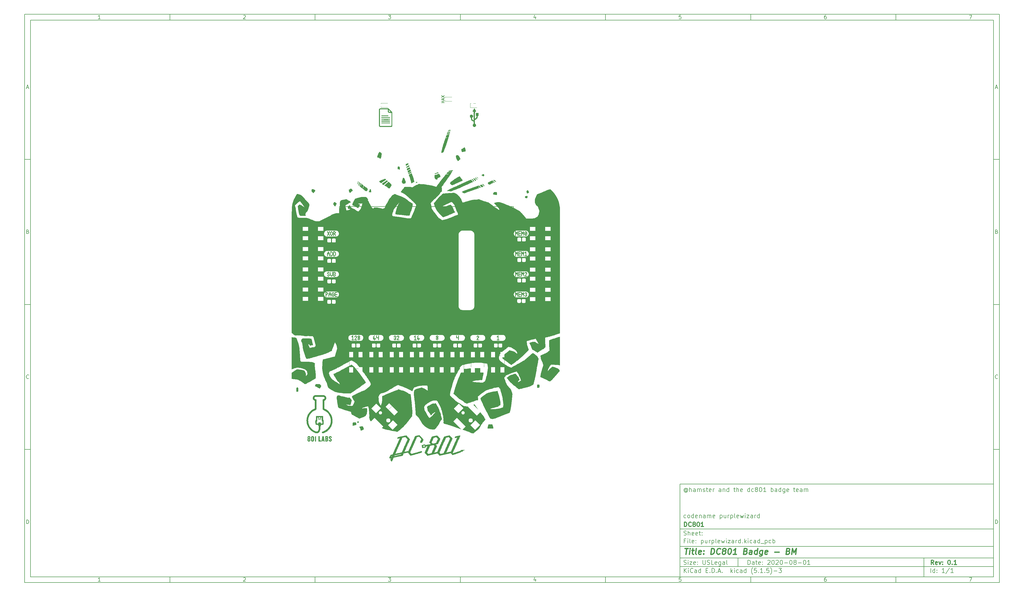
<source format=gto>
G04 #@! TF.GenerationSoftware,KiCad,Pcbnew,(5.1.5)-3*
G04 #@! TF.CreationDate,2021-01-11T00:29:40-07:00*
G04 #@! TF.ProjectId,purplewizard,70757270-6c65-4776-997a-6172642e6b69,0.1*
G04 #@! TF.SameCoordinates,PX613b810PYa454c00*
G04 #@! TF.FileFunction,Legend,Top*
G04 #@! TF.FilePolarity,Positive*
%FSLAX46Y46*%
G04 Gerber Fmt 4.6, Leading zero omitted, Abs format (unit mm)*
G04 Created by KiCad (PCBNEW (5.1.5)-3) date 2021-01-11 00:29:40*
%MOMM*%
%LPD*%
G04 APERTURE LIST*
%ADD10C,0.100000*%
%ADD11C,0.150000*%
%ADD12C,0.300000*%
%ADD13C,0.400000*%
%ADD14C,0.120000*%
%ADD15C,0.010000*%
%ADD16C,2.100000*%
%ADD17O,2.100000X2.100000*%
%ADD18C,1.924000*%
%ADD19C,2.000000*%
%ADD20C,1.300000*%
%ADD21R,1.950000X1.400000*%
%ADD22C,1.450000*%
%ADD23C,1.150000*%
%ADD24R,1.400000X1.950000*%
%ADD25C,1.385520*%
%ADD26C,1.388060*%
%ADD27R,1.400000X1.400000*%
%ADD28O,1.400000X1.400000*%
%ADD29O,3.000000X1.700000*%
%ADD30O,2.600000X1.500000*%
%ADD31R,2.100000X2.100000*%
G04 APERTURE END LIST*
D10*
D11*
X133644400Y413600D02*
X133644400Y-31586400D01*
X241644400Y-31586400D01*
X241644400Y413600D01*
X133644400Y413600D01*
D10*
D11*
X-91955600Y162313600D02*
X-91955600Y-33586400D01*
X243644400Y-33586400D01*
X243644400Y162313600D01*
X-91955600Y162313600D01*
D10*
D11*
X-89955600Y160313600D02*
X-89955600Y-31586400D01*
X241644400Y-31586400D01*
X241644400Y160313600D01*
X-89955600Y160313600D01*
D10*
D11*
X-41955600Y160313600D02*
X-41955600Y162313600D01*
D10*
D11*
X8044400Y160313600D02*
X8044400Y162313600D01*
D10*
D11*
X58044400Y160313600D02*
X58044400Y162313600D01*
D10*
D11*
X108044400Y160313600D02*
X108044400Y162313600D01*
D10*
D11*
X158044400Y160313600D02*
X158044400Y162313600D01*
D10*
D11*
X208044400Y160313600D02*
X208044400Y162313600D01*
D10*
D11*
X-65890124Y160725505D02*
X-66632981Y160725505D01*
X-66261553Y160725505D02*
X-66261553Y162025505D01*
X-66385362Y161839791D01*
X-66509172Y161715981D01*
X-66632981Y161654077D01*
D10*
D11*
X-16632981Y161901696D02*
X-16571077Y161963600D01*
X-16447267Y162025505D01*
X-16137743Y162025505D01*
X-16013934Y161963600D01*
X-15952029Y161901696D01*
X-15890124Y161777886D01*
X-15890124Y161654077D01*
X-15952029Y161468362D01*
X-16694886Y160725505D01*
X-15890124Y160725505D01*
D10*
D11*
X33305114Y162025505D02*
X34109876Y162025505D01*
X33676542Y161530267D01*
X33862257Y161530267D01*
X33986066Y161468362D01*
X34047971Y161406458D01*
X34109876Y161282648D01*
X34109876Y160973124D01*
X34047971Y160849315D01*
X33986066Y160787410D01*
X33862257Y160725505D01*
X33490828Y160725505D01*
X33367019Y160787410D01*
X33305114Y160849315D01*
D10*
D11*
X83986066Y161592172D02*
X83986066Y160725505D01*
X83676542Y162087410D02*
X83367019Y161158839D01*
X84171780Y161158839D01*
D10*
D11*
X134047971Y162025505D02*
X133428923Y162025505D01*
X133367019Y161406458D01*
X133428923Y161468362D01*
X133552733Y161530267D01*
X133862257Y161530267D01*
X133986066Y161468362D01*
X134047971Y161406458D01*
X134109876Y161282648D01*
X134109876Y160973124D01*
X134047971Y160849315D01*
X133986066Y160787410D01*
X133862257Y160725505D01*
X133552733Y160725505D01*
X133428923Y160787410D01*
X133367019Y160849315D01*
D10*
D11*
X183986066Y162025505D02*
X183738447Y162025505D01*
X183614638Y161963600D01*
X183552733Y161901696D01*
X183428923Y161715981D01*
X183367019Y161468362D01*
X183367019Y160973124D01*
X183428923Y160849315D01*
X183490828Y160787410D01*
X183614638Y160725505D01*
X183862257Y160725505D01*
X183986066Y160787410D01*
X184047971Y160849315D01*
X184109876Y160973124D01*
X184109876Y161282648D01*
X184047971Y161406458D01*
X183986066Y161468362D01*
X183862257Y161530267D01*
X183614638Y161530267D01*
X183490828Y161468362D01*
X183428923Y161406458D01*
X183367019Y161282648D01*
D10*
D11*
X233305114Y162025505D02*
X234171780Y162025505D01*
X233614638Y160725505D01*
D10*
D11*
X-41955600Y-31586400D02*
X-41955600Y-33586400D01*
D10*
D11*
X8044400Y-31586400D02*
X8044400Y-33586400D01*
D10*
D11*
X58044400Y-31586400D02*
X58044400Y-33586400D01*
D10*
D11*
X108044400Y-31586400D02*
X108044400Y-33586400D01*
D10*
D11*
X158044400Y-31586400D02*
X158044400Y-33586400D01*
D10*
D11*
X208044400Y-31586400D02*
X208044400Y-33586400D01*
D10*
D11*
X-65890124Y-33174495D02*
X-66632981Y-33174495D01*
X-66261553Y-33174495D02*
X-66261553Y-31874495D01*
X-66385362Y-32060209D01*
X-66509172Y-32184019D01*
X-66632981Y-32245923D01*
D10*
D11*
X-16632981Y-31998304D02*
X-16571077Y-31936400D01*
X-16447267Y-31874495D01*
X-16137743Y-31874495D01*
X-16013934Y-31936400D01*
X-15952029Y-31998304D01*
X-15890124Y-32122114D01*
X-15890124Y-32245923D01*
X-15952029Y-32431638D01*
X-16694886Y-33174495D01*
X-15890124Y-33174495D01*
D10*
D11*
X33305114Y-31874495D02*
X34109876Y-31874495D01*
X33676542Y-32369733D01*
X33862257Y-32369733D01*
X33986066Y-32431638D01*
X34047971Y-32493542D01*
X34109876Y-32617352D01*
X34109876Y-32926876D01*
X34047971Y-33050685D01*
X33986066Y-33112590D01*
X33862257Y-33174495D01*
X33490828Y-33174495D01*
X33367019Y-33112590D01*
X33305114Y-33050685D01*
D10*
D11*
X83986066Y-32307828D02*
X83986066Y-33174495D01*
X83676542Y-31812590D02*
X83367019Y-32741161D01*
X84171780Y-32741161D01*
D10*
D11*
X134047971Y-31874495D02*
X133428923Y-31874495D01*
X133367019Y-32493542D01*
X133428923Y-32431638D01*
X133552733Y-32369733D01*
X133862257Y-32369733D01*
X133986066Y-32431638D01*
X134047971Y-32493542D01*
X134109876Y-32617352D01*
X134109876Y-32926876D01*
X134047971Y-33050685D01*
X133986066Y-33112590D01*
X133862257Y-33174495D01*
X133552733Y-33174495D01*
X133428923Y-33112590D01*
X133367019Y-33050685D01*
D10*
D11*
X183986066Y-31874495D02*
X183738447Y-31874495D01*
X183614638Y-31936400D01*
X183552733Y-31998304D01*
X183428923Y-32184019D01*
X183367019Y-32431638D01*
X183367019Y-32926876D01*
X183428923Y-33050685D01*
X183490828Y-33112590D01*
X183614638Y-33174495D01*
X183862257Y-33174495D01*
X183986066Y-33112590D01*
X184047971Y-33050685D01*
X184109876Y-32926876D01*
X184109876Y-32617352D01*
X184047971Y-32493542D01*
X183986066Y-32431638D01*
X183862257Y-32369733D01*
X183614638Y-32369733D01*
X183490828Y-32431638D01*
X183428923Y-32493542D01*
X183367019Y-32617352D01*
D10*
D11*
X233305114Y-31874495D02*
X234171780Y-31874495D01*
X233614638Y-33174495D01*
D10*
D11*
X-91955600Y112313600D02*
X-89955600Y112313600D01*
D10*
D11*
X-91955600Y62313600D02*
X-89955600Y62313600D01*
D10*
D11*
X-91955600Y12313600D02*
X-89955600Y12313600D01*
D10*
D11*
X-91265124Y137096934D02*
X-90646077Y137096934D01*
X-91388934Y136725505D02*
X-90955600Y138025505D01*
X-90522267Y136725505D01*
D10*
D11*
X-90862743Y87406458D02*
X-90677029Y87344553D01*
X-90615124Y87282648D01*
X-90553220Y87158839D01*
X-90553220Y86973124D01*
X-90615124Y86849315D01*
X-90677029Y86787410D01*
X-90800839Y86725505D01*
X-91296077Y86725505D01*
X-91296077Y88025505D01*
X-90862743Y88025505D01*
X-90738934Y87963600D01*
X-90677029Y87901696D01*
X-90615124Y87777886D01*
X-90615124Y87654077D01*
X-90677029Y87530267D01*
X-90738934Y87468362D01*
X-90862743Y87406458D01*
X-91296077Y87406458D01*
D10*
D11*
X-90553220Y36849315D02*
X-90615124Y36787410D01*
X-90800839Y36725505D01*
X-90924648Y36725505D01*
X-91110362Y36787410D01*
X-91234172Y36911220D01*
X-91296077Y37035029D01*
X-91357981Y37282648D01*
X-91357981Y37468362D01*
X-91296077Y37715981D01*
X-91234172Y37839791D01*
X-91110362Y37963600D01*
X-90924648Y38025505D01*
X-90800839Y38025505D01*
X-90615124Y37963600D01*
X-90553220Y37901696D01*
D10*
D11*
X-91296077Y-13274495D02*
X-91296077Y-11974495D01*
X-90986553Y-11974495D01*
X-90800839Y-12036400D01*
X-90677029Y-12160209D01*
X-90615124Y-12284019D01*
X-90553220Y-12531638D01*
X-90553220Y-12717352D01*
X-90615124Y-12964971D01*
X-90677029Y-13088780D01*
X-90800839Y-13212590D01*
X-90986553Y-13274495D01*
X-91296077Y-13274495D01*
D10*
D11*
X243644400Y112313600D02*
X241644400Y112313600D01*
D10*
D11*
X243644400Y62313600D02*
X241644400Y62313600D01*
D10*
D11*
X243644400Y12313600D02*
X241644400Y12313600D01*
D10*
D11*
X242334876Y137096934D02*
X242953923Y137096934D01*
X242211066Y136725505D02*
X242644400Y138025505D01*
X243077733Y136725505D01*
D10*
D11*
X242737257Y87406458D02*
X242922971Y87344553D01*
X242984876Y87282648D01*
X243046780Y87158839D01*
X243046780Y86973124D01*
X242984876Y86849315D01*
X242922971Y86787410D01*
X242799161Y86725505D01*
X242303923Y86725505D01*
X242303923Y88025505D01*
X242737257Y88025505D01*
X242861066Y87963600D01*
X242922971Y87901696D01*
X242984876Y87777886D01*
X242984876Y87654077D01*
X242922971Y87530267D01*
X242861066Y87468362D01*
X242737257Y87406458D01*
X242303923Y87406458D01*
D10*
D11*
X243046780Y36849315D02*
X242984876Y36787410D01*
X242799161Y36725505D01*
X242675352Y36725505D01*
X242489638Y36787410D01*
X242365828Y36911220D01*
X242303923Y37035029D01*
X242242019Y37282648D01*
X242242019Y37468362D01*
X242303923Y37715981D01*
X242365828Y37839791D01*
X242489638Y37963600D01*
X242675352Y38025505D01*
X242799161Y38025505D01*
X242984876Y37963600D01*
X243046780Y37901696D01*
D10*
D11*
X242303923Y-13274495D02*
X242303923Y-11974495D01*
X242613447Y-11974495D01*
X242799161Y-12036400D01*
X242922971Y-12160209D01*
X242984876Y-12284019D01*
X243046780Y-12531638D01*
X243046780Y-12717352D01*
X242984876Y-12964971D01*
X242922971Y-13088780D01*
X242799161Y-13212590D01*
X242613447Y-13274495D01*
X242303923Y-13274495D01*
D10*
D11*
X157076542Y-27364971D02*
X157076542Y-25864971D01*
X157433685Y-25864971D01*
X157647971Y-25936400D01*
X157790828Y-26079257D01*
X157862257Y-26222114D01*
X157933685Y-26507828D01*
X157933685Y-26722114D01*
X157862257Y-27007828D01*
X157790828Y-27150685D01*
X157647971Y-27293542D01*
X157433685Y-27364971D01*
X157076542Y-27364971D01*
X159219400Y-27364971D02*
X159219400Y-26579257D01*
X159147971Y-26436400D01*
X159005114Y-26364971D01*
X158719400Y-26364971D01*
X158576542Y-26436400D01*
X159219400Y-27293542D02*
X159076542Y-27364971D01*
X158719400Y-27364971D01*
X158576542Y-27293542D01*
X158505114Y-27150685D01*
X158505114Y-27007828D01*
X158576542Y-26864971D01*
X158719400Y-26793542D01*
X159076542Y-26793542D01*
X159219400Y-26722114D01*
X159719400Y-26364971D02*
X160290828Y-26364971D01*
X159933685Y-25864971D02*
X159933685Y-27150685D01*
X160005114Y-27293542D01*
X160147971Y-27364971D01*
X160290828Y-27364971D01*
X161362257Y-27293542D02*
X161219400Y-27364971D01*
X160933685Y-27364971D01*
X160790828Y-27293542D01*
X160719400Y-27150685D01*
X160719400Y-26579257D01*
X160790828Y-26436400D01*
X160933685Y-26364971D01*
X161219400Y-26364971D01*
X161362257Y-26436400D01*
X161433685Y-26579257D01*
X161433685Y-26722114D01*
X160719400Y-26864971D01*
X162076542Y-27222114D02*
X162147971Y-27293542D01*
X162076542Y-27364971D01*
X162005114Y-27293542D01*
X162076542Y-27222114D01*
X162076542Y-27364971D01*
X162076542Y-26436400D02*
X162147971Y-26507828D01*
X162076542Y-26579257D01*
X162005114Y-26507828D01*
X162076542Y-26436400D01*
X162076542Y-26579257D01*
X163862257Y-26007828D02*
X163933685Y-25936400D01*
X164076542Y-25864971D01*
X164433685Y-25864971D01*
X164576542Y-25936400D01*
X164647971Y-26007828D01*
X164719400Y-26150685D01*
X164719400Y-26293542D01*
X164647971Y-26507828D01*
X163790828Y-27364971D01*
X164719400Y-27364971D01*
X165647971Y-25864971D02*
X165790828Y-25864971D01*
X165933685Y-25936400D01*
X166005114Y-26007828D01*
X166076542Y-26150685D01*
X166147971Y-26436400D01*
X166147971Y-26793542D01*
X166076542Y-27079257D01*
X166005114Y-27222114D01*
X165933685Y-27293542D01*
X165790828Y-27364971D01*
X165647971Y-27364971D01*
X165505114Y-27293542D01*
X165433685Y-27222114D01*
X165362257Y-27079257D01*
X165290828Y-26793542D01*
X165290828Y-26436400D01*
X165362257Y-26150685D01*
X165433685Y-26007828D01*
X165505114Y-25936400D01*
X165647971Y-25864971D01*
X166719400Y-26007828D02*
X166790828Y-25936400D01*
X166933685Y-25864971D01*
X167290828Y-25864971D01*
X167433685Y-25936400D01*
X167505114Y-26007828D01*
X167576542Y-26150685D01*
X167576542Y-26293542D01*
X167505114Y-26507828D01*
X166647971Y-27364971D01*
X167576542Y-27364971D01*
X168505114Y-25864971D02*
X168647971Y-25864971D01*
X168790828Y-25936400D01*
X168862257Y-26007828D01*
X168933685Y-26150685D01*
X169005114Y-26436400D01*
X169005114Y-26793542D01*
X168933685Y-27079257D01*
X168862257Y-27222114D01*
X168790828Y-27293542D01*
X168647971Y-27364971D01*
X168505114Y-27364971D01*
X168362257Y-27293542D01*
X168290828Y-27222114D01*
X168219400Y-27079257D01*
X168147971Y-26793542D01*
X168147971Y-26436400D01*
X168219400Y-26150685D01*
X168290828Y-26007828D01*
X168362257Y-25936400D01*
X168505114Y-25864971D01*
X169647971Y-26793542D02*
X170790828Y-26793542D01*
X171790828Y-25864971D02*
X171933685Y-25864971D01*
X172076542Y-25936400D01*
X172147971Y-26007828D01*
X172219400Y-26150685D01*
X172290828Y-26436400D01*
X172290828Y-26793542D01*
X172219400Y-27079257D01*
X172147971Y-27222114D01*
X172076542Y-27293542D01*
X171933685Y-27364971D01*
X171790828Y-27364971D01*
X171647971Y-27293542D01*
X171576542Y-27222114D01*
X171505114Y-27079257D01*
X171433685Y-26793542D01*
X171433685Y-26436400D01*
X171505114Y-26150685D01*
X171576542Y-26007828D01*
X171647971Y-25936400D01*
X171790828Y-25864971D01*
X173147971Y-26507828D02*
X173005114Y-26436400D01*
X172933685Y-26364971D01*
X172862257Y-26222114D01*
X172862257Y-26150685D01*
X172933685Y-26007828D01*
X173005114Y-25936400D01*
X173147971Y-25864971D01*
X173433685Y-25864971D01*
X173576542Y-25936400D01*
X173647971Y-26007828D01*
X173719400Y-26150685D01*
X173719400Y-26222114D01*
X173647971Y-26364971D01*
X173576542Y-26436400D01*
X173433685Y-26507828D01*
X173147971Y-26507828D01*
X173005114Y-26579257D01*
X172933685Y-26650685D01*
X172862257Y-26793542D01*
X172862257Y-27079257D01*
X172933685Y-27222114D01*
X173005114Y-27293542D01*
X173147971Y-27364971D01*
X173433685Y-27364971D01*
X173576542Y-27293542D01*
X173647971Y-27222114D01*
X173719400Y-27079257D01*
X173719400Y-26793542D01*
X173647971Y-26650685D01*
X173576542Y-26579257D01*
X173433685Y-26507828D01*
X174362257Y-26793542D02*
X175505114Y-26793542D01*
X176505114Y-25864971D02*
X176647971Y-25864971D01*
X176790828Y-25936400D01*
X176862257Y-26007828D01*
X176933685Y-26150685D01*
X177005114Y-26436400D01*
X177005114Y-26793542D01*
X176933685Y-27079257D01*
X176862257Y-27222114D01*
X176790828Y-27293542D01*
X176647971Y-27364971D01*
X176505114Y-27364971D01*
X176362257Y-27293542D01*
X176290828Y-27222114D01*
X176219400Y-27079257D01*
X176147971Y-26793542D01*
X176147971Y-26436400D01*
X176219400Y-26150685D01*
X176290828Y-26007828D01*
X176362257Y-25936400D01*
X176505114Y-25864971D01*
X178433685Y-27364971D02*
X177576542Y-27364971D01*
X178005114Y-27364971D02*
X178005114Y-25864971D01*
X177862257Y-26079257D01*
X177719400Y-26222114D01*
X177576542Y-26293542D01*
D10*
D11*
X133644400Y-28086400D02*
X241644400Y-28086400D01*
D10*
D11*
X135076542Y-30164971D02*
X135076542Y-28664971D01*
X135933685Y-30164971D02*
X135290828Y-29307828D01*
X135933685Y-28664971D02*
X135076542Y-29522114D01*
X136576542Y-30164971D02*
X136576542Y-29164971D01*
X136576542Y-28664971D02*
X136505114Y-28736400D01*
X136576542Y-28807828D01*
X136647971Y-28736400D01*
X136576542Y-28664971D01*
X136576542Y-28807828D01*
X138147971Y-30022114D02*
X138076542Y-30093542D01*
X137862257Y-30164971D01*
X137719400Y-30164971D01*
X137505114Y-30093542D01*
X137362257Y-29950685D01*
X137290828Y-29807828D01*
X137219400Y-29522114D01*
X137219400Y-29307828D01*
X137290828Y-29022114D01*
X137362257Y-28879257D01*
X137505114Y-28736400D01*
X137719400Y-28664971D01*
X137862257Y-28664971D01*
X138076542Y-28736400D01*
X138147971Y-28807828D01*
X139433685Y-30164971D02*
X139433685Y-29379257D01*
X139362257Y-29236400D01*
X139219400Y-29164971D01*
X138933685Y-29164971D01*
X138790828Y-29236400D01*
X139433685Y-30093542D02*
X139290828Y-30164971D01*
X138933685Y-30164971D01*
X138790828Y-30093542D01*
X138719400Y-29950685D01*
X138719400Y-29807828D01*
X138790828Y-29664971D01*
X138933685Y-29593542D01*
X139290828Y-29593542D01*
X139433685Y-29522114D01*
X140790828Y-30164971D02*
X140790828Y-28664971D01*
X140790828Y-30093542D02*
X140647971Y-30164971D01*
X140362257Y-30164971D01*
X140219400Y-30093542D01*
X140147971Y-30022114D01*
X140076542Y-29879257D01*
X140076542Y-29450685D01*
X140147971Y-29307828D01*
X140219400Y-29236400D01*
X140362257Y-29164971D01*
X140647971Y-29164971D01*
X140790828Y-29236400D01*
X142647971Y-29379257D02*
X143147971Y-29379257D01*
X143362257Y-30164971D02*
X142647971Y-30164971D01*
X142647971Y-28664971D01*
X143362257Y-28664971D01*
X144005114Y-30022114D02*
X144076542Y-30093542D01*
X144005114Y-30164971D01*
X143933685Y-30093542D01*
X144005114Y-30022114D01*
X144005114Y-30164971D01*
X144719400Y-30164971D02*
X144719400Y-28664971D01*
X145076542Y-28664971D01*
X145290828Y-28736400D01*
X145433685Y-28879257D01*
X145505114Y-29022114D01*
X145576542Y-29307828D01*
X145576542Y-29522114D01*
X145505114Y-29807828D01*
X145433685Y-29950685D01*
X145290828Y-30093542D01*
X145076542Y-30164971D01*
X144719400Y-30164971D01*
X146219400Y-30022114D02*
X146290828Y-30093542D01*
X146219400Y-30164971D01*
X146147971Y-30093542D01*
X146219400Y-30022114D01*
X146219400Y-30164971D01*
X146862257Y-29736400D02*
X147576542Y-29736400D01*
X146719400Y-30164971D02*
X147219400Y-28664971D01*
X147719400Y-30164971D01*
X148219400Y-30022114D02*
X148290828Y-30093542D01*
X148219400Y-30164971D01*
X148147971Y-30093542D01*
X148219400Y-30022114D01*
X148219400Y-30164971D01*
X151219400Y-30164971D02*
X151219400Y-28664971D01*
X151362257Y-29593542D02*
X151790828Y-30164971D01*
X151790828Y-29164971D02*
X151219400Y-29736400D01*
X152433685Y-30164971D02*
X152433685Y-29164971D01*
X152433685Y-28664971D02*
X152362257Y-28736400D01*
X152433685Y-28807828D01*
X152505114Y-28736400D01*
X152433685Y-28664971D01*
X152433685Y-28807828D01*
X153790828Y-30093542D02*
X153647971Y-30164971D01*
X153362257Y-30164971D01*
X153219400Y-30093542D01*
X153147971Y-30022114D01*
X153076542Y-29879257D01*
X153076542Y-29450685D01*
X153147971Y-29307828D01*
X153219400Y-29236400D01*
X153362257Y-29164971D01*
X153647971Y-29164971D01*
X153790828Y-29236400D01*
X155076542Y-30164971D02*
X155076542Y-29379257D01*
X155005114Y-29236400D01*
X154862257Y-29164971D01*
X154576542Y-29164971D01*
X154433685Y-29236400D01*
X155076542Y-30093542D02*
X154933685Y-30164971D01*
X154576542Y-30164971D01*
X154433685Y-30093542D01*
X154362257Y-29950685D01*
X154362257Y-29807828D01*
X154433685Y-29664971D01*
X154576542Y-29593542D01*
X154933685Y-29593542D01*
X155076542Y-29522114D01*
X156433685Y-30164971D02*
X156433685Y-28664971D01*
X156433685Y-30093542D02*
X156290828Y-30164971D01*
X156005114Y-30164971D01*
X155862257Y-30093542D01*
X155790828Y-30022114D01*
X155719400Y-29879257D01*
X155719400Y-29450685D01*
X155790828Y-29307828D01*
X155862257Y-29236400D01*
X156005114Y-29164971D01*
X156290828Y-29164971D01*
X156433685Y-29236400D01*
X158719400Y-30736400D02*
X158647971Y-30664971D01*
X158505114Y-30450685D01*
X158433685Y-30307828D01*
X158362257Y-30093542D01*
X158290828Y-29736400D01*
X158290828Y-29450685D01*
X158362257Y-29093542D01*
X158433685Y-28879257D01*
X158505114Y-28736400D01*
X158647971Y-28522114D01*
X158719400Y-28450685D01*
X160005114Y-28664971D02*
X159290828Y-28664971D01*
X159219400Y-29379257D01*
X159290828Y-29307828D01*
X159433685Y-29236400D01*
X159790828Y-29236400D01*
X159933685Y-29307828D01*
X160005114Y-29379257D01*
X160076542Y-29522114D01*
X160076542Y-29879257D01*
X160005114Y-30022114D01*
X159933685Y-30093542D01*
X159790828Y-30164971D01*
X159433685Y-30164971D01*
X159290828Y-30093542D01*
X159219400Y-30022114D01*
X160719400Y-30022114D02*
X160790828Y-30093542D01*
X160719400Y-30164971D01*
X160647971Y-30093542D01*
X160719400Y-30022114D01*
X160719400Y-30164971D01*
X162219400Y-30164971D02*
X161362257Y-30164971D01*
X161790828Y-30164971D02*
X161790828Y-28664971D01*
X161647971Y-28879257D01*
X161505114Y-29022114D01*
X161362257Y-29093542D01*
X162862257Y-30022114D02*
X162933685Y-30093542D01*
X162862257Y-30164971D01*
X162790828Y-30093542D01*
X162862257Y-30022114D01*
X162862257Y-30164971D01*
X164290828Y-28664971D02*
X163576542Y-28664971D01*
X163505114Y-29379257D01*
X163576542Y-29307828D01*
X163719400Y-29236400D01*
X164076542Y-29236400D01*
X164219400Y-29307828D01*
X164290828Y-29379257D01*
X164362257Y-29522114D01*
X164362257Y-29879257D01*
X164290828Y-30022114D01*
X164219400Y-30093542D01*
X164076542Y-30164971D01*
X163719400Y-30164971D01*
X163576542Y-30093542D01*
X163505114Y-30022114D01*
X164862257Y-30736400D02*
X164933685Y-30664971D01*
X165076542Y-30450685D01*
X165147971Y-30307828D01*
X165219400Y-30093542D01*
X165290828Y-29736400D01*
X165290828Y-29450685D01*
X165219400Y-29093542D01*
X165147971Y-28879257D01*
X165076542Y-28736400D01*
X164933685Y-28522114D01*
X164862257Y-28450685D01*
X166005114Y-29593542D02*
X167147971Y-29593542D01*
X167719400Y-28664971D02*
X168647971Y-28664971D01*
X168147971Y-29236400D01*
X168362257Y-29236400D01*
X168505114Y-29307828D01*
X168576542Y-29379257D01*
X168647971Y-29522114D01*
X168647971Y-29879257D01*
X168576542Y-30022114D01*
X168505114Y-30093542D01*
X168362257Y-30164971D01*
X167933685Y-30164971D01*
X167790828Y-30093542D01*
X167719400Y-30022114D01*
D10*
D11*
X133644400Y-25086400D02*
X241644400Y-25086400D01*
D10*
D12*
X221053685Y-27364971D02*
X220553685Y-26650685D01*
X220196542Y-27364971D02*
X220196542Y-25864971D01*
X220767971Y-25864971D01*
X220910828Y-25936400D01*
X220982257Y-26007828D01*
X221053685Y-26150685D01*
X221053685Y-26364971D01*
X220982257Y-26507828D01*
X220910828Y-26579257D01*
X220767971Y-26650685D01*
X220196542Y-26650685D01*
X222267971Y-27293542D02*
X222125114Y-27364971D01*
X221839400Y-27364971D01*
X221696542Y-27293542D01*
X221625114Y-27150685D01*
X221625114Y-26579257D01*
X221696542Y-26436400D01*
X221839400Y-26364971D01*
X222125114Y-26364971D01*
X222267971Y-26436400D01*
X222339400Y-26579257D01*
X222339400Y-26722114D01*
X221625114Y-26864971D01*
X222839400Y-26364971D02*
X223196542Y-27364971D01*
X223553685Y-26364971D01*
X224125114Y-27222114D02*
X224196542Y-27293542D01*
X224125114Y-27364971D01*
X224053685Y-27293542D01*
X224125114Y-27222114D01*
X224125114Y-27364971D01*
X224125114Y-26436400D02*
X224196542Y-26507828D01*
X224125114Y-26579257D01*
X224053685Y-26507828D01*
X224125114Y-26436400D01*
X224125114Y-26579257D01*
X226267971Y-25864971D02*
X226410828Y-25864971D01*
X226553685Y-25936400D01*
X226625114Y-26007828D01*
X226696542Y-26150685D01*
X226767971Y-26436400D01*
X226767971Y-26793542D01*
X226696542Y-27079257D01*
X226625114Y-27222114D01*
X226553685Y-27293542D01*
X226410828Y-27364971D01*
X226267971Y-27364971D01*
X226125114Y-27293542D01*
X226053685Y-27222114D01*
X225982257Y-27079257D01*
X225910828Y-26793542D01*
X225910828Y-26436400D01*
X225982257Y-26150685D01*
X226053685Y-26007828D01*
X226125114Y-25936400D01*
X226267971Y-25864971D01*
X227410828Y-27222114D02*
X227482257Y-27293542D01*
X227410828Y-27364971D01*
X227339400Y-27293542D01*
X227410828Y-27222114D01*
X227410828Y-27364971D01*
X228910828Y-27364971D02*
X228053685Y-27364971D01*
X228482257Y-27364971D02*
X228482257Y-25864971D01*
X228339400Y-26079257D01*
X228196542Y-26222114D01*
X228053685Y-26293542D01*
D10*
D11*
X135005114Y-27293542D02*
X135219400Y-27364971D01*
X135576542Y-27364971D01*
X135719400Y-27293542D01*
X135790828Y-27222114D01*
X135862257Y-27079257D01*
X135862257Y-26936400D01*
X135790828Y-26793542D01*
X135719400Y-26722114D01*
X135576542Y-26650685D01*
X135290828Y-26579257D01*
X135147971Y-26507828D01*
X135076542Y-26436400D01*
X135005114Y-26293542D01*
X135005114Y-26150685D01*
X135076542Y-26007828D01*
X135147971Y-25936400D01*
X135290828Y-25864971D01*
X135647971Y-25864971D01*
X135862257Y-25936400D01*
X136505114Y-27364971D02*
X136505114Y-26364971D01*
X136505114Y-25864971D02*
X136433685Y-25936400D01*
X136505114Y-26007828D01*
X136576542Y-25936400D01*
X136505114Y-25864971D01*
X136505114Y-26007828D01*
X137076542Y-26364971D02*
X137862257Y-26364971D01*
X137076542Y-27364971D01*
X137862257Y-27364971D01*
X139005114Y-27293542D02*
X138862257Y-27364971D01*
X138576542Y-27364971D01*
X138433685Y-27293542D01*
X138362257Y-27150685D01*
X138362257Y-26579257D01*
X138433685Y-26436400D01*
X138576542Y-26364971D01*
X138862257Y-26364971D01*
X139005114Y-26436400D01*
X139076542Y-26579257D01*
X139076542Y-26722114D01*
X138362257Y-26864971D01*
X139719400Y-27222114D02*
X139790828Y-27293542D01*
X139719400Y-27364971D01*
X139647971Y-27293542D01*
X139719400Y-27222114D01*
X139719400Y-27364971D01*
X139719400Y-26436400D02*
X139790828Y-26507828D01*
X139719400Y-26579257D01*
X139647971Y-26507828D01*
X139719400Y-26436400D01*
X139719400Y-26579257D01*
X141576542Y-25864971D02*
X141576542Y-27079257D01*
X141647971Y-27222114D01*
X141719400Y-27293542D01*
X141862257Y-27364971D01*
X142147971Y-27364971D01*
X142290828Y-27293542D01*
X142362257Y-27222114D01*
X142433685Y-27079257D01*
X142433685Y-25864971D01*
X143076542Y-27293542D02*
X143290828Y-27364971D01*
X143647971Y-27364971D01*
X143790828Y-27293542D01*
X143862257Y-27222114D01*
X143933685Y-27079257D01*
X143933685Y-26936400D01*
X143862257Y-26793542D01*
X143790828Y-26722114D01*
X143647971Y-26650685D01*
X143362257Y-26579257D01*
X143219400Y-26507828D01*
X143147971Y-26436400D01*
X143076542Y-26293542D01*
X143076542Y-26150685D01*
X143147971Y-26007828D01*
X143219400Y-25936400D01*
X143362257Y-25864971D01*
X143719400Y-25864971D01*
X143933685Y-25936400D01*
X145290828Y-27364971D02*
X144576542Y-27364971D01*
X144576542Y-25864971D01*
X146362257Y-27293542D02*
X146219400Y-27364971D01*
X145933685Y-27364971D01*
X145790828Y-27293542D01*
X145719400Y-27150685D01*
X145719400Y-26579257D01*
X145790828Y-26436400D01*
X145933685Y-26364971D01*
X146219400Y-26364971D01*
X146362257Y-26436400D01*
X146433685Y-26579257D01*
X146433685Y-26722114D01*
X145719400Y-26864971D01*
X147719400Y-26364971D02*
X147719400Y-27579257D01*
X147647971Y-27722114D01*
X147576542Y-27793542D01*
X147433685Y-27864971D01*
X147219400Y-27864971D01*
X147076542Y-27793542D01*
X147719400Y-27293542D02*
X147576542Y-27364971D01*
X147290828Y-27364971D01*
X147147971Y-27293542D01*
X147076542Y-27222114D01*
X147005114Y-27079257D01*
X147005114Y-26650685D01*
X147076542Y-26507828D01*
X147147971Y-26436400D01*
X147290828Y-26364971D01*
X147576542Y-26364971D01*
X147719400Y-26436400D01*
X149076542Y-27364971D02*
X149076542Y-26579257D01*
X149005114Y-26436400D01*
X148862257Y-26364971D01*
X148576542Y-26364971D01*
X148433685Y-26436400D01*
X149076542Y-27293542D02*
X148933685Y-27364971D01*
X148576542Y-27364971D01*
X148433685Y-27293542D01*
X148362257Y-27150685D01*
X148362257Y-27007828D01*
X148433685Y-26864971D01*
X148576542Y-26793542D01*
X148933685Y-26793542D01*
X149076542Y-26722114D01*
X150005114Y-27364971D02*
X149862257Y-27293542D01*
X149790828Y-27150685D01*
X149790828Y-25864971D01*
D10*
D11*
X220076542Y-30164971D02*
X220076542Y-28664971D01*
X221433685Y-30164971D02*
X221433685Y-28664971D01*
X221433685Y-30093542D02*
X221290828Y-30164971D01*
X221005114Y-30164971D01*
X220862257Y-30093542D01*
X220790828Y-30022114D01*
X220719400Y-29879257D01*
X220719400Y-29450685D01*
X220790828Y-29307828D01*
X220862257Y-29236400D01*
X221005114Y-29164971D01*
X221290828Y-29164971D01*
X221433685Y-29236400D01*
X222147971Y-30022114D02*
X222219400Y-30093542D01*
X222147971Y-30164971D01*
X222076542Y-30093542D01*
X222147971Y-30022114D01*
X222147971Y-30164971D01*
X222147971Y-29236400D02*
X222219400Y-29307828D01*
X222147971Y-29379257D01*
X222076542Y-29307828D01*
X222147971Y-29236400D01*
X222147971Y-29379257D01*
X224790828Y-30164971D02*
X223933685Y-30164971D01*
X224362257Y-30164971D02*
X224362257Y-28664971D01*
X224219400Y-28879257D01*
X224076542Y-29022114D01*
X223933685Y-29093542D01*
X226505114Y-28593542D02*
X225219400Y-30522114D01*
X227790828Y-30164971D02*
X226933685Y-30164971D01*
X227362257Y-30164971D02*
X227362257Y-28664971D01*
X227219400Y-28879257D01*
X227076542Y-29022114D01*
X226933685Y-29093542D01*
D10*
D11*
X133644400Y-21086400D02*
X241644400Y-21086400D01*
D10*
D13*
X135356780Y-21791161D02*
X136499638Y-21791161D01*
X135678209Y-23791161D02*
X135928209Y-21791161D01*
X136916304Y-23791161D02*
X137082971Y-22457828D01*
X137166304Y-21791161D02*
X137059161Y-21886400D01*
X137142495Y-21981638D01*
X137249638Y-21886400D01*
X137166304Y-21791161D01*
X137142495Y-21981638D01*
X137749638Y-22457828D02*
X138511542Y-22457828D01*
X138118685Y-21791161D02*
X137904400Y-23505447D01*
X137975828Y-23695923D01*
X138154400Y-23791161D01*
X138344876Y-23791161D01*
X139297257Y-23791161D02*
X139118685Y-23695923D01*
X139047257Y-23505447D01*
X139261542Y-21791161D01*
X140832971Y-23695923D02*
X140630590Y-23791161D01*
X140249638Y-23791161D01*
X140071066Y-23695923D01*
X139999638Y-23505447D01*
X140094876Y-22743542D01*
X140213923Y-22553066D01*
X140416304Y-22457828D01*
X140797257Y-22457828D01*
X140975828Y-22553066D01*
X141047257Y-22743542D01*
X141023447Y-22934019D01*
X140047257Y-23124495D01*
X141797257Y-23600685D02*
X141880590Y-23695923D01*
X141773447Y-23791161D01*
X141690114Y-23695923D01*
X141797257Y-23600685D01*
X141773447Y-23791161D01*
X141928209Y-22553066D02*
X142011542Y-22648304D01*
X141904400Y-22743542D01*
X141821066Y-22648304D01*
X141928209Y-22553066D01*
X141904400Y-22743542D01*
X144249638Y-23791161D02*
X144499638Y-21791161D01*
X144975828Y-21791161D01*
X145249638Y-21886400D01*
X145416304Y-22076876D01*
X145487733Y-22267352D01*
X145535352Y-22648304D01*
X145499638Y-22934019D01*
X145356780Y-23314971D01*
X145237733Y-23505447D01*
X145023447Y-23695923D01*
X144725828Y-23791161D01*
X144249638Y-23791161D01*
X147416304Y-23600685D02*
X147309161Y-23695923D01*
X147011542Y-23791161D01*
X146821066Y-23791161D01*
X146547257Y-23695923D01*
X146380590Y-23505447D01*
X146309161Y-23314971D01*
X146261542Y-22934019D01*
X146297257Y-22648304D01*
X146440114Y-22267352D01*
X146559161Y-22076876D01*
X146773447Y-21886400D01*
X147071066Y-21791161D01*
X147261542Y-21791161D01*
X147535352Y-21886400D01*
X147618685Y-21981638D01*
X148678209Y-22648304D02*
X148499638Y-22553066D01*
X148416304Y-22457828D01*
X148344876Y-22267352D01*
X148356780Y-22172114D01*
X148475828Y-21981638D01*
X148582971Y-21886400D01*
X148785352Y-21791161D01*
X149166304Y-21791161D01*
X149344876Y-21886400D01*
X149428209Y-21981638D01*
X149499638Y-22172114D01*
X149487733Y-22267352D01*
X149368685Y-22457828D01*
X149261542Y-22553066D01*
X149059161Y-22648304D01*
X148678209Y-22648304D01*
X148475828Y-22743542D01*
X148368685Y-22838780D01*
X148249638Y-23029257D01*
X148202019Y-23410209D01*
X148273447Y-23600685D01*
X148356780Y-23695923D01*
X148535352Y-23791161D01*
X148916304Y-23791161D01*
X149118685Y-23695923D01*
X149225828Y-23600685D01*
X149344876Y-23410209D01*
X149392495Y-23029257D01*
X149321066Y-22838780D01*
X149237733Y-22743542D01*
X149059161Y-22648304D01*
X150785352Y-21791161D02*
X150975828Y-21791161D01*
X151154400Y-21886400D01*
X151237733Y-21981638D01*
X151309161Y-22172114D01*
X151356780Y-22553066D01*
X151297257Y-23029257D01*
X151154400Y-23410209D01*
X151035352Y-23600685D01*
X150928209Y-23695923D01*
X150725828Y-23791161D01*
X150535352Y-23791161D01*
X150356780Y-23695923D01*
X150273447Y-23600685D01*
X150202019Y-23410209D01*
X150154400Y-23029257D01*
X150213923Y-22553066D01*
X150356780Y-22172114D01*
X150475828Y-21981638D01*
X150582971Y-21886400D01*
X150785352Y-21791161D01*
X153106780Y-23791161D02*
X151963923Y-23791161D01*
X152535352Y-23791161D02*
X152785352Y-21791161D01*
X152559161Y-22076876D01*
X152344876Y-22267352D01*
X152142495Y-22362590D01*
X156285352Y-22743542D02*
X156559161Y-22838780D01*
X156642495Y-22934019D01*
X156713923Y-23124495D01*
X156678209Y-23410209D01*
X156559161Y-23600685D01*
X156452019Y-23695923D01*
X156249638Y-23791161D01*
X155487733Y-23791161D01*
X155737733Y-21791161D01*
X156404400Y-21791161D01*
X156582971Y-21886400D01*
X156666304Y-21981638D01*
X156737733Y-22172114D01*
X156713923Y-22362590D01*
X156594876Y-22553066D01*
X156487733Y-22648304D01*
X156285352Y-22743542D01*
X155618685Y-22743542D01*
X158344876Y-23791161D02*
X158475828Y-22743542D01*
X158404400Y-22553066D01*
X158225828Y-22457828D01*
X157844876Y-22457828D01*
X157642495Y-22553066D01*
X158356780Y-23695923D02*
X158154400Y-23791161D01*
X157678209Y-23791161D01*
X157499638Y-23695923D01*
X157428209Y-23505447D01*
X157452019Y-23314971D01*
X157571066Y-23124495D01*
X157773447Y-23029257D01*
X158249638Y-23029257D01*
X158452019Y-22934019D01*
X160154400Y-23791161D02*
X160404400Y-21791161D01*
X160166304Y-23695923D02*
X159963923Y-23791161D01*
X159582971Y-23791161D01*
X159404400Y-23695923D01*
X159321066Y-23600685D01*
X159249638Y-23410209D01*
X159321066Y-22838780D01*
X159440114Y-22648304D01*
X159547257Y-22553066D01*
X159749638Y-22457828D01*
X160130590Y-22457828D01*
X160309161Y-22553066D01*
X162130590Y-22457828D02*
X161928209Y-24076876D01*
X161809161Y-24267352D01*
X161702019Y-24362590D01*
X161499638Y-24457828D01*
X161213923Y-24457828D01*
X161035352Y-24362590D01*
X161975828Y-23695923D02*
X161773447Y-23791161D01*
X161392495Y-23791161D01*
X161213923Y-23695923D01*
X161130590Y-23600685D01*
X161059161Y-23410209D01*
X161130590Y-22838780D01*
X161249638Y-22648304D01*
X161356780Y-22553066D01*
X161559161Y-22457828D01*
X161940114Y-22457828D01*
X162118685Y-22553066D01*
X163690114Y-23695923D02*
X163487733Y-23791161D01*
X163106780Y-23791161D01*
X162928209Y-23695923D01*
X162856780Y-23505447D01*
X162952019Y-22743542D01*
X163071066Y-22553066D01*
X163273447Y-22457828D01*
X163654400Y-22457828D01*
X163832971Y-22553066D01*
X163904400Y-22743542D01*
X163880590Y-22934019D01*
X162904400Y-23124495D01*
X166249638Y-23029257D02*
X167773447Y-23029257D01*
X170952019Y-22743542D02*
X171225828Y-22838780D01*
X171309161Y-22934019D01*
X171380590Y-23124495D01*
X171344876Y-23410209D01*
X171225828Y-23600685D01*
X171118685Y-23695923D01*
X170916304Y-23791161D01*
X170154400Y-23791161D01*
X170404400Y-21791161D01*
X171071066Y-21791161D01*
X171249638Y-21886400D01*
X171332971Y-21981638D01*
X171404400Y-22172114D01*
X171380590Y-22362590D01*
X171261542Y-22553066D01*
X171154400Y-22648304D01*
X170952019Y-22743542D01*
X170285352Y-22743542D01*
X172154400Y-23791161D02*
X172404400Y-21791161D01*
X172892495Y-23219733D01*
X173737733Y-21791161D01*
X173487733Y-23791161D01*
D10*
D11*
X135576542Y-19179257D02*
X135076542Y-19179257D01*
X135076542Y-19964971D02*
X135076542Y-18464971D01*
X135790828Y-18464971D01*
X136362257Y-19964971D02*
X136362257Y-18964971D01*
X136362257Y-18464971D02*
X136290828Y-18536400D01*
X136362257Y-18607828D01*
X136433685Y-18536400D01*
X136362257Y-18464971D01*
X136362257Y-18607828D01*
X137290828Y-19964971D02*
X137147971Y-19893542D01*
X137076542Y-19750685D01*
X137076542Y-18464971D01*
X138433685Y-19893542D02*
X138290828Y-19964971D01*
X138005114Y-19964971D01*
X137862257Y-19893542D01*
X137790828Y-19750685D01*
X137790828Y-19179257D01*
X137862257Y-19036400D01*
X138005114Y-18964971D01*
X138290828Y-18964971D01*
X138433685Y-19036400D01*
X138505114Y-19179257D01*
X138505114Y-19322114D01*
X137790828Y-19464971D01*
X139147971Y-19822114D02*
X139219400Y-19893542D01*
X139147971Y-19964971D01*
X139076542Y-19893542D01*
X139147971Y-19822114D01*
X139147971Y-19964971D01*
X139147971Y-19036400D02*
X139219400Y-19107828D01*
X139147971Y-19179257D01*
X139076542Y-19107828D01*
X139147971Y-19036400D01*
X139147971Y-19179257D01*
X141005114Y-18964971D02*
X141005114Y-20464971D01*
X141005114Y-19036400D02*
X141147971Y-18964971D01*
X141433685Y-18964971D01*
X141576542Y-19036400D01*
X141647971Y-19107828D01*
X141719400Y-19250685D01*
X141719400Y-19679257D01*
X141647971Y-19822114D01*
X141576542Y-19893542D01*
X141433685Y-19964971D01*
X141147971Y-19964971D01*
X141005114Y-19893542D01*
X143005114Y-18964971D02*
X143005114Y-19964971D01*
X142362257Y-18964971D02*
X142362257Y-19750685D01*
X142433685Y-19893542D01*
X142576542Y-19964971D01*
X142790828Y-19964971D01*
X142933685Y-19893542D01*
X143005114Y-19822114D01*
X143719400Y-19964971D02*
X143719400Y-18964971D01*
X143719400Y-19250685D02*
X143790828Y-19107828D01*
X143862257Y-19036400D01*
X144005114Y-18964971D01*
X144147971Y-18964971D01*
X144647971Y-18964971D02*
X144647971Y-20464971D01*
X144647971Y-19036400D02*
X144790828Y-18964971D01*
X145076542Y-18964971D01*
X145219400Y-19036400D01*
X145290828Y-19107828D01*
X145362257Y-19250685D01*
X145362257Y-19679257D01*
X145290828Y-19822114D01*
X145219400Y-19893542D01*
X145076542Y-19964971D01*
X144790828Y-19964971D01*
X144647971Y-19893542D01*
X146219400Y-19964971D02*
X146076542Y-19893542D01*
X146005114Y-19750685D01*
X146005114Y-18464971D01*
X147362257Y-19893542D02*
X147219400Y-19964971D01*
X146933685Y-19964971D01*
X146790828Y-19893542D01*
X146719400Y-19750685D01*
X146719400Y-19179257D01*
X146790828Y-19036400D01*
X146933685Y-18964971D01*
X147219400Y-18964971D01*
X147362257Y-19036400D01*
X147433685Y-19179257D01*
X147433685Y-19322114D01*
X146719400Y-19464971D01*
X147933685Y-18964971D02*
X148219400Y-19964971D01*
X148505114Y-19250685D01*
X148790828Y-19964971D01*
X149076542Y-18964971D01*
X149647971Y-19964971D02*
X149647971Y-18964971D01*
X149647971Y-18464971D02*
X149576542Y-18536400D01*
X149647971Y-18607828D01*
X149719400Y-18536400D01*
X149647971Y-18464971D01*
X149647971Y-18607828D01*
X150219400Y-18964971D02*
X151005114Y-18964971D01*
X150219400Y-19964971D01*
X151005114Y-19964971D01*
X152219400Y-19964971D02*
X152219400Y-19179257D01*
X152147971Y-19036400D01*
X152005114Y-18964971D01*
X151719400Y-18964971D01*
X151576542Y-19036400D01*
X152219400Y-19893542D02*
X152076542Y-19964971D01*
X151719400Y-19964971D01*
X151576542Y-19893542D01*
X151505114Y-19750685D01*
X151505114Y-19607828D01*
X151576542Y-19464971D01*
X151719400Y-19393542D01*
X152076542Y-19393542D01*
X152219400Y-19322114D01*
X152933685Y-19964971D02*
X152933685Y-18964971D01*
X152933685Y-19250685D02*
X153005114Y-19107828D01*
X153076542Y-19036400D01*
X153219400Y-18964971D01*
X153362257Y-18964971D01*
X154505114Y-19964971D02*
X154505114Y-18464971D01*
X154505114Y-19893542D02*
X154362257Y-19964971D01*
X154076542Y-19964971D01*
X153933685Y-19893542D01*
X153862257Y-19822114D01*
X153790828Y-19679257D01*
X153790828Y-19250685D01*
X153862257Y-19107828D01*
X153933685Y-19036400D01*
X154076542Y-18964971D01*
X154362257Y-18964971D01*
X154505114Y-19036400D01*
X155219400Y-19822114D02*
X155290828Y-19893542D01*
X155219400Y-19964971D01*
X155147971Y-19893542D01*
X155219400Y-19822114D01*
X155219400Y-19964971D01*
X155933685Y-19964971D02*
X155933685Y-18464971D01*
X156076542Y-19393542D02*
X156505114Y-19964971D01*
X156505114Y-18964971D02*
X155933685Y-19536400D01*
X157147971Y-19964971D02*
X157147971Y-18964971D01*
X157147971Y-18464971D02*
X157076542Y-18536400D01*
X157147971Y-18607828D01*
X157219400Y-18536400D01*
X157147971Y-18464971D01*
X157147971Y-18607828D01*
X158505114Y-19893542D02*
X158362257Y-19964971D01*
X158076542Y-19964971D01*
X157933685Y-19893542D01*
X157862257Y-19822114D01*
X157790828Y-19679257D01*
X157790828Y-19250685D01*
X157862257Y-19107828D01*
X157933685Y-19036400D01*
X158076542Y-18964971D01*
X158362257Y-18964971D01*
X158505114Y-19036400D01*
X159790828Y-19964971D02*
X159790828Y-19179257D01*
X159719400Y-19036400D01*
X159576542Y-18964971D01*
X159290828Y-18964971D01*
X159147971Y-19036400D01*
X159790828Y-19893542D02*
X159647971Y-19964971D01*
X159290828Y-19964971D01*
X159147971Y-19893542D01*
X159076542Y-19750685D01*
X159076542Y-19607828D01*
X159147971Y-19464971D01*
X159290828Y-19393542D01*
X159647971Y-19393542D01*
X159790828Y-19322114D01*
X161147971Y-19964971D02*
X161147971Y-18464971D01*
X161147971Y-19893542D02*
X161005114Y-19964971D01*
X160719400Y-19964971D01*
X160576542Y-19893542D01*
X160505114Y-19822114D01*
X160433685Y-19679257D01*
X160433685Y-19250685D01*
X160505114Y-19107828D01*
X160576542Y-19036400D01*
X160719400Y-18964971D01*
X161005114Y-18964971D01*
X161147971Y-19036400D01*
X161505114Y-20107828D02*
X162647971Y-20107828D01*
X163005114Y-18964971D02*
X163005114Y-20464971D01*
X163005114Y-19036400D02*
X163147971Y-18964971D01*
X163433685Y-18964971D01*
X163576542Y-19036400D01*
X163647971Y-19107828D01*
X163719400Y-19250685D01*
X163719400Y-19679257D01*
X163647971Y-19822114D01*
X163576542Y-19893542D01*
X163433685Y-19964971D01*
X163147971Y-19964971D01*
X163005114Y-19893542D01*
X165005114Y-19893542D02*
X164862257Y-19964971D01*
X164576542Y-19964971D01*
X164433685Y-19893542D01*
X164362257Y-19822114D01*
X164290828Y-19679257D01*
X164290828Y-19250685D01*
X164362257Y-19107828D01*
X164433685Y-19036400D01*
X164576542Y-18964971D01*
X164862257Y-18964971D01*
X165005114Y-19036400D01*
X165647971Y-19964971D02*
X165647971Y-18464971D01*
X165647971Y-19036400D02*
X165790828Y-18964971D01*
X166076542Y-18964971D01*
X166219400Y-19036400D01*
X166290828Y-19107828D01*
X166362257Y-19250685D01*
X166362257Y-19679257D01*
X166290828Y-19822114D01*
X166219400Y-19893542D01*
X166076542Y-19964971D01*
X165790828Y-19964971D01*
X165647971Y-19893542D01*
D10*
D11*
X133644400Y-15086400D02*
X241644400Y-15086400D01*
D10*
D11*
X135005114Y-17193542D02*
X135219400Y-17264971D01*
X135576542Y-17264971D01*
X135719400Y-17193542D01*
X135790828Y-17122114D01*
X135862257Y-16979257D01*
X135862257Y-16836400D01*
X135790828Y-16693542D01*
X135719400Y-16622114D01*
X135576542Y-16550685D01*
X135290828Y-16479257D01*
X135147971Y-16407828D01*
X135076542Y-16336400D01*
X135005114Y-16193542D01*
X135005114Y-16050685D01*
X135076542Y-15907828D01*
X135147971Y-15836400D01*
X135290828Y-15764971D01*
X135647971Y-15764971D01*
X135862257Y-15836400D01*
X136505114Y-17264971D02*
X136505114Y-15764971D01*
X137147971Y-17264971D02*
X137147971Y-16479257D01*
X137076542Y-16336400D01*
X136933685Y-16264971D01*
X136719400Y-16264971D01*
X136576542Y-16336400D01*
X136505114Y-16407828D01*
X138433685Y-17193542D02*
X138290828Y-17264971D01*
X138005114Y-17264971D01*
X137862257Y-17193542D01*
X137790828Y-17050685D01*
X137790828Y-16479257D01*
X137862257Y-16336400D01*
X138005114Y-16264971D01*
X138290828Y-16264971D01*
X138433685Y-16336400D01*
X138505114Y-16479257D01*
X138505114Y-16622114D01*
X137790828Y-16764971D01*
X139719400Y-17193542D02*
X139576542Y-17264971D01*
X139290828Y-17264971D01*
X139147971Y-17193542D01*
X139076542Y-17050685D01*
X139076542Y-16479257D01*
X139147971Y-16336400D01*
X139290828Y-16264971D01*
X139576542Y-16264971D01*
X139719400Y-16336400D01*
X139790828Y-16479257D01*
X139790828Y-16622114D01*
X139076542Y-16764971D01*
X140219400Y-16264971D02*
X140790828Y-16264971D01*
X140433685Y-15764971D02*
X140433685Y-17050685D01*
X140505114Y-17193542D01*
X140647971Y-17264971D01*
X140790828Y-17264971D01*
X141290828Y-17122114D02*
X141362257Y-17193542D01*
X141290828Y-17264971D01*
X141219400Y-17193542D01*
X141290828Y-17122114D01*
X141290828Y-17264971D01*
X141290828Y-16336400D02*
X141362257Y-16407828D01*
X141290828Y-16479257D01*
X141219400Y-16407828D01*
X141290828Y-16336400D01*
X141290828Y-16479257D01*
D10*
D12*
X135196542Y-14264971D02*
X135196542Y-12764971D01*
X135553685Y-12764971D01*
X135767971Y-12836400D01*
X135910828Y-12979257D01*
X135982257Y-13122114D01*
X136053685Y-13407828D01*
X136053685Y-13622114D01*
X135982257Y-13907828D01*
X135910828Y-14050685D01*
X135767971Y-14193542D01*
X135553685Y-14264971D01*
X135196542Y-14264971D01*
X137553685Y-14122114D02*
X137482257Y-14193542D01*
X137267971Y-14264971D01*
X137125114Y-14264971D01*
X136910828Y-14193542D01*
X136767971Y-14050685D01*
X136696542Y-13907828D01*
X136625114Y-13622114D01*
X136625114Y-13407828D01*
X136696542Y-13122114D01*
X136767971Y-12979257D01*
X136910828Y-12836400D01*
X137125114Y-12764971D01*
X137267971Y-12764971D01*
X137482257Y-12836400D01*
X137553685Y-12907828D01*
X138410828Y-13407828D02*
X138267971Y-13336400D01*
X138196542Y-13264971D01*
X138125114Y-13122114D01*
X138125114Y-13050685D01*
X138196542Y-12907828D01*
X138267971Y-12836400D01*
X138410828Y-12764971D01*
X138696542Y-12764971D01*
X138839400Y-12836400D01*
X138910828Y-12907828D01*
X138982257Y-13050685D01*
X138982257Y-13122114D01*
X138910828Y-13264971D01*
X138839400Y-13336400D01*
X138696542Y-13407828D01*
X138410828Y-13407828D01*
X138267971Y-13479257D01*
X138196542Y-13550685D01*
X138125114Y-13693542D01*
X138125114Y-13979257D01*
X138196542Y-14122114D01*
X138267971Y-14193542D01*
X138410828Y-14264971D01*
X138696542Y-14264971D01*
X138839400Y-14193542D01*
X138910828Y-14122114D01*
X138982257Y-13979257D01*
X138982257Y-13693542D01*
X138910828Y-13550685D01*
X138839400Y-13479257D01*
X138696542Y-13407828D01*
X139910828Y-12764971D02*
X140053685Y-12764971D01*
X140196542Y-12836400D01*
X140267971Y-12907828D01*
X140339400Y-13050685D01*
X140410828Y-13336400D01*
X140410828Y-13693542D01*
X140339400Y-13979257D01*
X140267971Y-14122114D01*
X140196542Y-14193542D01*
X140053685Y-14264971D01*
X139910828Y-14264971D01*
X139767971Y-14193542D01*
X139696542Y-14122114D01*
X139625114Y-13979257D01*
X139553685Y-13693542D01*
X139553685Y-13336400D01*
X139625114Y-13050685D01*
X139696542Y-12907828D01*
X139767971Y-12836400D01*
X139910828Y-12764971D01*
X141839400Y-14264971D02*
X140982257Y-14264971D01*
X141410828Y-14264971D02*
X141410828Y-12764971D01*
X141267971Y-12979257D01*
X141125114Y-13122114D01*
X140982257Y-13193542D01*
D10*
D11*
X135719400Y-11193542D02*
X135576542Y-11264971D01*
X135290828Y-11264971D01*
X135147971Y-11193542D01*
X135076542Y-11122114D01*
X135005114Y-10979257D01*
X135005114Y-10550685D01*
X135076542Y-10407828D01*
X135147971Y-10336400D01*
X135290828Y-10264971D01*
X135576542Y-10264971D01*
X135719400Y-10336400D01*
X136576542Y-11264971D02*
X136433685Y-11193542D01*
X136362257Y-11122114D01*
X136290828Y-10979257D01*
X136290828Y-10550685D01*
X136362257Y-10407828D01*
X136433685Y-10336400D01*
X136576542Y-10264971D01*
X136790828Y-10264971D01*
X136933685Y-10336400D01*
X137005114Y-10407828D01*
X137076542Y-10550685D01*
X137076542Y-10979257D01*
X137005114Y-11122114D01*
X136933685Y-11193542D01*
X136790828Y-11264971D01*
X136576542Y-11264971D01*
X138362257Y-11264971D02*
X138362257Y-9764971D01*
X138362257Y-11193542D02*
X138219400Y-11264971D01*
X137933685Y-11264971D01*
X137790828Y-11193542D01*
X137719400Y-11122114D01*
X137647971Y-10979257D01*
X137647971Y-10550685D01*
X137719400Y-10407828D01*
X137790828Y-10336400D01*
X137933685Y-10264971D01*
X138219400Y-10264971D01*
X138362257Y-10336400D01*
X139647971Y-11193542D02*
X139505114Y-11264971D01*
X139219400Y-11264971D01*
X139076542Y-11193542D01*
X139005114Y-11050685D01*
X139005114Y-10479257D01*
X139076542Y-10336400D01*
X139219400Y-10264971D01*
X139505114Y-10264971D01*
X139647971Y-10336400D01*
X139719400Y-10479257D01*
X139719400Y-10622114D01*
X139005114Y-10764971D01*
X140362257Y-10264971D02*
X140362257Y-11264971D01*
X140362257Y-10407828D02*
X140433685Y-10336400D01*
X140576542Y-10264971D01*
X140790828Y-10264971D01*
X140933685Y-10336400D01*
X141005114Y-10479257D01*
X141005114Y-11264971D01*
X142362257Y-11264971D02*
X142362257Y-10479257D01*
X142290828Y-10336400D01*
X142147971Y-10264971D01*
X141862257Y-10264971D01*
X141719400Y-10336400D01*
X142362257Y-11193542D02*
X142219400Y-11264971D01*
X141862257Y-11264971D01*
X141719400Y-11193542D01*
X141647971Y-11050685D01*
X141647971Y-10907828D01*
X141719400Y-10764971D01*
X141862257Y-10693542D01*
X142219400Y-10693542D01*
X142362257Y-10622114D01*
X143076542Y-11264971D02*
X143076542Y-10264971D01*
X143076542Y-10407828D02*
X143147971Y-10336400D01*
X143290828Y-10264971D01*
X143505114Y-10264971D01*
X143647971Y-10336400D01*
X143719400Y-10479257D01*
X143719400Y-11264971D01*
X143719400Y-10479257D02*
X143790828Y-10336400D01*
X143933685Y-10264971D01*
X144147971Y-10264971D01*
X144290828Y-10336400D01*
X144362257Y-10479257D01*
X144362257Y-11264971D01*
X145647971Y-11193542D02*
X145505114Y-11264971D01*
X145219400Y-11264971D01*
X145076542Y-11193542D01*
X145005114Y-11050685D01*
X145005114Y-10479257D01*
X145076542Y-10336400D01*
X145219400Y-10264971D01*
X145505114Y-10264971D01*
X145647971Y-10336400D01*
X145719400Y-10479257D01*
X145719400Y-10622114D01*
X145005114Y-10764971D01*
X147505114Y-10264971D02*
X147505114Y-11764971D01*
X147505114Y-10336400D02*
X147647971Y-10264971D01*
X147933685Y-10264971D01*
X148076542Y-10336400D01*
X148147971Y-10407828D01*
X148219400Y-10550685D01*
X148219400Y-10979257D01*
X148147971Y-11122114D01*
X148076542Y-11193542D01*
X147933685Y-11264971D01*
X147647971Y-11264971D01*
X147505114Y-11193542D01*
X149505114Y-10264971D02*
X149505114Y-11264971D01*
X148862257Y-10264971D02*
X148862257Y-11050685D01*
X148933685Y-11193542D01*
X149076542Y-11264971D01*
X149290828Y-11264971D01*
X149433685Y-11193542D01*
X149505114Y-11122114D01*
X150219400Y-11264971D02*
X150219400Y-10264971D01*
X150219400Y-10550685D02*
X150290828Y-10407828D01*
X150362257Y-10336400D01*
X150505114Y-10264971D01*
X150647971Y-10264971D01*
X151147971Y-10264971D02*
X151147971Y-11764971D01*
X151147971Y-10336400D02*
X151290828Y-10264971D01*
X151576542Y-10264971D01*
X151719400Y-10336400D01*
X151790828Y-10407828D01*
X151862257Y-10550685D01*
X151862257Y-10979257D01*
X151790828Y-11122114D01*
X151719400Y-11193542D01*
X151576542Y-11264971D01*
X151290828Y-11264971D01*
X151147971Y-11193542D01*
X152719400Y-11264971D02*
X152576542Y-11193542D01*
X152505114Y-11050685D01*
X152505114Y-9764971D01*
X153862257Y-11193542D02*
X153719400Y-11264971D01*
X153433685Y-11264971D01*
X153290828Y-11193542D01*
X153219400Y-11050685D01*
X153219400Y-10479257D01*
X153290828Y-10336400D01*
X153433685Y-10264971D01*
X153719400Y-10264971D01*
X153862257Y-10336400D01*
X153933685Y-10479257D01*
X153933685Y-10622114D01*
X153219400Y-10764971D01*
X154433685Y-10264971D02*
X154719400Y-11264971D01*
X155005114Y-10550685D01*
X155290828Y-11264971D01*
X155576542Y-10264971D01*
X156147971Y-11264971D02*
X156147971Y-10264971D01*
X156147971Y-9764971D02*
X156076542Y-9836400D01*
X156147971Y-9907828D01*
X156219400Y-9836400D01*
X156147971Y-9764971D01*
X156147971Y-9907828D01*
X156719400Y-10264971D02*
X157505114Y-10264971D01*
X156719400Y-11264971D01*
X157505114Y-11264971D01*
X158719400Y-11264971D02*
X158719400Y-10479257D01*
X158647971Y-10336400D01*
X158505114Y-10264971D01*
X158219400Y-10264971D01*
X158076542Y-10336400D01*
X158719400Y-11193542D02*
X158576542Y-11264971D01*
X158219400Y-11264971D01*
X158076542Y-11193542D01*
X158005114Y-11050685D01*
X158005114Y-10907828D01*
X158076542Y-10764971D01*
X158219400Y-10693542D01*
X158576542Y-10693542D01*
X158719400Y-10622114D01*
X159433685Y-11264971D02*
X159433685Y-10264971D01*
X159433685Y-10550685D02*
X159505114Y-10407828D01*
X159576542Y-10336400D01*
X159719400Y-10264971D01*
X159862257Y-10264971D01*
X161005114Y-11264971D02*
X161005114Y-9764971D01*
X161005114Y-11193542D02*
X160862257Y-11264971D01*
X160576542Y-11264971D01*
X160433685Y-11193542D01*
X160362257Y-11122114D01*
X160290828Y-10979257D01*
X160290828Y-10550685D01*
X160362257Y-10407828D01*
X160433685Y-10336400D01*
X160576542Y-10264971D01*
X160862257Y-10264971D01*
X161005114Y-10336400D01*
D10*
D11*
X136005114Y-1550685D02*
X135933685Y-1479257D01*
X135790828Y-1407828D01*
X135647971Y-1407828D01*
X135505114Y-1479257D01*
X135433685Y-1550685D01*
X135362257Y-1693542D01*
X135362257Y-1836400D01*
X135433685Y-1979257D01*
X135505114Y-2050685D01*
X135647971Y-2122114D01*
X135790828Y-2122114D01*
X135933685Y-2050685D01*
X136005114Y-1979257D01*
X136005114Y-1407828D02*
X136005114Y-1979257D01*
X136076542Y-2050685D01*
X136147971Y-2050685D01*
X136290828Y-1979257D01*
X136362257Y-1836400D01*
X136362257Y-1479257D01*
X136219400Y-1264971D01*
X136005114Y-1122114D01*
X135719400Y-1050685D01*
X135433685Y-1122114D01*
X135219400Y-1264971D01*
X135076542Y-1479257D01*
X135005114Y-1764971D01*
X135076542Y-2050685D01*
X135219400Y-2264971D01*
X135433685Y-2407828D01*
X135719400Y-2479257D01*
X136005114Y-2407828D01*
X136219400Y-2264971D01*
X137005114Y-2264971D02*
X137005114Y-764971D01*
X137647971Y-2264971D02*
X137647971Y-1479257D01*
X137576542Y-1336400D01*
X137433685Y-1264971D01*
X137219400Y-1264971D01*
X137076542Y-1336400D01*
X137005114Y-1407828D01*
X139005114Y-2264971D02*
X139005114Y-1479257D01*
X138933685Y-1336400D01*
X138790828Y-1264971D01*
X138505114Y-1264971D01*
X138362257Y-1336400D01*
X139005114Y-2193542D02*
X138862257Y-2264971D01*
X138505114Y-2264971D01*
X138362257Y-2193542D01*
X138290828Y-2050685D01*
X138290828Y-1907828D01*
X138362257Y-1764971D01*
X138505114Y-1693542D01*
X138862257Y-1693542D01*
X139005114Y-1622114D01*
X139719400Y-2264971D02*
X139719400Y-1264971D01*
X139719400Y-1407828D02*
X139790828Y-1336400D01*
X139933685Y-1264971D01*
X140147971Y-1264971D01*
X140290828Y-1336400D01*
X140362257Y-1479257D01*
X140362257Y-2264971D01*
X140362257Y-1479257D02*
X140433685Y-1336400D01*
X140576542Y-1264971D01*
X140790828Y-1264971D01*
X140933685Y-1336400D01*
X141005114Y-1479257D01*
X141005114Y-2264971D01*
X141647971Y-2193542D02*
X141790828Y-2264971D01*
X142076542Y-2264971D01*
X142219400Y-2193542D01*
X142290828Y-2050685D01*
X142290828Y-1979257D01*
X142219400Y-1836400D01*
X142076542Y-1764971D01*
X141862257Y-1764971D01*
X141719400Y-1693542D01*
X141647971Y-1550685D01*
X141647971Y-1479257D01*
X141719400Y-1336400D01*
X141862257Y-1264971D01*
X142076542Y-1264971D01*
X142219400Y-1336400D01*
X142719400Y-1264971D02*
X143290828Y-1264971D01*
X142933685Y-764971D02*
X142933685Y-2050685D01*
X143005114Y-2193542D01*
X143147971Y-2264971D01*
X143290828Y-2264971D01*
X144362257Y-2193542D02*
X144219400Y-2264971D01*
X143933685Y-2264971D01*
X143790828Y-2193542D01*
X143719400Y-2050685D01*
X143719400Y-1479257D01*
X143790828Y-1336400D01*
X143933685Y-1264971D01*
X144219400Y-1264971D01*
X144362257Y-1336400D01*
X144433685Y-1479257D01*
X144433685Y-1622114D01*
X143719400Y-1764971D01*
X145076542Y-2264971D02*
X145076542Y-1264971D01*
X145076542Y-1550685D02*
X145147971Y-1407828D01*
X145219400Y-1336400D01*
X145362257Y-1264971D01*
X145505114Y-1264971D01*
X147790828Y-2264971D02*
X147790828Y-1479257D01*
X147719400Y-1336400D01*
X147576542Y-1264971D01*
X147290828Y-1264971D01*
X147147971Y-1336400D01*
X147790828Y-2193542D02*
X147647971Y-2264971D01*
X147290828Y-2264971D01*
X147147971Y-2193542D01*
X147076542Y-2050685D01*
X147076542Y-1907828D01*
X147147971Y-1764971D01*
X147290828Y-1693542D01*
X147647971Y-1693542D01*
X147790828Y-1622114D01*
X148505114Y-1264971D02*
X148505114Y-2264971D01*
X148505114Y-1407828D02*
X148576542Y-1336400D01*
X148719400Y-1264971D01*
X148933685Y-1264971D01*
X149076542Y-1336400D01*
X149147971Y-1479257D01*
X149147971Y-2264971D01*
X150505114Y-2264971D02*
X150505114Y-764971D01*
X150505114Y-2193542D02*
X150362257Y-2264971D01*
X150076542Y-2264971D01*
X149933685Y-2193542D01*
X149862257Y-2122114D01*
X149790828Y-1979257D01*
X149790828Y-1550685D01*
X149862257Y-1407828D01*
X149933685Y-1336400D01*
X150076542Y-1264971D01*
X150362257Y-1264971D01*
X150505114Y-1336400D01*
X152147971Y-1264971D02*
X152719400Y-1264971D01*
X152362257Y-764971D02*
X152362257Y-2050685D01*
X152433685Y-2193542D01*
X152576542Y-2264971D01*
X152719400Y-2264971D01*
X153219400Y-2264971D02*
X153219400Y-764971D01*
X153862257Y-2264971D02*
X153862257Y-1479257D01*
X153790828Y-1336400D01*
X153647971Y-1264971D01*
X153433685Y-1264971D01*
X153290828Y-1336400D01*
X153219400Y-1407828D01*
X155147971Y-2193542D02*
X155005114Y-2264971D01*
X154719400Y-2264971D01*
X154576542Y-2193542D01*
X154505114Y-2050685D01*
X154505114Y-1479257D01*
X154576542Y-1336400D01*
X154719400Y-1264971D01*
X155005114Y-1264971D01*
X155147971Y-1336400D01*
X155219400Y-1479257D01*
X155219400Y-1622114D01*
X154505114Y-1764971D01*
X157647971Y-2264971D02*
X157647971Y-764971D01*
X157647971Y-2193542D02*
X157505114Y-2264971D01*
X157219400Y-2264971D01*
X157076542Y-2193542D01*
X157005114Y-2122114D01*
X156933685Y-1979257D01*
X156933685Y-1550685D01*
X157005114Y-1407828D01*
X157076542Y-1336400D01*
X157219400Y-1264971D01*
X157505114Y-1264971D01*
X157647971Y-1336400D01*
X159005114Y-2193542D02*
X158862257Y-2264971D01*
X158576542Y-2264971D01*
X158433685Y-2193542D01*
X158362257Y-2122114D01*
X158290828Y-1979257D01*
X158290828Y-1550685D01*
X158362257Y-1407828D01*
X158433685Y-1336400D01*
X158576542Y-1264971D01*
X158862257Y-1264971D01*
X159005114Y-1336400D01*
X159862257Y-1407828D02*
X159719400Y-1336400D01*
X159647971Y-1264971D01*
X159576542Y-1122114D01*
X159576542Y-1050685D01*
X159647971Y-907828D01*
X159719400Y-836400D01*
X159862257Y-764971D01*
X160147971Y-764971D01*
X160290828Y-836400D01*
X160362257Y-907828D01*
X160433685Y-1050685D01*
X160433685Y-1122114D01*
X160362257Y-1264971D01*
X160290828Y-1336400D01*
X160147971Y-1407828D01*
X159862257Y-1407828D01*
X159719400Y-1479257D01*
X159647971Y-1550685D01*
X159576542Y-1693542D01*
X159576542Y-1979257D01*
X159647971Y-2122114D01*
X159719400Y-2193542D01*
X159862257Y-2264971D01*
X160147971Y-2264971D01*
X160290828Y-2193542D01*
X160362257Y-2122114D01*
X160433685Y-1979257D01*
X160433685Y-1693542D01*
X160362257Y-1550685D01*
X160290828Y-1479257D01*
X160147971Y-1407828D01*
X161362257Y-764971D02*
X161505114Y-764971D01*
X161647971Y-836400D01*
X161719400Y-907828D01*
X161790828Y-1050685D01*
X161862257Y-1336400D01*
X161862257Y-1693542D01*
X161790828Y-1979257D01*
X161719400Y-2122114D01*
X161647971Y-2193542D01*
X161505114Y-2264971D01*
X161362257Y-2264971D01*
X161219400Y-2193542D01*
X161147971Y-2122114D01*
X161076542Y-1979257D01*
X161005114Y-1693542D01*
X161005114Y-1336400D01*
X161076542Y-1050685D01*
X161147971Y-907828D01*
X161219400Y-836400D01*
X161362257Y-764971D01*
X163290828Y-2264971D02*
X162433685Y-2264971D01*
X162862257Y-2264971D02*
X162862257Y-764971D01*
X162719400Y-979257D01*
X162576542Y-1122114D01*
X162433685Y-1193542D01*
X165076542Y-2264971D02*
X165076542Y-764971D01*
X165076542Y-1336400D02*
X165219400Y-1264971D01*
X165505114Y-1264971D01*
X165647971Y-1336400D01*
X165719400Y-1407828D01*
X165790828Y-1550685D01*
X165790828Y-1979257D01*
X165719400Y-2122114D01*
X165647971Y-2193542D01*
X165505114Y-2264971D01*
X165219400Y-2264971D01*
X165076542Y-2193542D01*
X167076542Y-2264971D02*
X167076542Y-1479257D01*
X167005114Y-1336400D01*
X166862257Y-1264971D01*
X166576542Y-1264971D01*
X166433685Y-1336400D01*
X167076542Y-2193542D02*
X166933685Y-2264971D01*
X166576542Y-2264971D01*
X166433685Y-2193542D01*
X166362257Y-2050685D01*
X166362257Y-1907828D01*
X166433685Y-1764971D01*
X166576542Y-1693542D01*
X166933685Y-1693542D01*
X167076542Y-1622114D01*
X168433685Y-2264971D02*
X168433685Y-764971D01*
X168433685Y-2193542D02*
X168290828Y-2264971D01*
X168005114Y-2264971D01*
X167862257Y-2193542D01*
X167790828Y-2122114D01*
X167719400Y-1979257D01*
X167719400Y-1550685D01*
X167790828Y-1407828D01*
X167862257Y-1336400D01*
X168005114Y-1264971D01*
X168290828Y-1264971D01*
X168433685Y-1336400D01*
X169790828Y-1264971D02*
X169790828Y-2479257D01*
X169719400Y-2622114D01*
X169647971Y-2693542D01*
X169505114Y-2764971D01*
X169290828Y-2764971D01*
X169147971Y-2693542D01*
X169790828Y-2193542D02*
X169647971Y-2264971D01*
X169362257Y-2264971D01*
X169219400Y-2193542D01*
X169147971Y-2122114D01*
X169076542Y-1979257D01*
X169076542Y-1550685D01*
X169147971Y-1407828D01*
X169219400Y-1336400D01*
X169362257Y-1264971D01*
X169647971Y-1264971D01*
X169790828Y-1336400D01*
X171076542Y-2193542D02*
X170933685Y-2264971D01*
X170647971Y-2264971D01*
X170505114Y-2193542D01*
X170433685Y-2050685D01*
X170433685Y-1479257D01*
X170505114Y-1336400D01*
X170647971Y-1264971D01*
X170933685Y-1264971D01*
X171076542Y-1336400D01*
X171147971Y-1479257D01*
X171147971Y-1622114D01*
X170433685Y-1764971D01*
X172719400Y-1264971D02*
X173290828Y-1264971D01*
X172933685Y-764971D02*
X172933685Y-2050685D01*
X173005114Y-2193542D01*
X173147971Y-2264971D01*
X173290828Y-2264971D01*
X174362257Y-2193542D02*
X174219400Y-2264971D01*
X173933685Y-2264971D01*
X173790828Y-2193542D01*
X173719400Y-2050685D01*
X173719400Y-1479257D01*
X173790828Y-1336400D01*
X173933685Y-1264971D01*
X174219400Y-1264971D01*
X174362257Y-1336400D01*
X174433685Y-1479257D01*
X174433685Y-1622114D01*
X173719400Y-1764971D01*
X175719400Y-2264971D02*
X175719400Y-1479257D01*
X175647971Y-1336400D01*
X175505114Y-1264971D01*
X175219400Y-1264971D01*
X175076542Y-1336400D01*
X175719400Y-2193542D02*
X175576542Y-2264971D01*
X175219400Y-2264971D01*
X175076542Y-2193542D01*
X175005114Y-2050685D01*
X175005114Y-1907828D01*
X175076542Y-1764971D01*
X175219400Y-1693542D01*
X175576542Y-1693542D01*
X175719400Y-1622114D01*
X176433685Y-2264971D02*
X176433685Y-1264971D01*
X176433685Y-1407828D02*
X176505114Y-1336400D01*
X176647971Y-1264971D01*
X176862257Y-1264971D01*
X177005114Y-1336400D01*
X177076542Y-1479257D01*
X177076542Y-2264971D01*
X177076542Y-1479257D02*
X177147971Y-1336400D01*
X177290828Y-1264971D01*
X177505114Y-1264971D01*
X177647971Y-1336400D01*
X177719400Y-1479257D01*
X177719400Y-2264971D01*
D10*
D11*
X153644400Y-25086400D02*
X153644400Y-28086400D01*
D10*
D11*
X217644400Y-25086400D02*
X217644400Y-31586400D01*
X52572380Y131849524D02*
X51572380Y131849524D01*
X52048571Y131849524D02*
X52048571Y132420953D01*
X52572380Y132420953D02*
X51572380Y132420953D01*
X52286666Y132849524D02*
X52286666Y133325715D01*
X52572380Y132754286D02*
X51572380Y133087620D01*
X52572380Y133420953D01*
X51572380Y133659048D02*
X52572380Y134325715D01*
X51572380Y134325715D02*
X52572380Y133659048D01*
X42531200Y148648420D02*
G75*
G03X42531200Y148648420I-800000J0D01*
G01*
X42402020Y148648420D02*
G75*
G03X42402020Y148648420I-670820J0D01*
G01*
X42269716Y148648420D02*
G75*
G03X42269716Y148648420I-538516J0D01*
G01*
X42143511Y148648420D02*
G75*
G03X42143511Y148648420I-412311J0D01*
G01*
X42031200Y148648420D02*
G75*
G03X42031200Y148648420I-300000J0D01*
G01*
X41931200Y148648420D02*
G75*
G03X41931200Y148648420I-200000J0D01*
G01*
X41831200Y148648420D02*
G75*
G03X41831200Y148648420I-100000J0D01*
G01*
X16380400Y96066400D02*
X76380400Y96066400D01*
X76380400Y52066400D02*
X16380400Y52066400D01*
X16380400Y96066400D02*
X16380400Y52066400D01*
X76380400Y52066400D02*
X76380400Y96066400D01*
D14*
X12231000Y76574134D02*
X14516000Y76574134D01*
X12231000Y78044134D02*
X12231000Y76574134D01*
X14516000Y78044134D02*
X12231000Y78044134D01*
X12231000Y69529868D02*
X14516000Y69529868D01*
X12231000Y70999868D02*
X12231000Y69529868D01*
X14516000Y70999868D02*
X12231000Y70999868D01*
X80631400Y71296200D02*
X78346400Y71296200D01*
X80631400Y69826200D02*
X80631400Y71296200D01*
X78346400Y69826200D02*
X80631400Y69826200D01*
X37556628Y48893400D02*
X35271628Y48893400D01*
X37556628Y47423400D02*
X37556628Y48893400D01*
X35271628Y47423400D02*
X37556628Y47423400D01*
X30685000Y130235000D02*
X32970000Y130235000D01*
X30685000Y131705000D02*
X30685000Y130235000D01*
X32970000Y131705000D02*
X30685000Y131705000D01*
X12205600Y62485600D02*
X14490600Y62485600D01*
X12205600Y63955600D02*
X12205600Y62485600D01*
X14490600Y63955600D02*
X12205600Y63955600D01*
X61475000Y130175000D02*
X63760000Y130175000D01*
X61475000Y131645000D02*
X61475000Y130175000D01*
X63760000Y131645000D02*
X61475000Y131645000D01*
X12231000Y83618400D02*
X14516000Y83618400D01*
X12231000Y85088400D02*
X12231000Y83618400D01*
X14516000Y85088400D02*
X12231000Y85088400D01*
X30557114Y48893400D02*
X28272114Y48893400D01*
X30557114Y47423400D02*
X30557114Y48893400D01*
X28272114Y47423400D02*
X30557114Y47423400D01*
X65554684Y48893400D02*
X63269684Y48893400D01*
X65554684Y47423400D02*
X65554684Y48893400D01*
X63269684Y47423400D02*
X65554684Y47423400D01*
X51555656Y48893400D02*
X49270656Y48893400D01*
X51555656Y47423400D02*
X51555656Y48893400D01*
X49270656Y47423400D02*
X51555656Y47423400D01*
X23557600Y48893400D02*
X21272600Y48893400D01*
X23557600Y47423400D02*
X23557600Y48893400D01*
X21272600Y47423400D02*
X23557600Y47423400D01*
X80631400Y78357400D02*
X78346400Y78357400D01*
X80631400Y76887400D02*
X80631400Y78357400D01*
X78346400Y76887400D02*
X80631400Y76887400D01*
X58555170Y48893400D02*
X56270170Y48893400D01*
X58555170Y47423400D02*
X58555170Y48893400D01*
X56270170Y47423400D02*
X58555170Y47423400D01*
X80631400Y85418600D02*
X78346400Y85418600D01*
X80631400Y83948600D02*
X80631400Y85418600D01*
X78346400Y83948600D02*
X80631400Y83948600D01*
X52794800Y132361000D02*
X55079800Y132361000D01*
X52794800Y133831000D02*
X52794800Y132361000D01*
X55079800Y133831000D02*
X52794800Y133831000D01*
D15*
G36*
X32271418Y127486803D02*
G01*
X32485414Y127486534D01*
X32663624Y127485762D01*
X32809323Y127484223D01*
X32925785Y127481653D01*
X33016282Y127477787D01*
X33084091Y127472361D01*
X33132483Y127465110D01*
X33164734Y127455770D01*
X33184117Y127444077D01*
X33193907Y127429765D01*
X33197376Y127412572D01*
X33197800Y127392232D01*
X33197800Y127391584D01*
X33197415Y127371138D01*
X33194076Y127353849D01*
X33184509Y127339453D01*
X33165438Y127327685D01*
X33133585Y127318280D01*
X33085678Y127310974D01*
X33018438Y127305500D01*
X32928592Y127301596D01*
X32812863Y127298995D01*
X32667975Y127297433D01*
X32490654Y127296646D01*
X32277623Y127296367D01*
X32025607Y127296334D01*
X30892122Y127296334D01*
X30868033Y127341345D01*
X30855007Y127396355D01*
X30866835Y127436595D01*
X30889725Y127486834D01*
X32018362Y127486834D01*
X32271418Y127486803D01*
G37*
X32271418Y127486803D02*
X32485414Y127486534D01*
X32663624Y127485762D01*
X32809323Y127484223D01*
X32925785Y127481653D01*
X33016282Y127477787D01*
X33084091Y127472361D01*
X33132483Y127465110D01*
X33164734Y127455770D01*
X33184117Y127444077D01*
X33193907Y127429765D01*
X33197376Y127412572D01*
X33197800Y127392232D01*
X33197800Y127391584D01*
X33197415Y127371138D01*
X33194076Y127353849D01*
X33184509Y127339453D01*
X33165438Y127327685D01*
X33133585Y127318280D01*
X33085678Y127310974D01*
X33018438Y127305500D01*
X32928592Y127301596D01*
X32812863Y127298995D01*
X32667975Y127297433D01*
X32490654Y127296646D01*
X32277623Y127296367D01*
X32025607Y127296334D01*
X30892122Y127296334D01*
X30868033Y127341345D01*
X30855007Y127396355D01*
X30866835Y127436595D01*
X30889725Y127486834D01*
X32018362Y127486834D01*
X32271418Y127486803D01*
G36*
X32602859Y126894010D02*
G01*
X32850717Y126893505D01*
X33061583Y126892600D01*
X33238126Y126891245D01*
X33383015Y126889386D01*
X33498921Y126886973D01*
X33588514Y126883955D01*
X33654462Y126880279D01*
X33699435Y126875895D01*
X33726105Y126870751D01*
X33735170Y126866775D01*
X33762834Y126826083D01*
X33765674Y126766233D01*
X33758716Y126693084D01*
X32325498Y126687644D01*
X32044345Y126686606D01*
X31802510Y126685833D01*
X31596978Y126685397D01*
X31424734Y126685372D01*
X31282764Y126685834D01*
X31168053Y126686855D01*
X31077586Y126688509D01*
X31008348Y126690871D01*
X30957324Y126694014D01*
X30921500Y126698011D01*
X30897860Y126702938D01*
X30883390Y126708867D01*
X30875075Y126715872D01*
X30870290Y126723295D01*
X30850401Y126776341D01*
X30862038Y126818547D01*
X30890633Y126851834D01*
X30900033Y126860279D01*
X30912155Y126867519D01*
X30930118Y126873647D01*
X30957038Y126878756D01*
X30996035Y126882939D01*
X31050227Y126886287D01*
X31122730Y126888894D01*
X31216663Y126890852D01*
X31335145Y126892254D01*
X31481292Y126893193D01*
X31658223Y126893761D01*
X31869056Y126894051D01*
X32116909Y126894155D01*
X32315337Y126894167D01*
X32602859Y126894010D01*
G37*
X32602859Y126894010D02*
X32850717Y126893505D01*
X33061583Y126892600D01*
X33238126Y126891245D01*
X33383015Y126889386D01*
X33498921Y126886973D01*
X33588514Y126883955D01*
X33654462Y126880279D01*
X33699435Y126875895D01*
X33726105Y126870751D01*
X33735170Y126866775D01*
X33762834Y126826083D01*
X33765674Y126766233D01*
X33758716Y126693084D01*
X32325498Y126687644D01*
X32044345Y126686606D01*
X31802510Y126685833D01*
X31596978Y126685397D01*
X31424734Y126685372D01*
X31282764Y126685834D01*
X31168053Y126686855D01*
X31077586Y126688509D01*
X31008348Y126690871D01*
X30957324Y126694014D01*
X30921500Y126698011D01*
X30897860Y126702938D01*
X30883390Y126708867D01*
X30875075Y126715872D01*
X30870290Y126723295D01*
X30850401Y126776341D01*
X30862038Y126818547D01*
X30890633Y126851834D01*
X30900033Y126860279D01*
X30912155Y126867519D01*
X30930118Y126873647D01*
X30957038Y126878756D01*
X30996035Y126882939D01*
X31050227Y126886287D01*
X31122730Y126888894D01*
X31216663Y126890852D01*
X31335145Y126892254D01*
X31481292Y126893193D01*
X31658223Y126893761D01*
X31869056Y126894051D01*
X32116909Y126894155D01*
X32315337Y126894167D01*
X32602859Y126894010D01*
G36*
X32611210Y126280145D02*
G01*
X32866736Y126279553D01*
X33084499Y126278515D01*
X33266784Y126276992D01*
X33415875Y126274943D01*
X33534057Y126272328D01*
X33623615Y126269105D01*
X33686832Y126265234D01*
X33725994Y126260674D01*
X33743384Y126255386D01*
X33743900Y126254934D01*
X33763458Y126215354D01*
X33769300Y126174500D01*
X33760059Y126122882D01*
X33743900Y126094067D01*
X33728145Y126088713D01*
X33690827Y126084100D01*
X33629656Y126080186D01*
X33542339Y126076931D01*
X33426588Y126074295D01*
X33280110Y126072238D01*
X33100614Y126070719D01*
X32885811Y126069698D01*
X32633408Y126069134D01*
X32341115Y126068987D01*
X32320441Y126068991D01*
X32080679Y126069277D01*
X31853230Y126069992D01*
X31641659Y126071099D01*
X31449527Y126072557D01*
X31280397Y126074326D01*
X31137832Y126076366D01*
X31025396Y126078637D01*
X30946650Y126081101D01*
X30905157Y126083716D01*
X30899672Y126084866D01*
X30865363Y126131149D01*
X30863182Y126191334D01*
X30880057Y126230400D01*
X30912775Y126280334D01*
X32315637Y126280334D01*
X32611210Y126280145D01*
G37*
X32611210Y126280145D02*
X32866736Y126279553D01*
X33084499Y126278515D01*
X33266784Y126276992D01*
X33415875Y126274943D01*
X33534057Y126272328D01*
X33623615Y126269105D01*
X33686832Y126265234D01*
X33725994Y126260674D01*
X33743384Y126255386D01*
X33743900Y126254934D01*
X33763458Y126215354D01*
X33769300Y126174500D01*
X33760059Y126122882D01*
X33743900Y126094067D01*
X33728145Y126088713D01*
X33690827Y126084100D01*
X33629656Y126080186D01*
X33542339Y126076931D01*
X33426588Y126074295D01*
X33280110Y126072238D01*
X33100614Y126070719D01*
X32885811Y126069698D01*
X32633408Y126069134D01*
X32341115Y126068987D01*
X32320441Y126068991D01*
X32080679Y126069277D01*
X31853230Y126069992D01*
X31641659Y126071099D01*
X31449527Y126072557D01*
X31280397Y126074326D01*
X31137832Y126076366D01*
X31025396Y126078637D01*
X30946650Y126081101D01*
X30905157Y126083716D01*
X30899672Y126084866D01*
X30865363Y126131149D01*
X30863182Y126191334D01*
X30880057Y126230400D01*
X30912775Y126280334D01*
X32315637Y126280334D01*
X32611210Y126280145D01*
G36*
X32355729Y125667054D02*
G01*
X32568548Y125666316D01*
X32776331Y125665111D01*
X32974794Y125663449D01*
X33159657Y125661338D01*
X33326639Y125658786D01*
X33471458Y125655802D01*
X33589832Y125652395D01*
X33677480Y125648574D01*
X33730120Y125644347D01*
X33743900Y125641101D01*
X33763458Y125601520D01*
X33769300Y125560667D01*
X33760059Y125509049D01*
X33743900Y125480234D01*
X33718740Y125475724D01*
X33655531Y125471613D01*
X33558552Y125467911D01*
X33432087Y125464625D01*
X33280416Y125461766D01*
X33107820Y125459340D01*
X32918582Y125457358D01*
X32716982Y125455827D01*
X32507302Y125454757D01*
X32293824Y125454155D01*
X32080828Y125454031D01*
X31872597Y125454394D01*
X31673411Y125455251D01*
X31487553Y125456612D01*
X31319303Y125458486D01*
X31172944Y125460880D01*
X31052755Y125463804D01*
X30963020Y125467267D01*
X30908019Y125471276D01*
X30892397Y125474462D01*
X30871302Y125507377D01*
X30862412Y125560104D01*
X30862411Y125560667D01*
X30871136Y125613482D01*
X30892146Y125646711D01*
X30892397Y125646872D01*
X30920110Y125651275D01*
X30985601Y125655125D01*
X31084588Y125658431D01*
X31212788Y125661201D01*
X31365921Y125663444D01*
X31539706Y125665168D01*
X31729861Y125666383D01*
X31932103Y125667096D01*
X32142153Y125667317D01*
X32355729Y125667054D01*
G37*
X32355729Y125667054D02*
X32568548Y125666316D01*
X32776331Y125665111D01*
X32974794Y125663449D01*
X33159657Y125661338D01*
X33326639Y125658786D01*
X33471458Y125655802D01*
X33589832Y125652395D01*
X33677480Y125648574D01*
X33730120Y125644347D01*
X33743900Y125641101D01*
X33763458Y125601520D01*
X33769300Y125560667D01*
X33760059Y125509049D01*
X33743900Y125480234D01*
X33718740Y125475724D01*
X33655531Y125471613D01*
X33558552Y125467911D01*
X33432087Y125464625D01*
X33280416Y125461766D01*
X33107820Y125459340D01*
X32918582Y125457358D01*
X32716982Y125455827D01*
X32507302Y125454757D01*
X32293824Y125454155D01*
X32080828Y125454031D01*
X31872597Y125454394D01*
X31673411Y125455251D01*
X31487553Y125456612D01*
X31319303Y125458486D01*
X31172944Y125460880D01*
X31052755Y125463804D01*
X30963020Y125467267D01*
X30908019Y125471276D01*
X30892397Y125474462D01*
X30871302Y125507377D01*
X30862412Y125560104D01*
X30862411Y125560667D01*
X30871136Y125613482D01*
X30892146Y125646711D01*
X30892397Y125646872D01*
X30920110Y125651275D01*
X30985601Y125655125D01*
X31084588Y125658431D01*
X31212788Y125661201D01*
X31365921Y125663444D01*
X31539706Y125665168D01*
X31729861Y125666383D01*
X31932103Y125667096D01*
X32142153Y125667317D01*
X32355729Y125667054D01*
G36*
X32612123Y125052478D02*
G01*
X32867538Y125051885D01*
X33085192Y125050847D01*
X33267370Y125049323D01*
X33416357Y125047272D01*
X33534438Y125044654D01*
X33623899Y125041428D01*
X33687025Y125037554D01*
X33726101Y125032990D01*
X33743413Y125027697D01*
X33743900Y125027267D01*
X33763458Y124987687D01*
X33769300Y124946834D01*
X33760059Y124895215D01*
X33743900Y124866400D01*
X33728136Y124861051D01*
X33690781Y124856434D01*
X33629549Y124852510D01*
X33542155Y124849237D01*
X33426315Y124846574D01*
X33279742Y124844482D01*
X33100154Y124842919D01*
X32885263Y124841845D01*
X32632785Y124841220D01*
X32340436Y124841002D01*
X32316350Y124841000D01*
X30914200Y124841000D01*
X30881250Y124888044D01*
X30852118Y124944305D01*
X30857646Y124988911D01*
X30881561Y125019405D01*
X30891737Y125026060D01*
X30909971Y125031777D01*
X30939268Y125036625D01*
X30982631Y125040674D01*
X31043063Y125043993D01*
X31123569Y125046653D01*
X31227151Y125048723D01*
X31356814Y125050272D01*
X31515560Y125051370D01*
X31706394Y125052086D01*
X31932318Y125052491D01*
X32196337Y125052654D01*
X32316661Y125052667D01*
X32612123Y125052478D01*
G37*
X32612123Y125052478D02*
X32867538Y125051885D01*
X33085192Y125050847D01*
X33267370Y125049323D01*
X33416357Y125047272D01*
X33534438Y125044654D01*
X33623899Y125041428D01*
X33687025Y125037554D01*
X33726101Y125032990D01*
X33743413Y125027697D01*
X33743900Y125027267D01*
X33763458Y124987687D01*
X33769300Y124946834D01*
X33760059Y124895215D01*
X33743900Y124866400D01*
X33728136Y124861051D01*
X33690781Y124856434D01*
X33629549Y124852510D01*
X33542155Y124849237D01*
X33426315Y124846574D01*
X33279742Y124844482D01*
X33100154Y124842919D01*
X32885263Y124841845D01*
X32632785Y124841220D01*
X32340436Y124841002D01*
X32316350Y124841000D01*
X30914200Y124841000D01*
X30881250Y124888044D01*
X30852118Y124944305D01*
X30857646Y124988911D01*
X30881561Y125019405D01*
X30891737Y125026060D01*
X30909971Y125031777D01*
X30939268Y125036625D01*
X30982631Y125040674D01*
X31043063Y125043993D01*
X31123569Y125046653D01*
X31227151Y125048723D01*
X31356814Y125050272D01*
X31515560Y125051370D01*
X31706394Y125052086D01*
X31932318Y125052491D01*
X32196337Y125052654D01*
X32316661Y125052667D01*
X32612123Y125052478D01*
G36*
X9573449Y22876296D02*
G01*
X10009716Y22870584D01*
X10009716Y22722417D01*
X9111150Y22710995D01*
X9097694Y22764606D01*
X9090534Y22801759D01*
X9093196Y22830101D01*
X9110332Y22850724D01*
X9146594Y22864719D01*
X9206632Y22873178D01*
X9295098Y22877195D01*
X9416642Y22877859D01*
X9573449Y22876296D01*
G37*
X9573449Y22876296D02*
X10009716Y22870584D01*
X10009716Y22722417D01*
X9111150Y22710995D01*
X9097694Y22764606D01*
X9090534Y22801759D01*
X9093196Y22830101D01*
X9110332Y22850724D01*
X9146594Y22864719D01*
X9206632Y22873178D01*
X9295098Y22877195D01*
X9416642Y22877859D01*
X9573449Y22876296D01*
G36*
X80612305Y87551953D02*
G01*
X80664830Y87511909D01*
X80733332Y87451764D01*
X80811329Y87376914D01*
X80817926Y87370311D01*
X81013300Y87174122D01*
X81013300Y86369748D01*
X80817110Y86174374D01*
X80740678Y86101143D01*
X80671786Y86040419D01*
X80617331Y85997921D01*
X80584211Y85979366D01*
X80581426Y85979000D01*
X80552146Y85993215D01*
X80500250Y86032079D01*
X80432668Y86089926D01*
X80356331Y86161089D01*
X80343698Y86173400D01*
X80145466Y86367799D01*
X80145466Y86413926D01*
X80357452Y86413926D01*
X80467770Y86302219D01*
X80578089Y86190513D01*
X80711027Y86322270D01*
X80843966Y86454028D01*
X80843966Y86899060D01*
X80357452Y86413926D01*
X80145466Y86413926D01*
X80145466Y87070307D01*
X80314800Y87070307D01*
X80314800Y86863320D01*
X80316341Y86775543D01*
X80320492Y86706232D01*
X80326542Y86664447D01*
X80331035Y86656334D01*
X80350818Y86670582D01*
X80394758Y86709893D01*
X80457362Y86769115D01*
X80533134Y86843098D01*
X80579437Y86889222D01*
X80811603Y87122110D01*
X80700965Y87232748D01*
X80590327Y87343385D01*
X80452563Y87206846D01*
X80314800Y87070307D01*
X80145466Y87070307D01*
X80145466Y87177702D01*
X80343698Y87372101D01*
X80421545Y87445542D01*
X80491391Y87506091D01*
X80546396Y87548172D01*
X80579718Y87566211D01*
X80582241Y87566500D01*
X80612305Y87551953D01*
G37*
X80612305Y87551953D02*
X80664830Y87511909D01*
X80733332Y87451764D01*
X80811329Y87376914D01*
X80817926Y87370311D01*
X81013300Y87174122D01*
X81013300Y86369748D01*
X80817110Y86174374D01*
X80740678Y86101143D01*
X80671786Y86040419D01*
X80617331Y85997921D01*
X80584211Y85979366D01*
X80581426Y85979000D01*
X80552146Y85993215D01*
X80500250Y86032079D01*
X80432668Y86089926D01*
X80356331Y86161089D01*
X80343698Y86173400D01*
X80145466Y86367799D01*
X80145466Y86413926D01*
X80357452Y86413926D01*
X80467770Y86302219D01*
X80578089Y86190513D01*
X80711027Y86322270D01*
X80843966Y86454028D01*
X80843966Y86899060D01*
X80357452Y86413926D01*
X80145466Y86413926D01*
X80145466Y87070307D01*
X80314800Y87070307D01*
X80314800Y86863320D01*
X80316341Y86775543D01*
X80320492Y86706232D01*
X80326542Y86664447D01*
X80331035Y86656334D01*
X80350818Y86670582D01*
X80394758Y86709893D01*
X80457362Y86769115D01*
X80533134Y86843098D01*
X80579437Y86889222D01*
X80811603Y87122110D01*
X80700965Y87232748D01*
X80590327Y87343385D01*
X80452563Y87206846D01*
X80314800Y87070307D01*
X80145466Y87070307D01*
X80145466Y87177702D01*
X80343698Y87372101D01*
X80421545Y87445542D01*
X80491391Y87506091D01*
X80546396Y87548172D01*
X80579718Y87566211D01*
X80582241Y87566500D01*
X80612305Y87551953D01*
G36*
X79180621Y87561958D02*
G01*
X79214255Y87536490D01*
X79254172Y87483200D01*
X79303957Y87398320D01*
X79362300Y87287644D01*
X79412661Y87190384D01*
X79456873Y87106756D01*
X79491062Y87043955D01*
X79511356Y87009176D01*
X79514479Y87004936D01*
X79528505Y87017592D01*
X79557313Y87062112D01*
X79597252Y87132250D01*
X79644671Y87221759D01*
X79667250Y87266244D01*
X79717888Y87365212D01*
X79763480Y87450459D01*
X79800045Y87514829D01*
X79823605Y87551164D01*
X79828482Y87556236D01*
X79865209Y87562462D01*
X79903513Y87557441D01*
X79955487Y87544397D01*
X79949935Y86766990D01*
X79944383Y85989584D01*
X79892652Y85982282D01*
X79861536Y85980329D01*
X79837082Y85987209D01*
X79818477Y86007333D01*
X79804910Y86045110D01*
X79795569Y86104950D01*
X79789643Y86191263D01*
X79786320Y86308460D01*
X79784787Y86460948D01*
X79784392Y86570421D01*
X79783151Y87090250D01*
X79684643Y86894997D01*
X79640816Y86812366D01*
X79600937Y86744754D01*
X79570319Y86700773D01*
X79557350Y86688698D01*
X79515633Y86687389D01*
X79471354Y86717289D01*
X79421551Y86781450D01*
X79363262Y86882923D01*
X79356819Y86895305D01*
X79267050Y87069084D01*
X79261373Y86552206D01*
X79258329Y86364606D01*
X79253764Y86215157D01*
X79247735Y86104923D01*
X79240300Y86034967D01*
X79232323Y86007164D01*
X79187129Y85981357D01*
X79134831Y85988555D01*
X79112533Y86004400D01*
X79105255Y86023836D01*
X79099354Y86068077D01*
X79094732Y86140022D01*
X79091294Y86242564D01*
X79088946Y86378600D01*
X79087591Y86551026D01*
X79087134Y86762738D01*
X79087133Y86774392D01*
X79087368Y86976319D01*
X79088178Y87139913D01*
X79089724Y87269171D01*
X79092166Y87368091D01*
X79095661Y87440671D01*
X79100371Y87490910D01*
X79106454Y87522804D01*
X79114071Y87540352D01*
X79117866Y87544490D01*
X79149687Y87563369D01*
X79180621Y87561958D01*
G37*
X79180621Y87561958D02*
X79214255Y87536490D01*
X79254172Y87483200D01*
X79303957Y87398320D01*
X79362300Y87287644D01*
X79412661Y87190384D01*
X79456873Y87106756D01*
X79491062Y87043955D01*
X79511356Y87009176D01*
X79514479Y87004936D01*
X79528505Y87017592D01*
X79557313Y87062112D01*
X79597252Y87132250D01*
X79644671Y87221759D01*
X79667250Y87266244D01*
X79717888Y87365212D01*
X79763480Y87450459D01*
X79800045Y87514829D01*
X79823605Y87551164D01*
X79828482Y87556236D01*
X79865209Y87562462D01*
X79903513Y87557441D01*
X79955487Y87544397D01*
X79949935Y86766990D01*
X79944383Y85989584D01*
X79892652Y85982282D01*
X79861536Y85980329D01*
X79837082Y85987209D01*
X79818477Y86007333D01*
X79804910Y86045110D01*
X79795569Y86104950D01*
X79789643Y86191263D01*
X79786320Y86308460D01*
X79784787Y86460948D01*
X79784392Y86570421D01*
X79783151Y87090250D01*
X79684643Y86894997D01*
X79640816Y86812366D01*
X79600937Y86744754D01*
X79570319Y86700773D01*
X79557350Y86688698D01*
X79515633Y86687389D01*
X79471354Y86717289D01*
X79421551Y86781450D01*
X79363262Y86882923D01*
X79356819Y86895305D01*
X79267050Y87069084D01*
X79261373Y86552206D01*
X79258329Y86364606D01*
X79253764Y86215157D01*
X79247735Y86104923D01*
X79240300Y86034967D01*
X79232323Y86007164D01*
X79187129Y85981357D01*
X79134831Y85988555D01*
X79112533Y86004400D01*
X79105255Y86023836D01*
X79099354Y86068077D01*
X79094732Y86140022D01*
X79091294Y86242564D01*
X79088946Y86378600D01*
X79087591Y86551026D01*
X79087134Y86762738D01*
X79087133Y86774392D01*
X79087368Y86976319D01*
X79088178Y87139913D01*
X79089724Y87269171D01*
X79092166Y87368091D01*
X79095661Y87440671D01*
X79100371Y87490910D01*
X79106454Y87522804D01*
X79114071Y87540352D01*
X79117866Y87544490D01*
X79149687Y87563369D01*
X79180621Y87561958D01*
G36*
X78677173Y87565104D02*
G01*
X78768902Y87561530D01*
X78836338Y87555993D01*
X78871155Y87548424D01*
X78871869Y87548005D01*
X78890625Y87514998D01*
X78893036Y87468954D01*
X78886050Y87407750D01*
X78208716Y87386584D01*
X78208716Y86857417D01*
X78547383Y86846834D01*
X78886050Y86836250D01*
X78892476Y86770224D01*
X78893276Y86738235D01*
X78884928Y86714636D01*
X78861995Y86698151D01*
X78819045Y86687503D01*
X78750642Y86681415D01*
X78651352Y86678609D01*
X78515740Y86677809D01*
X78499106Y86677790D01*
X78196830Y86677500D01*
X78202773Y86418209D01*
X78208716Y86158917D01*
X78547383Y86148334D01*
X78886050Y86137750D01*
X78886050Y85989584D01*
X78483265Y85983851D01*
X78328974Y85982511D01*
X78213005Y85983586D01*
X78131405Y85987264D01*
X78080220Y85993730D01*
X78055497Y86003168D01*
X78054640Y86003960D01*
X78047416Y86031891D01*
X78041273Y86096190D01*
X78036213Y86190906D01*
X78032237Y86310087D01*
X78029347Y86447783D01*
X78027545Y86598044D01*
X78026833Y86754917D01*
X78027212Y86912453D01*
X78028684Y87064701D01*
X78031251Y87205709D01*
X78034914Y87329528D01*
X78039675Y87430205D01*
X78045536Y87501791D01*
X78052499Y87538333D01*
X78054200Y87541100D01*
X78082868Y87549290D01*
X78145522Y87556011D01*
X78233835Y87561191D01*
X78339482Y87564760D01*
X78454138Y87566649D01*
X78569477Y87566787D01*
X78677173Y87565104D01*
G37*
X78677173Y87565104D02*
X78768902Y87561530D01*
X78836338Y87555993D01*
X78871155Y87548424D01*
X78871869Y87548005D01*
X78890625Y87514998D01*
X78893036Y87468954D01*
X78886050Y87407750D01*
X78208716Y87386584D01*
X78208716Y86857417D01*
X78547383Y86846834D01*
X78886050Y86836250D01*
X78892476Y86770224D01*
X78893276Y86738235D01*
X78884928Y86714636D01*
X78861995Y86698151D01*
X78819045Y86687503D01*
X78750642Y86681415D01*
X78651352Y86678609D01*
X78515740Y86677809D01*
X78499106Y86677790D01*
X78196830Y86677500D01*
X78202773Y86418209D01*
X78208716Y86158917D01*
X78547383Y86148334D01*
X78886050Y86137750D01*
X78886050Y85989584D01*
X78483265Y85983851D01*
X78328974Y85982511D01*
X78213005Y85983586D01*
X78131405Y85987264D01*
X78080220Y85993730D01*
X78055497Y86003168D01*
X78054640Y86003960D01*
X78047416Y86031891D01*
X78041273Y86096190D01*
X78036213Y86190906D01*
X78032237Y86310087D01*
X78029347Y86447783D01*
X78027545Y86598044D01*
X78026833Y86754917D01*
X78027212Y86912453D01*
X78028684Y87064701D01*
X78031251Y87205709D01*
X78034914Y87329528D01*
X78039675Y87430205D01*
X78045536Y87501791D01*
X78052499Y87538333D01*
X78054200Y87541100D01*
X78082868Y87549290D01*
X78145522Y87556011D01*
X78233835Y87561191D01*
X78339482Y87564760D01*
X78454138Y87566649D01*
X78569477Y87566787D01*
X78677173Y87565104D01*
G36*
X77063955Y87561958D02*
G01*
X77097588Y87536490D01*
X77137505Y87483200D01*
X77187290Y87398320D01*
X77245633Y87287644D01*
X77295994Y87190384D01*
X77340206Y87106756D01*
X77374395Y87043955D01*
X77394690Y87009176D01*
X77397813Y87004936D01*
X77411838Y87017592D01*
X77440647Y87062112D01*
X77480586Y87132250D01*
X77528004Y87221759D01*
X77550584Y87266244D01*
X77601222Y87365212D01*
X77646813Y87450459D01*
X77683379Y87514829D01*
X77706938Y87551164D01*
X77711815Y87556236D01*
X77748542Y87562462D01*
X77786846Y87557441D01*
X77838820Y87544397D01*
X77833268Y86766990D01*
X77827716Y85989584D01*
X77775985Y85982282D01*
X77744870Y85980329D01*
X77720415Y85987209D01*
X77701810Y86007333D01*
X77688243Y86045110D01*
X77678903Y86104950D01*
X77672977Y86191263D01*
X77669653Y86308460D01*
X77668121Y86460948D01*
X77667725Y86570421D01*
X77666484Y87090250D01*
X77567976Y86894997D01*
X77524149Y86812366D01*
X77484270Y86744754D01*
X77453653Y86700773D01*
X77440683Y86688698D01*
X77398966Y86687389D01*
X77354687Y86717289D01*
X77304884Y86781450D01*
X77246595Y86882923D01*
X77240152Y86895305D01*
X77150383Y87069084D01*
X77144707Y86552206D01*
X77141662Y86364606D01*
X77137097Y86215157D01*
X77131068Y86104923D01*
X77123633Y86034967D01*
X77115657Y86007164D01*
X77070462Y85981357D01*
X77018164Y85988555D01*
X76995866Y86004400D01*
X76988589Y86023836D01*
X76982687Y86068077D01*
X76978065Y86140022D01*
X76974628Y86242564D01*
X76972279Y86378600D01*
X76970924Y86551026D01*
X76970467Y86762738D01*
X76970466Y86774392D01*
X76970701Y86976319D01*
X76971512Y87139913D01*
X76973058Y87269171D01*
X76975499Y87368091D01*
X76978995Y87440671D01*
X76983704Y87490910D01*
X76989788Y87522804D01*
X76997404Y87540352D01*
X77001199Y87544490D01*
X77033020Y87563369D01*
X77063955Y87561958D01*
G37*
X77063955Y87561958D02*
X77097588Y87536490D01*
X77137505Y87483200D01*
X77187290Y87398320D01*
X77245633Y87287644D01*
X77295994Y87190384D01*
X77340206Y87106756D01*
X77374395Y87043955D01*
X77394690Y87009176D01*
X77397813Y87004936D01*
X77411838Y87017592D01*
X77440647Y87062112D01*
X77480586Y87132250D01*
X77528004Y87221759D01*
X77550584Y87266244D01*
X77601222Y87365212D01*
X77646813Y87450459D01*
X77683379Y87514829D01*
X77706938Y87551164D01*
X77711815Y87556236D01*
X77748542Y87562462D01*
X77786846Y87557441D01*
X77838820Y87544397D01*
X77833268Y86766990D01*
X77827716Y85989584D01*
X77775985Y85982282D01*
X77744870Y85980329D01*
X77720415Y85987209D01*
X77701810Y86007333D01*
X77688243Y86045110D01*
X77678903Y86104950D01*
X77672977Y86191263D01*
X77669653Y86308460D01*
X77668121Y86460948D01*
X77667725Y86570421D01*
X77666484Y87090250D01*
X77567976Y86894997D01*
X77524149Y86812366D01*
X77484270Y86744754D01*
X77453653Y86700773D01*
X77440683Y86688698D01*
X77398966Y86687389D01*
X77354687Y86717289D01*
X77304884Y86781450D01*
X77246595Y86882923D01*
X77240152Y86895305D01*
X77150383Y87069084D01*
X77144707Y86552206D01*
X77141662Y86364606D01*
X77137097Y86215157D01*
X77131068Y86104923D01*
X77123633Y86034967D01*
X77115657Y86007164D01*
X77070462Y85981357D01*
X77018164Y85988555D01*
X76995866Y86004400D01*
X76988589Y86023836D01*
X76982687Y86068077D01*
X76978065Y86140022D01*
X76974628Y86242564D01*
X76972279Y86378600D01*
X76970924Y86551026D01*
X76970467Y86762738D01*
X76970466Y86774392D01*
X76970701Y86976319D01*
X76971512Y87139913D01*
X76973058Y87269171D01*
X76975499Y87368091D01*
X76978995Y87440671D01*
X76983704Y87490910D01*
X76989788Y87522804D01*
X76997404Y87540352D01*
X77001199Y87544490D01*
X77033020Y87563369D01*
X77063955Y87561958D01*
G36*
X14968426Y87370311D02*
G01*
X15058858Y87276563D01*
X15119633Y87206206D01*
X15153644Y87155564D01*
X15163800Y87122071D01*
X15150932Y87082201D01*
X15110615Y87024790D01*
X15040280Y86946420D01*
X15003355Y86908629D01*
X14842910Y86747238D01*
X15003355Y86426884D01*
X15070883Y86289306D01*
X15118696Y86184080D01*
X15147911Y86106703D01*
X15159643Y86052670D01*
X15155007Y86017480D01*
X15135120Y85996630D01*
X15112086Y85987994D01*
X15063681Y85983202D01*
X15037277Y85989289D01*
X15020717Y86012067D01*
X14989016Y86066469D01*
X14945662Y86146106D01*
X14894146Y86244588D01*
X14845450Y86340531D01*
X14676717Y86677500D01*
X14465300Y86677500D01*
X14465300Y86353650D01*
X14464355Y86218292D01*
X14460674Y86119624D01*
X14452988Y86052029D01*
X14440028Y86009890D01*
X14420523Y85987590D01*
X14393205Y85979510D01*
X14380633Y85979000D01*
X14336189Y85993122D01*
X14321366Y86004400D01*
X14314081Y86023852D01*
X14308174Y86068126D01*
X14303550Y86140120D01*
X14300113Y86242731D01*
X14297768Y86378856D01*
X14296417Y86551395D01*
X14295967Y86763243D01*
X14295966Y86772750D01*
X14296382Y86986262D01*
X14297694Y87160346D01*
X14299997Y87297898D01*
X14303236Y87397167D01*
X14465300Y87397167D01*
X14465300Y86846834D01*
X14577036Y86846834D01*
X14631059Y86848129D01*
X14671575Y86855890D01*
X14709060Y86875926D01*
X14753992Y86914046D01*
X14816849Y86976063D01*
X14825133Y86984417D01*
X14961493Y87122000D01*
X14825133Y87259584D01*
X14759719Y87324523D01*
X14713359Y87364940D01*
X14675575Y87386645D01*
X14635889Y87395449D01*
X14583826Y87397162D01*
X14577036Y87397167D01*
X14465300Y87397167D01*
X14303236Y87397167D01*
X14303388Y87401818D01*
X14307961Y87475003D01*
X14313814Y87520350D01*
X14321041Y87540756D01*
X14321366Y87541100D01*
X14357678Y87554540D01*
X14433061Y87563100D01*
X14544499Y87566462D01*
X14559909Y87566500D01*
X14773052Y87566500D01*
X14968426Y87370311D01*
G37*
X14968426Y87370311D02*
X15058858Y87276563D01*
X15119633Y87206206D01*
X15153644Y87155564D01*
X15163800Y87122071D01*
X15150932Y87082201D01*
X15110615Y87024790D01*
X15040280Y86946420D01*
X15003355Y86908629D01*
X14842910Y86747238D01*
X15003355Y86426884D01*
X15070883Y86289306D01*
X15118696Y86184080D01*
X15147911Y86106703D01*
X15159643Y86052670D01*
X15155007Y86017480D01*
X15135120Y85996630D01*
X15112086Y85987994D01*
X15063681Y85983202D01*
X15037277Y85989289D01*
X15020717Y86012067D01*
X14989016Y86066469D01*
X14945662Y86146106D01*
X14894146Y86244588D01*
X14845450Y86340531D01*
X14676717Y86677500D01*
X14465300Y86677500D01*
X14465300Y86353650D01*
X14464355Y86218292D01*
X14460674Y86119624D01*
X14452988Y86052029D01*
X14440028Y86009890D01*
X14420523Y85987590D01*
X14393205Y85979510D01*
X14380633Y85979000D01*
X14336189Y85993122D01*
X14321366Y86004400D01*
X14314081Y86023852D01*
X14308174Y86068126D01*
X14303550Y86140120D01*
X14300113Y86242731D01*
X14297768Y86378856D01*
X14296417Y86551395D01*
X14295967Y86763243D01*
X14295966Y86772750D01*
X14296382Y86986262D01*
X14297694Y87160346D01*
X14299997Y87297898D01*
X14303236Y87397167D01*
X14465300Y87397167D01*
X14465300Y86846834D01*
X14577036Y86846834D01*
X14631059Y86848129D01*
X14671575Y86855890D01*
X14709060Y86875926D01*
X14753992Y86914046D01*
X14816849Y86976063D01*
X14825133Y86984417D01*
X14961493Y87122000D01*
X14825133Y87259584D01*
X14759719Y87324523D01*
X14713359Y87364940D01*
X14675575Y87386645D01*
X14635889Y87395449D01*
X14583826Y87397162D01*
X14577036Y87397167D01*
X14465300Y87397167D01*
X14303236Y87397167D01*
X14303388Y87401818D01*
X14307961Y87475003D01*
X14313814Y87520350D01*
X14321041Y87540756D01*
X14321366Y87541100D01*
X14357678Y87554540D01*
X14433061Y87563100D01*
X14544499Y87566462D01*
X14559909Y87566500D01*
X14773052Y87566500D01*
X14968426Y87370311D01*
G36*
X13704472Y87551953D02*
G01*
X13756997Y87511909D01*
X13825499Y87451764D01*
X13903496Y87376914D01*
X13910093Y87370311D01*
X14105466Y87174122D01*
X14105466Y86369748D01*
X13909277Y86174374D01*
X13824373Y86093055D01*
X13752460Y86030510D01*
X13698858Y85991096D01*
X13670734Y85979000D01*
X13637956Y85994083D01*
X13582138Y86036495D01*
X13508431Y86101988D01*
X13433006Y86175190D01*
X13237633Y86371379D01*
X13237633Y87070307D01*
X13406966Y87070307D01*
X13406966Y86456389D01*
X13670368Y86190625D01*
X13803250Y86322326D01*
X13936133Y86454028D01*
X13936133Y87091576D01*
X13682081Y87342976D01*
X13544524Y87206642D01*
X13406966Y87070307D01*
X13237633Y87070307D01*
X13237633Y87177702D01*
X13435865Y87372101D01*
X13513712Y87445542D01*
X13583558Y87506091D01*
X13638562Y87548172D01*
X13671884Y87566211D01*
X13674408Y87566500D01*
X13704472Y87551953D01*
G37*
X13704472Y87551953D02*
X13756997Y87511909D01*
X13825499Y87451764D01*
X13903496Y87376914D01*
X13910093Y87370311D01*
X14105466Y87174122D01*
X14105466Y86369748D01*
X13909277Y86174374D01*
X13824373Y86093055D01*
X13752460Y86030510D01*
X13698858Y85991096D01*
X13670734Y85979000D01*
X13637956Y85994083D01*
X13582138Y86036495D01*
X13508431Y86101988D01*
X13433006Y86175190D01*
X13237633Y86371379D01*
X13237633Y87070307D01*
X13406966Y87070307D01*
X13406966Y86456389D01*
X13670368Y86190625D01*
X13803250Y86322326D01*
X13936133Y86454028D01*
X13936133Y87091576D01*
X13682081Y87342976D01*
X13544524Y87206642D01*
X13406966Y87070307D01*
X13237633Y87070307D01*
X13237633Y87177702D01*
X13435865Y87372101D01*
X13513712Y87445542D01*
X13583558Y87506091D01*
X13638562Y87548172D01*
X13671884Y87566211D01*
X13674408Y87566500D01*
X13704472Y87551953D01*
G36*
X12292239Y87560180D02*
G01*
X12313444Y87537378D01*
X12348664Y87483546D01*
X12393637Y87405834D01*
X12444098Y87311395D01*
X12464601Y87271062D01*
X12514115Y87173581D01*
X12557225Y87091205D01*
X12590344Y87030599D01*
X12609882Y86998430D01*
X12613216Y86995000D01*
X12625817Y87012871D01*
X12653522Y87062017D01*
X12692722Y87135742D01*
X12739809Y87227348D01*
X12760544Y87268493D01*
X12810983Y87367048D01*
X12856381Y87451863D01*
X12892734Y87515749D01*
X12916043Y87551514D01*
X12920648Y87556236D01*
X12957409Y87562484D01*
X12995419Y87557507D01*
X13025738Y87543529D01*
X13041163Y87517504D01*
X13040599Y87475134D01*
X13022952Y87412122D01*
X12987129Y87324168D01*
X12932035Y87206974D01*
X12879202Y87100850D01*
X12713500Y86772783D01*
X12880317Y86439641D01*
X12949028Y86299849D01*
X12998175Y86192524D01*
X13028896Y86113205D01*
X13042327Y86057432D01*
X13039604Y86020745D01*
X13021864Y85998683D01*
X12995419Y85987994D01*
X12947031Y85983194D01*
X12920648Y85989265D01*
X12903377Y86012440D01*
X12871515Y86066500D01*
X12829042Y86144289D01*
X12779938Y86238649D01*
X12759417Y86279257D01*
X12709842Y86375387D01*
X12666119Y86454928D01*
X12631900Y86511635D01*
X12610836Y86539261D01*
X12606646Y86540565D01*
X12592191Y86517413D01*
X12562471Y86463696D01*
X12521359Y86386609D01*
X12472729Y86293346D01*
X12454466Y86257857D01*
X12390966Y86138205D01*
X12340441Y86054238D01*
X12299573Y86002568D01*
X12265046Y85979806D01*
X12233542Y85982566D01*
X12205511Y86003589D01*
X12189299Y86026407D01*
X12183751Y86056448D01*
X12190568Y86099016D01*
X12211457Y86159412D01*
X12248119Y86242942D01*
X12302261Y86354908D01*
X12347230Y86444651D01*
X12512932Y86772718D01*
X12344923Y87108242D01*
X12290673Y87219652D01*
X12244465Y87320447D01*
X12209289Y87403609D01*
X12188138Y87462124D01*
X12183399Y87487097D01*
X12207416Y87536323D01*
X12252007Y87562660D01*
X12292239Y87560180D01*
G37*
X12292239Y87560180D02*
X12313444Y87537378D01*
X12348664Y87483546D01*
X12393637Y87405834D01*
X12444098Y87311395D01*
X12464601Y87271062D01*
X12514115Y87173581D01*
X12557225Y87091205D01*
X12590344Y87030599D01*
X12609882Y86998430D01*
X12613216Y86995000D01*
X12625817Y87012871D01*
X12653522Y87062017D01*
X12692722Y87135742D01*
X12739809Y87227348D01*
X12760544Y87268493D01*
X12810983Y87367048D01*
X12856381Y87451863D01*
X12892734Y87515749D01*
X12916043Y87551514D01*
X12920648Y87556236D01*
X12957409Y87562484D01*
X12995419Y87557507D01*
X13025738Y87543529D01*
X13041163Y87517504D01*
X13040599Y87475134D01*
X13022952Y87412122D01*
X12987129Y87324168D01*
X12932035Y87206974D01*
X12879202Y87100850D01*
X12713500Y86772783D01*
X12880317Y86439641D01*
X12949028Y86299849D01*
X12998175Y86192524D01*
X13028896Y86113205D01*
X13042327Y86057432D01*
X13039604Y86020745D01*
X13021864Y85998683D01*
X12995419Y85987994D01*
X12947031Y85983194D01*
X12920648Y85989265D01*
X12903377Y86012440D01*
X12871515Y86066500D01*
X12829042Y86144289D01*
X12779938Y86238649D01*
X12759417Y86279257D01*
X12709842Y86375387D01*
X12666119Y86454928D01*
X12631900Y86511635D01*
X12610836Y86539261D01*
X12606646Y86540565D01*
X12592191Y86517413D01*
X12562471Y86463696D01*
X12521359Y86386609D01*
X12472729Y86293346D01*
X12454466Y86257857D01*
X12390966Y86138205D01*
X12340441Y86054238D01*
X12299573Y86002568D01*
X12265046Y85979806D01*
X12233542Y85982566D01*
X12205511Y86003589D01*
X12189299Y86026407D01*
X12183751Y86056448D01*
X12190568Y86099016D01*
X12211457Y86159412D01*
X12248119Y86242942D01*
X12302261Y86354908D01*
X12347230Y86444651D01*
X12512932Y86772718D01*
X12344923Y87108242D01*
X12290673Y87219652D01*
X12244465Y87320447D01*
X12209289Y87403609D01*
X12188138Y87462124D01*
X12183399Y87487097D01*
X12207416Y87536323D01*
X12252007Y87562660D01*
X12292239Y87560180D01*
G36*
X80635865Y80546436D02*
G01*
X80649233Y80534934D01*
X80656828Y80514818D01*
X80662923Y80469258D01*
X80667622Y80395291D01*
X80671032Y80289951D01*
X80673259Y80150276D01*
X80674410Y79973301D01*
X80674633Y79826741D01*
X80674633Y79143948D01*
X80838675Y79137766D01*
X80921082Y79134092D01*
X80970330Y79128358D01*
X80995565Y79116960D01*
X81005933Y79096295D01*
X81009703Y79070381D01*
X81005857Y79018979D01*
X80988536Y78991330D01*
X80954091Y78983096D01*
X80886277Y78977205D01*
X80793720Y78973558D01*
X80685041Y78972059D01*
X80568864Y78972611D01*
X80453814Y78975114D01*
X80348512Y78979473D01*
X80261584Y78985590D01*
X80201651Y78993366D01*
X80179252Y79000478D01*
X80150201Y79045655D01*
X80148748Y79079853D01*
X80155125Y79105746D01*
X80171282Y79122017D01*
X80206207Y79131840D01*
X80268887Y79138382D01*
X80325383Y79142167D01*
X80494716Y79152750D01*
X80500365Y79697792D01*
X80501248Y79844678D01*
X80500814Y79976575D01*
X80499182Y80087899D01*
X80496470Y80173068D01*
X80492798Y80226498D01*
X80488786Y80242834D01*
X80465755Y80228764D01*
X80424297Y80192441D01*
X80387887Y80156492D01*
X80319204Y80089698D01*
X80268681Y80052432D01*
X80228636Y80040693D01*
X80191381Y80050479D01*
X80187800Y80052334D01*
X80154915Y80078701D01*
X80145996Y80113156D01*
X80163017Y80159707D01*
X80207950Y80222364D01*
X80282768Y80305137D01*
X80341656Y80364960D01*
X80435502Y80455390D01*
X80506993Y80516071D01*
X80560982Y80549684D01*
X80602321Y80558912D01*
X80635865Y80546436D01*
G37*
X80635865Y80546436D02*
X80649233Y80534934D01*
X80656828Y80514818D01*
X80662923Y80469258D01*
X80667622Y80395291D01*
X80671032Y80289951D01*
X80673259Y80150276D01*
X80674410Y79973301D01*
X80674633Y79826741D01*
X80674633Y79143948D01*
X80838675Y79137766D01*
X80921082Y79134092D01*
X80970330Y79128358D01*
X80995565Y79116960D01*
X81005933Y79096295D01*
X81009703Y79070381D01*
X81005857Y79018979D01*
X80988536Y78991330D01*
X80954091Y78983096D01*
X80886277Y78977205D01*
X80793720Y78973558D01*
X80685041Y78972059D01*
X80568864Y78972611D01*
X80453814Y78975114D01*
X80348512Y78979473D01*
X80261584Y78985590D01*
X80201651Y78993366D01*
X80179252Y79000478D01*
X80150201Y79045655D01*
X80148748Y79079853D01*
X80155125Y79105746D01*
X80171282Y79122017D01*
X80206207Y79131840D01*
X80268887Y79138382D01*
X80325383Y79142167D01*
X80494716Y79152750D01*
X80500365Y79697792D01*
X80501248Y79844678D01*
X80500814Y79976575D01*
X80499182Y80087899D01*
X80496470Y80173068D01*
X80492798Y80226498D01*
X80488786Y80242834D01*
X80465755Y80228764D01*
X80424297Y80192441D01*
X80387887Y80156492D01*
X80319204Y80089698D01*
X80268681Y80052432D01*
X80228636Y80040693D01*
X80191381Y80050479D01*
X80187800Y80052334D01*
X80154915Y80078701D01*
X80145996Y80113156D01*
X80163017Y80159707D01*
X80207950Y80222364D01*
X80282768Y80305137D01*
X80341656Y80364960D01*
X80435502Y80455390D01*
X80506993Y80516071D01*
X80560982Y80549684D01*
X80602321Y80558912D01*
X80635865Y80546436D01*
G36*
X79198404Y80558055D02*
G01*
X79220206Y80547491D01*
X79243298Y80523053D01*
X79271657Y80479153D01*
X79309260Y80410202D01*
X79360083Y80310610D01*
X79380426Y80270084D01*
X79525848Y79979833D01*
X79671615Y80264792D01*
X79728052Y80374232D01*
X79769721Y80451398D01*
X79800743Y80501902D01*
X79825240Y80531357D01*
X79847333Y80545374D01*
X79871144Y80549566D01*
X79880883Y80549750D01*
X79944383Y80549750D01*
X79949943Y79778582D01*
X79951320Y79573040D01*
X79951953Y79405862D01*
X79951483Y79273080D01*
X79949551Y79170728D01*
X79945799Y79094838D01*
X79939868Y79041442D01*
X79931398Y79006573D01*
X79920032Y78986264D01*
X79905409Y78976546D01*
X79887172Y78973453D01*
X79877103Y78973158D01*
X79843247Y78986604D01*
X79818895Y79006096D01*
X79808346Y79021890D01*
X79800195Y79048923D01*
X79794130Y79092225D01*
X79789839Y79156826D01*
X79787008Y79247756D01*
X79785326Y79370046D01*
X79784480Y79528727D01*
X79784392Y79561721D01*
X79783151Y80084084D01*
X79684375Y79888292D01*
X79638519Y79799513D01*
X79605112Y79742322D01*
X79578711Y79709943D01*
X79553870Y79695597D01*
X79527079Y79692500D01*
X79498701Y79696131D01*
X79473692Y79711513D01*
X79446574Y79745378D01*
X79411870Y79804459D01*
X79367804Y79888292D01*
X79267050Y80084084D01*
X79261575Y79554917D01*
X79259594Y79389599D01*
X79257245Y79261588D01*
X79254155Y79165857D01*
X79249953Y79097381D01*
X79244268Y79051132D01*
X79236727Y79022086D01*
X79226959Y79005214D01*
X79220488Y78999292D01*
X79184309Y78977020D01*
X79154029Y78979824D01*
X79124175Y78995696D01*
X79114287Y79004097D01*
X79106323Y79019399D01*
X79100078Y79045826D01*
X79095345Y79087606D01*
X79091917Y79148963D01*
X79089590Y79234123D01*
X79088158Y79347312D01*
X79087412Y79492757D01*
X79087149Y79674682D01*
X79087133Y79755321D01*
X79087491Y79929086D01*
X79088509Y80090195D01*
X79090101Y80233554D01*
X79092184Y80354068D01*
X79094671Y80446646D01*
X79097479Y80506193D01*
X79099981Y80526853D01*
X79130198Y80552703D01*
X79173916Y80560334D01*
X79198404Y80558055D01*
G37*
X79198404Y80558055D02*
X79220206Y80547491D01*
X79243298Y80523053D01*
X79271657Y80479153D01*
X79309260Y80410202D01*
X79360083Y80310610D01*
X79380426Y80270084D01*
X79525848Y79979833D01*
X79671615Y80264792D01*
X79728052Y80374232D01*
X79769721Y80451398D01*
X79800743Y80501902D01*
X79825240Y80531357D01*
X79847333Y80545374D01*
X79871144Y80549566D01*
X79880883Y80549750D01*
X79944383Y80549750D01*
X79949943Y79778582D01*
X79951320Y79573040D01*
X79951953Y79405862D01*
X79951483Y79273080D01*
X79949551Y79170728D01*
X79945799Y79094838D01*
X79939868Y79041442D01*
X79931398Y79006573D01*
X79920032Y78986264D01*
X79905409Y78976546D01*
X79887172Y78973453D01*
X79877103Y78973158D01*
X79843247Y78986604D01*
X79818895Y79006096D01*
X79808346Y79021890D01*
X79800195Y79048923D01*
X79794130Y79092225D01*
X79789839Y79156826D01*
X79787008Y79247756D01*
X79785326Y79370046D01*
X79784480Y79528727D01*
X79784392Y79561721D01*
X79783151Y80084084D01*
X79684375Y79888292D01*
X79638519Y79799513D01*
X79605112Y79742322D01*
X79578711Y79709943D01*
X79553870Y79695597D01*
X79527079Y79692500D01*
X79498701Y79696131D01*
X79473692Y79711513D01*
X79446574Y79745378D01*
X79411870Y79804459D01*
X79367804Y79888292D01*
X79267050Y80084084D01*
X79261575Y79554917D01*
X79259594Y79389599D01*
X79257245Y79261588D01*
X79254155Y79165857D01*
X79249953Y79097381D01*
X79244268Y79051132D01*
X79236727Y79022086D01*
X79226959Y79005214D01*
X79220488Y78999292D01*
X79184309Y78977020D01*
X79154029Y78979824D01*
X79124175Y78995696D01*
X79114287Y79004097D01*
X79106323Y79019399D01*
X79100078Y79045826D01*
X79095345Y79087606D01*
X79091917Y79148963D01*
X79089590Y79234123D01*
X79088158Y79347312D01*
X79087412Y79492757D01*
X79087149Y79674682D01*
X79087133Y79755321D01*
X79087491Y79929086D01*
X79088509Y80090195D01*
X79090101Y80233554D01*
X79092184Y80354068D01*
X79094671Y80446646D01*
X79097479Y80506193D01*
X79099981Y80526853D01*
X79130198Y80552703D01*
X79173916Y80560334D01*
X79198404Y80558055D01*
G36*
X78392071Y80556499D02*
G01*
X78474839Y80555512D01*
X78886050Y80549750D01*
X78886050Y80401584D01*
X78542091Y80395768D01*
X78198133Y80389952D01*
X78198133Y79861834D01*
X78520925Y79861510D01*
X78635190Y79860272D01*
X78735504Y79857078D01*
X78813742Y79852348D01*
X78861781Y79846503D01*
X78871869Y79843338D01*
X78890625Y79810332D01*
X78893036Y79764287D01*
X78886050Y79703084D01*
X78547383Y79692500D01*
X78208716Y79681917D01*
X78208716Y79152750D01*
X78886050Y79131584D01*
X78893036Y79070381D01*
X78889190Y79018979D01*
X78871869Y78991330D01*
X78839805Y78984412D01*
X78774030Y78979285D01*
X78683126Y78975900D01*
X78575675Y78974213D01*
X78460259Y78974175D01*
X78345461Y78975742D01*
X78239864Y78978866D01*
X78152049Y78983501D01*
X78090598Y78989600D01*
X78065841Y78995696D01*
X78055997Y79004052D01*
X78048064Y79019267D01*
X78041839Y79045545D01*
X78037123Y79087092D01*
X78033712Y79148113D01*
X78031407Y79232813D01*
X78030005Y79345398D01*
X78029304Y79490071D01*
X78029105Y79671040D01*
X78029124Y79762344D01*
X78029670Y79936596D01*
X78031078Y80097897D01*
X78033235Y80241239D01*
X78036028Y80361613D01*
X78039344Y80454009D01*
X78043069Y80513418D01*
X78046538Y80534346D01*
X78063023Y80544053D01*
X78101272Y80550897D01*
X78165833Y80555103D01*
X78261250Y80556895D01*
X78392071Y80556499D01*
G37*
X78392071Y80556499D02*
X78474839Y80555512D01*
X78886050Y80549750D01*
X78886050Y80401584D01*
X78542091Y80395768D01*
X78198133Y80389952D01*
X78198133Y79861834D01*
X78520925Y79861510D01*
X78635190Y79860272D01*
X78735504Y79857078D01*
X78813742Y79852348D01*
X78861781Y79846503D01*
X78871869Y79843338D01*
X78890625Y79810332D01*
X78893036Y79764287D01*
X78886050Y79703084D01*
X78547383Y79692500D01*
X78208716Y79681917D01*
X78208716Y79152750D01*
X78886050Y79131584D01*
X78893036Y79070381D01*
X78889190Y79018979D01*
X78871869Y78991330D01*
X78839805Y78984412D01*
X78774030Y78979285D01*
X78683126Y78975900D01*
X78575675Y78974213D01*
X78460259Y78974175D01*
X78345461Y78975742D01*
X78239864Y78978866D01*
X78152049Y78983501D01*
X78090598Y78989600D01*
X78065841Y78995696D01*
X78055997Y79004052D01*
X78048064Y79019267D01*
X78041839Y79045545D01*
X78037123Y79087092D01*
X78033712Y79148113D01*
X78031407Y79232813D01*
X78030005Y79345398D01*
X78029304Y79490071D01*
X78029105Y79671040D01*
X78029124Y79762344D01*
X78029670Y79936596D01*
X78031078Y80097897D01*
X78033235Y80241239D01*
X78036028Y80361613D01*
X78039344Y80454009D01*
X78043069Y80513418D01*
X78046538Y80534346D01*
X78063023Y80544053D01*
X78101272Y80550897D01*
X78165833Y80555103D01*
X78261250Y80556895D01*
X78392071Y80556499D01*
G36*
X77081737Y80558055D02*
G01*
X77103539Y80547491D01*
X77126631Y80523053D01*
X77154991Y80479153D01*
X77192593Y80410202D01*
X77243416Y80310610D01*
X77263759Y80270084D01*
X77409181Y79979833D01*
X77554949Y80264792D01*
X77611385Y80374232D01*
X77653054Y80451398D01*
X77684076Y80501902D01*
X77708573Y80531357D01*
X77730667Y80545374D01*
X77754478Y80549566D01*
X77764216Y80549750D01*
X77827716Y80549750D01*
X77833276Y79778582D01*
X77834653Y79573040D01*
X77835286Y79405862D01*
X77834816Y79273080D01*
X77832885Y79170728D01*
X77829133Y79094838D01*
X77823201Y79041442D01*
X77814732Y79006573D01*
X77803365Y78986264D01*
X77788743Y78976546D01*
X77770506Y78973453D01*
X77760436Y78973158D01*
X77726580Y78986604D01*
X77702228Y79006096D01*
X77691679Y79021890D01*
X77683529Y79048923D01*
X77677464Y79092225D01*
X77673172Y79156826D01*
X77670341Y79247756D01*
X77668659Y79370046D01*
X77667813Y79528727D01*
X77667725Y79561721D01*
X77666484Y80084084D01*
X77567709Y79888292D01*
X77521852Y79799513D01*
X77488446Y79742322D01*
X77462044Y79709943D01*
X77437204Y79695597D01*
X77410412Y79692500D01*
X77382034Y79696131D01*
X77357025Y79711513D01*
X77329907Y79745378D01*
X77295203Y79804459D01*
X77251137Y79888292D01*
X77150383Y80084084D01*
X77144909Y79554917D01*
X77142928Y79389599D01*
X77140578Y79261588D01*
X77137489Y79165857D01*
X77133287Y79097381D01*
X77127601Y79051132D01*
X77120061Y79022086D01*
X77110293Y79005214D01*
X77103821Y78999292D01*
X77067642Y78977020D01*
X77037363Y78979824D01*
X77007508Y78995696D01*
X76997620Y79004097D01*
X76989656Y79019399D01*
X76983411Y79045826D01*
X76978678Y79087606D01*
X76975251Y79148963D01*
X76972924Y79234123D01*
X76971491Y79347312D01*
X76970746Y79492757D01*
X76970483Y79674682D01*
X76970466Y79755321D01*
X76970824Y79929086D01*
X76971842Y80090195D01*
X76973434Y80233554D01*
X76975517Y80354068D01*
X76978005Y80446646D01*
X76980812Y80506193D01*
X76983314Y80526853D01*
X77013532Y80552703D01*
X77057249Y80560334D01*
X77081737Y80558055D01*
G37*
X77081737Y80558055D02*
X77103539Y80547491D01*
X77126631Y80523053D01*
X77154991Y80479153D01*
X77192593Y80410202D01*
X77243416Y80310610D01*
X77263759Y80270084D01*
X77409181Y79979833D01*
X77554949Y80264792D01*
X77611385Y80374232D01*
X77653054Y80451398D01*
X77684076Y80501902D01*
X77708573Y80531357D01*
X77730667Y80545374D01*
X77754478Y80549566D01*
X77764216Y80549750D01*
X77827716Y80549750D01*
X77833276Y79778582D01*
X77834653Y79573040D01*
X77835286Y79405862D01*
X77834816Y79273080D01*
X77832885Y79170728D01*
X77829133Y79094838D01*
X77823201Y79041442D01*
X77814732Y79006573D01*
X77803365Y78986264D01*
X77788743Y78976546D01*
X77770506Y78973453D01*
X77760436Y78973158D01*
X77726580Y78986604D01*
X77702228Y79006096D01*
X77691679Y79021890D01*
X77683529Y79048923D01*
X77677464Y79092225D01*
X77673172Y79156826D01*
X77670341Y79247756D01*
X77668659Y79370046D01*
X77667813Y79528727D01*
X77667725Y79561721D01*
X77666484Y80084084D01*
X77567709Y79888292D01*
X77521852Y79799513D01*
X77488446Y79742322D01*
X77462044Y79709943D01*
X77437204Y79695597D01*
X77410412Y79692500D01*
X77382034Y79696131D01*
X77357025Y79711513D01*
X77329907Y79745378D01*
X77295203Y79804459D01*
X77251137Y79888292D01*
X77150383Y80084084D01*
X77144909Y79554917D01*
X77142928Y79389599D01*
X77140578Y79261588D01*
X77137489Y79165857D01*
X77133287Y79097381D01*
X77127601Y79051132D01*
X77120061Y79022086D01*
X77110293Y79005214D01*
X77103821Y78999292D01*
X77067642Y78977020D01*
X77037363Y78979824D01*
X77007508Y78995696D01*
X76997620Y79004097D01*
X76989656Y79019399D01*
X76983411Y79045826D01*
X76978678Y79087606D01*
X76975251Y79148963D01*
X76972924Y79234123D01*
X76971491Y79347312D01*
X76970746Y79492757D01*
X76970483Y79674682D01*
X76970466Y79755321D01*
X76970824Y79929086D01*
X76971842Y80090195D01*
X76973434Y80233554D01*
X76975517Y80354068D01*
X76978005Y80446646D01*
X76980812Y80506193D01*
X76983314Y80526853D01*
X77013532Y80552703D01*
X77057249Y80560334D01*
X77081737Y80558055D01*
G36*
X14966849Y80365718D02*
G01*
X15163800Y80169587D01*
X15163800Y79361632D01*
X14965567Y79167233D01*
X14767335Y78972834D01*
X14567446Y78972834D01*
X14455572Y78975941D01*
X14375286Y78984874D01*
X14331796Y78999049D01*
X14331459Y78999292D01*
X14321970Y79009096D01*
X14314365Y79025922D01*
X14308480Y79053945D01*
X14304155Y79097342D01*
X14301228Y79160287D01*
X14299537Y79246954D01*
X14298922Y79361520D01*
X14299220Y79508160D01*
X14300269Y79691048D01*
X14300955Y79787750D01*
X14305384Y80391000D01*
X14465300Y80391000D01*
X14465300Y79142167D01*
X14575927Y79142167D01*
X14626888Y79143301D01*
X14665994Y79150319D01*
X14702626Y79168643D01*
X14746165Y79203696D01*
X14805994Y79260901D01*
X14840510Y79295096D01*
X14994466Y79448024D01*
X14994466Y80085143D01*
X14840510Y80238072D01*
X14770357Y80306942D01*
X14720690Y80351234D01*
X14682128Y80376372D01*
X14645289Y80387777D01*
X14600791Y80390873D01*
X14575927Y80391000D01*
X14465300Y80391000D01*
X14305384Y80391000D01*
X14306550Y80549750D01*
X14769898Y80561850D01*
X14966849Y80365718D01*
G37*
X14966849Y80365718D02*
X15163800Y80169587D01*
X15163800Y79361632D01*
X14965567Y79167233D01*
X14767335Y78972834D01*
X14567446Y78972834D01*
X14455572Y78975941D01*
X14375286Y78984874D01*
X14331796Y78999049D01*
X14331459Y78999292D01*
X14321970Y79009096D01*
X14314365Y79025922D01*
X14308480Y79053945D01*
X14304155Y79097342D01*
X14301228Y79160287D01*
X14299537Y79246954D01*
X14298922Y79361520D01*
X14299220Y79508160D01*
X14300269Y79691048D01*
X14300955Y79787750D01*
X14305384Y80391000D01*
X14465300Y80391000D01*
X14465300Y79142167D01*
X14575927Y79142167D01*
X14626888Y79143301D01*
X14665994Y79150319D01*
X14702626Y79168643D01*
X14746165Y79203696D01*
X14805994Y79260901D01*
X14840510Y79295096D01*
X14994466Y79448024D01*
X14994466Y80085143D01*
X14840510Y80238072D01*
X14770357Y80306942D01*
X14720690Y80351234D01*
X14682128Y80376372D01*
X14645289Y80387777D01*
X14600791Y80390873D01*
X14575927Y80391000D01*
X14465300Y80391000D01*
X14305384Y80391000D01*
X14306550Y80549750D01*
X14769898Y80561850D01*
X14966849Y80365718D01*
G36*
X13908516Y80365718D02*
G01*
X14105466Y80169587D01*
X14105466Y79361632D01*
X13709002Y78972834D01*
X13509113Y78972834D01*
X13397239Y78975941D01*
X13316953Y78984874D01*
X13273463Y78999049D01*
X13273126Y78999292D01*
X13263637Y79009096D01*
X13256031Y79025922D01*
X13250147Y79053945D01*
X13245821Y79097342D01*
X13242894Y79160287D01*
X13241204Y79246954D01*
X13240588Y79361520D01*
X13240886Y79508160D01*
X13241936Y79691048D01*
X13242622Y79787750D01*
X13247050Y80391000D01*
X13406966Y80391000D01*
X13406966Y79142167D01*
X13517593Y79142167D01*
X13568555Y79143301D01*
X13607661Y79150319D01*
X13644293Y79168643D01*
X13687832Y79203696D01*
X13747660Y79260901D01*
X13782177Y79295096D01*
X13936133Y79448024D01*
X13936133Y80085143D01*
X13782177Y80238072D01*
X13712024Y80306942D01*
X13662357Y80351234D01*
X13623795Y80376372D01*
X13586956Y80387777D01*
X13542458Y80390873D01*
X13517593Y80391000D01*
X13406966Y80391000D01*
X13247050Y80391000D01*
X13248216Y80549750D01*
X13479891Y80555800D01*
X13711565Y80561850D01*
X13908516Y80365718D01*
G37*
X13908516Y80365718D02*
X14105466Y80169587D01*
X14105466Y79361632D01*
X13709002Y78972834D01*
X13509113Y78972834D01*
X13397239Y78975941D01*
X13316953Y78984874D01*
X13273463Y78999049D01*
X13273126Y78999292D01*
X13263637Y79009096D01*
X13256031Y79025922D01*
X13250147Y79053945D01*
X13245821Y79097342D01*
X13242894Y79160287D01*
X13241204Y79246954D01*
X13240588Y79361520D01*
X13240886Y79508160D01*
X13241936Y79691048D01*
X13242622Y79787750D01*
X13247050Y80391000D01*
X13406966Y80391000D01*
X13406966Y79142167D01*
X13517593Y79142167D01*
X13568555Y79143301D01*
X13607661Y79150319D01*
X13644293Y79168643D01*
X13687832Y79203696D01*
X13747660Y79260901D01*
X13782177Y79295096D01*
X13936133Y79448024D01*
X13936133Y80085143D01*
X13782177Y80238072D01*
X13712024Y80306942D01*
X13662357Y80351234D01*
X13623795Y80376372D01*
X13586956Y80387777D01*
X13542458Y80390873D01*
X13517593Y80391000D01*
X13406966Y80391000D01*
X13247050Y80391000D01*
X13248216Y80549750D01*
X13479891Y80555800D01*
X13711565Y80561850D01*
X13908516Y80365718D01*
G36*
X12677156Y80519970D02*
G01*
X12725781Y80446896D01*
X12785496Y80337013D01*
X12860725Y80190403D01*
X12860973Y80189917D01*
X13045231Y79830084D01*
X13046182Y79426859D01*
X13045883Y79276069D01*
X13043610Y79162470D01*
X13038505Y79080933D01*
X13029712Y79026331D01*
X13016374Y78993536D01*
X12997634Y78977419D01*
X12972635Y78972854D01*
X12970328Y78972834D01*
X12935524Y78986601D01*
X12911061Y79006096D01*
X12897947Y79026167D01*
X12888670Y79060222D01*
X12882634Y79114715D01*
X12879242Y79196100D01*
X12877898Y79310833D01*
X12877800Y79365929D01*
X12877800Y79692500D01*
X12348633Y79692500D01*
X12348633Y79354579D01*
X12348281Y79227265D01*
X12346731Y79135786D01*
X12343244Y79073645D01*
X12337083Y79034347D01*
X12327506Y79011394D01*
X12313775Y78998292D01*
X12307691Y78994745D01*
X12271676Y78977054D01*
X12247849Y78978418D01*
X12216341Y78995696D01*
X12203183Y79007121D01*
X12193536Y79027763D01*
X12186867Y79063544D01*
X12182645Y79120385D01*
X12180337Y79204206D01*
X12179412Y79320928D01*
X12179300Y79408025D01*
X12179300Y79798779D01*
X12210864Y79861834D01*
X12411708Y79861834D01*
X12613004Y79861834D01*
X12699462Y79862907D01*
X12767324Y79865793D01*
X12807404Y79869988D01*
X12814300Y79872840D01*
X12805498Y79896906D01*
X12782338Y79946775D01*
X12749683Y80013005D01*
X12712398Y80086155D01*
X12675347Y80156786D01*
X12643395Y80215456D01*
X12621406Y80252725D01*
X12614339Y80260916D01*
X12602613Y80240014D01*
X12576339Y80189503D01*
X12539795Y80117687D01*
X12509615Y80057625D01*
X12411708Y79861834D01*
X12210864Y79861834D01*
X12370577Y80180887D01*
X12445556Y80330372D01*
X12505084Y80442559D01*
X12553584Y80517531D01*
X12595481Y80555370D01*
X12635197Y80556155D01*
X12677156Y80519970D01*
G37*
X12677156Y80519970D02*
X12725781Y80446896D01*
X12785496Y80337013D01*
X12860725Y80190403D01*
X12860973Y80189917D01*
X13045231Y79830084D01*
X13046182Y79426859D01*
X13045883Y79276069D01*
X13043610Y79162470D01*
X13038505Y79080933D01*
X13029712Y79026331D01*
X13016374Y78993536D01*
X12997634Y78977419D01*
X12972635Y78972854D01*
X12970328Y78972834D01*
X12935524Y78986601D01*
X12911061Y79006096D01*
X12897947Y79026167D01*
X12888670Y79060222D01*
X12882634Y79114715D01*
X12879242Y79196100D01*
X12877898Y79310833D01*
X12877800Y79365929D01*
X12877800Y79692500D01*
X12348633Y79692500D01*
X12348633Y79354579D01*
X12348281Y79227265D01*
X12346731Y79135786D01*
X12343244Y79073645D01*
X12337083Y79034347D01*
X12327506Y79011394D01*
X12313775Y78998292D01*
X12307691Y78994745D01*
X12271676Y78977054D01*
X12247849Y78978418D01*
X12216341Y78995696D01*
X12203183Y79007121D01*
X12193536Y79027763D01*
X12186867Y79063544D01*
X12182645Y79120385D01*
X12180337Y79204206D01*
X12179412Y79320928D01*
X12179300Y79408025D01*
X12179300Y79798779D01*
X12210864Y79861834D01*
X12411708Y79861834D01*
X12613004Y79861834D01*
X12699462Y79862907D01*
X12767324Y79865793D01*
X12807404Y79869988D01*
X12814300Y79872840D01*
X12805498Y79896906D01*
X12782338Y79946775D01*
X12749683Y80013005D01*
X12712398Y80086155D01*
X12675347Y80156786D01*
X12643395Y80215456D01*
X12621406Y80252725D01*
X12614339Y80260916D01*
X12602613Y80240014D01*
X12576339Y80189503D01*
X12539795Y80117687D01*
X12509615Y80057625D01*
X12411708Y79861834D01*
X12210864Y79861834D01*
X12370577Y80180887D01*
X12445556Y80330372D01*
X12505084Y80442559D01*
X12553584Y80517531D01*
X12595481Y80555370D01*
X12635197Y80556155D01*
X12677156Y80519970D01*
G36*
X80630294Y73538751D02*
G01*
X80689195Y73497509D01*
X80759193Y73437948D01*
X80832790Y73367576D01*
X80902487Y73293901D01*
X80960785Y73224431D01*
X81000186Y73166674D01*
X81013300Y73130339D01*
X81001268Y73095465D01*
X80966375Y73029201D01*
X80910428Y72934562D01*
X80835231Y72814562D01*
X80742588Y72672217D01*
X80706237Y72617467D01*
X80399175Y72157167D01*
X80679779Y72156843D01*
X80786343Y72155431D01*
X80878773Y72151797D01*
X80948211Y72146464D01*
X80985800Y72139951D01*
X80988536Y72138671D01*
X81007291Y72105665D01*
X81009703Y72059620D01*
X81002716Y71998417D01*
X80584183Y71992676D01*
X80438809Y71991070D01*
X80330329Y71991021D01*
X80253319Y71992864D01*
X80202355Y71996938D01*
X80172016Y72003579D01*
X80156877Y72013123D01*
X80153172Y72019451D01*
X80147384Y72067938D01*
X80150554Y72089670D01*
X80164565Y72116712D01*
X80199085Y72173871D01*
X80250940Y72256178D01*
X80316959Y72358659D01*
X80393968Y72476342D01*
X80478796Y72604256D01*
X80481023Y72607593D01*
X80565300Y72734423D01*
X80641288Y72849926D01*
X80705949Y72949392D01*
X80756247Y73028111D01*
X80789143Y73081372D01*
X80801601Y73104466D01*
X80801633Y73104754D01*
X80787582Y73126830D01*
X80750491Y73169477D01*
X80697950Y73224047D01*
X80689892Y73232050D01*
X80578151Y73342403D01*
X80430600Y73193463D01*
X80359247Y73123433D01*
X80308275Y73079698D01*
X80269875Y73056972D01*
X80236236Y73049971D01*
X80219550Y73050637D01*
X80170722Y73064212D01*
X80150415Y73098627D01*
X80148890Y73107394D01*
X80160636Y73144980D01*
X80198423Y73201923D01*
X80255243Y73271123D01*
X80324088Y73345483D01*
X80397950Y73417903D01*
X80469820Y73481287D01*
X80532691Y73528535D01*
X80579553Y73552549D01*
X80589989Y73554167D01*
X80630294Y73538751D01*
G37*
X80630294Y73538751D02*
X80689195Y73497509D01*
X80759193Y73437948D01*
X80832790Y73367576D01*
X80902487Y73293901D01*
X80960785Y73224431D01*
X81000186Y73166674D01*
X81013300Y73130339D01*
X81001268Y73095465D01*
X80966375Y73029201D01*
X80910428Y72934562D01*
X80835231Y72814562D01*
X80742588Y72672217D01*
X80706237Y72617467D01*
X80399175Y72157167D01*
X80679779Y72156843D01*
X80786343Y72155431D01*
X80878773Y72151797D01*
X80948211Y72146464D01*
X80985800Y72139951D01*
X80988536Y72138671D01*
X81007291Y72105665D01*
X81009703Y72059620D01*
X81002716Y71998417D01*
X80584183Y71992676D01*
X80438809Y71991070D01*
X80330329Y71991021D01*
X80253319Y71992864D01*
X80202355Y71996938D01*
X80172016Y72003579D01*
X80156877Y72013123D01*
X80153172Y72019451D01*
X80147384Y72067938D01*
X80150554Y72089670D01*
X80164565Y72116712D01*
X80199085Y72173871D01*
X80250940Y72256178D01*
X80316959Y72358659D01*
X80393968Y72476342D01*
X80478796Y72604256D01*
X80481023Y72607593D01*
X80565300Y72734423D01*
X80641288Y72849926D01*
X80705949Y72949392D01*
X80756247Y73028111D01*
X80789143Y73081372D01*
X80801601Y73104466D01*
X80801633Y73104754D01*
X80787582Y73126830D01*
X80750491Y73169477D01*
X80697950Y73224047D01*
X80689892Y73232050D01*
X80578151Y73342403D01*
X80430600Y73193463D01*
X80359247Y73123433D01*
X80308275Y73079698D01*
X80269875Y73056972D01*
X80236236Y73049971D01*
X80219550Y73050637D01*
X80170722Y73064212D01*
X80150415Y73098627D01*
X80148890Y73107394D01*
X80160636Y73144980D01*
X80198423Y73201923D01*
X80255243Y73271123D01*
X80324088Y73345483D01*
X80397950Y73417903D01*
X80469820Y73481287D01*
X80532691Y73528535D01*
X80579553Y73552549D01*
X80589989Y73554167D01*
X80630294Y73538751D01*
G36*
X79213700Y73546589D02*
G01*
X79234835Y73529624D01*
X79259510Y73495288D01*
X79291805Y73438142D01*
X79335802Y73352747D01*
X79380159Y73264449D01*
X79526599Y72972167D01*
X79671991Y73264077D01*
X79727554Y73374972D01*
X79768427Y73453344D01*
X79798606Y73504660D01*
X79822087Y73534383D01*
X79842864Y73547979D01*
X79864934Y73550912D01*
X79880883Y73549786D01*
X79944383Y73543584D01*
X79944383Y71998417D01*
X79883180Y71991431D01*
X79831778Y71995276D01*
X79804129Y72012597D01*
X79799131Y72040865D01*
X79794584Y72105320D01*
X79790699Y72199813D01*
X79787691Y72318199D01*
X79785772Y72454330D01*
X79785186Y72559334D01*
X79784090Y73077917D01*
X79684320Y72887417D01*
X79636212Y72798483D01*
X79600309Y72741100D01*
X79571109Y72708364D01*
X79543112Y72693375D01*
X79527217Y72690304D01*
X79500004Y72690218D01*
X79476607Y72701423D01*
X79451618Y72730410D01*
X79419625Y72783671D01*
X79375221Y72867696D01*
X79368467Y72880804D01*
X79267050Y73077917D01*
X79256466Y72538167D01*
X79245883Y71998417D01*
X79176946Y71991774D01*
X79121378Y71995004D01*
X79097294Y72013051D01*
X79094961Y72040067D01*
X79093112Y72104419D01*
X79091782Y72201113D01*
X79091001Y72325154D01*
X79090804Y72471547D01*
X79091224Y72635298D01*
X79092148Y72792278D01*
X79097716Y73543584D01*
X79165717Y73550158D01*
X79192021Y73551621D01*
X79213700Y73546589D01*
G37*
X79213700Y73546589D02*
X79234835Y73529624D01*
X79259510Y73495288D01*
X79291805Y73438142D01*
X79335802Y73352747D01*
X79380159Y73264449D01*
X79526599Y72972167D01*
X79671991Y73264077D01*
X79727554Y73374972D01*
X79768427Y73453344D01*
X79798606Y73504660D01*
X79822087Y73534383D01*
X79842864Y73547979D01*
X79864934Y73550912D01*
X79880883Y73549786D01*
X79944383Y73543584D01*
X79944383Y71998417D01*
X79883180Y71991431D01*
X79831778Y71995276D01*
X79804129Y72012597D01*
X79799131Y72040865D01*
X79794584Y72105320D01*
X79790699Y72199813D01*
X79787691Y72318199D01*
X79785772Y72454330D01*
X79785186Y72559334D01*
X79784090Y73077917D01*
X79684320Y72887417D01*
X79636212Y72798483D01*
X79600309Y72741100D01*
X79571109Y72708364D01*
X79543112Y72693375D01*
X79527217Y72690304D01*
X79500004Y72690218D01*
X79476607Y72701423D01*
X79451618Y72730410D01*
X79419625Y72783671D01*
X79375221Y72867696D01*
X79368467Y72880804D01*
X79267050Y73077917D01*
X79256466Y72538167D01*
X79245883Y71998417D01*
X79176946Y71991774D01*
X79121378Y71995004D01*
X79097294Y72013051D01*
X79094961Y72040067D01*
X79093112Y72104419D01*
X79091782Y72201113D01*
X79091001Y72325154D01*
X79090804Y72471547D01*
X79091224Y72635298D01*
X79092148Y72792278D01*
X79097716Y73543584D01*
X79165717Y73550158D01*
X79192021Y73551621D01*
X79213700Y73546589D01*
G36*
X78893036Y73482381D02*
G01*
X78889190Y73430979D01*
X78871869Y73403330D01*
X78841729Y73397095D01*
X78777372Y73391767D01*
X78686911Y73387763D01*
X78578462Y73385503D01*
X78520273Y73385158D01*
X78196830Y73384834D01*
X78208716Y72866250D01*
X78886050Y72845084D01*
X78886050Y72696917D01*
X78542091Y72691101D01*
X78198133Y72685285D01*
X78198133Y72157167D01*
X78520925Y72156843D01*
X78635190Y72155606D01*
X78735504Y72152412D01*
X78813742Y72147682D01*
X78861781Y72141837D01*
X78871869Y72138671D01*
X78890625Y72105665D01*
X78893036Y72059620D01*
X78886050Y71998417D01*
X78467516Y71992676D01*
X78316699Y71991225D01*
X78203636Y71991719D01*
X78123786Y71994382D01*
X78072605Y71999441D01*
X78045550Y72007120D01*
X78038614Y72013954D01*
X78036362Y72040754D01*
X78034587Y72104898D01*
X78033321Y72201400D01*
X78032595Y72325272D01*
X78032438Y72471528D01*
X78032883Y72635181D01*
X78033815Y72792278D01*
X78039383Y73543584D01*
X78886050Y73543584D01*
X78893036Y73482381D01*
G37*
X78893036Y73482381D02*
X78889190Y73430979D01*
X78871869Y73403330D01*
X78841729Y73397095D01*
X78777372Y73391767D01*
X78686911Y73387763D01*
X78578462Y73385503D01*
X78520273Y73385158D01*
X78196830Y73384834D01*
X78208716Y72866250D01*
X78886050Y72845084D01*
X78886050Y72696917D01*
X78542091Y72691101D01*
X78198133Y72685285D01*
X78198133Y72157167D01*
X78520925Y72156843D01*
X78635190Y72155606D01*
X78735504Y72152412D01*
X78813742Y72147682D01*
X78861781Y72141837D01*
X78871869Y72138671D01*
X78890625Y72105665D01*
X78893036Y72059620D01*
X78886050Y71998417D01*
X78467516Y71992676D01*
X78316699Y71991225D01*
X78203636Y71991719D01*
X78123786Y71994382D01*
X78072605Y71999441D01*
X78045550Y72007120D01*
X78038614Y72013954D01*
X78036362Y72040754D01*
X78034587Y72104898D01*
X78033321Y72201400D01*
X78032595Y72325272D01*
X78032438Y72471528D01*
X78032883Y72635181D01*
X78033815Y72792278D01*
X78039383Y73543584D01*
X78886050Y73543584D01*
X78893036Y73482381D01*
G36*
X77097033Y73546589D02*
G01*
X77118169Y73529624D01*
X77142843Y73495288D01*
X77175138Y73438142D01*
X77219135Y73352747D01*
X77263492Y73264449D01*
X77409933Y72972167D01*
X77555324Y73264077D01*
X77610887Y73374972D01*
X77651760Y73453344D01*
X77681940Y73504660D01*
X77705420Y73534383D01*
X77726197Y73547979D01*
X77748267Y73550912D01*
X77764216Y73549786D01*
X77827716Y73543584D01*
X77827716Y71998417D01*
X77766513Y71991431D01*
X77715111Y71995276D01*
X77687462Y72012597D01*
X77682464Y72040865D01*
X77677917Y72105320D01*
X77674033Y72199813D01*
X77671025Y72318199D01*
X77669106Y72454330D01*
X77668519Y72559334D01*
X77667423Y73077917D01*
X77567653Y72887417D01*
X77519545Y72798483D01*
X77483642Y72741100D01*
X77454442Y72708364D01*
X77426445Y72693375D01*
X77410551Y72690304D01*
X77383337Y72690218D01*
X77359941Y72701423D01*
X77334951Y72730410D01*
X77302959Y72783671D01*
X77258554Y72867696D01*
X77251801Y72880804D01*
X77150383Y73077917D01*
X77139800Y72538167D01*
X77129216Y71998417D01*
X77060279Y71991774D01*
X77004711Y71995004D01*
X76980627Y72013051D01*
X76978294Y72040067D01*
X76976446Y72104419D01*
X76975115Y72201113D01*
X76974334Y72325154D01*
X76974138Y72471547D01*
X76974557Y72635298D01*
X76975481Y72792278D01*
X76981050Y73543584D01*
X77049051Y73550158D01*
X77075354Y73551621D01*
X77097033Y73546589D01*
G37*
X77097033Y73546589D02*
X77118169Y73529624D01*
X77142843Y73495288D01*
X77175138Y73438142D01*
X77219135Y73352747D01*
X77263492Y73264449D01*
X77409933Y72972167D01*
X77555324Y73264077D01*
X77610887Y73374972D01*
X77651760Y73453344D01*
X77681940Y73504660D01*
X77705420Y73534383D01*
X77726197Y73547979D01*
X77748267Y73550912D01*
X77764216Y73549786D01*
X77827716Y73543584D01*
X77827716Y71998417D01*
X77766513Y71991431D01*
X77715111Y71995276D01*
X77687462Y72012597D01*
X77682464Y72040865D01*
X77677917Y72105320D01*
X77674033Y72199813D01*
X77671025Y72318199D01*
X77669106Y72454330D01*
X77668519Y72559334D01*
X77667423Y73077917D01*
X77567653Y72887417D01*
X77519545Y72798483D01*
X77483642Y72741100D01*
X77454442Y72708364D01*
X77426445Y72693375D01*
X77410551Y72690304D01*
X77383337Y72690218D01*
X77359941Y72701423D01*
X77334951Y72730410D01*
X77302959Y72783671D01*
X77258554Y72867696D01*
X77251801Y72880804D01*
X77150383Y73077917D01*
X77139800Y72538167D01*
X77129216Y71998417D01*
X77060279Y71991774D01*
X77004711Y71995004D01*
X76980627Y72013051D01*
X76978294Y72040067D01*
X76976446Y72104419D01*
X76975115Y72201113D01*
X76974334Y72325154D01*
X76974138Y72471547D01*
X76974557Y72635298D01*
X76975481Y72792278D01*
X76981050Y73543584D01*
X77049051Y73550158D01*
X77075354Y73551621D01*
X77097033Y73546589D01*
G36*
X14977437Y73370132D02*
G01*
X15064966Y73280019D01*
X15123033Y73212643D01*
X15154877Y73163858D01*
X15163800Y73131773D01*
X15151228Y73091320D01*
X15111613Y73034314D01*
X15042104Y72956898D01*
X15010871Y72924957D01*
X14857942Y72771000D01*
X15010871Y72617044D01*
X15092350Y72530425D01*
X15142240Y72465881D01*
X15162916Y72420215D01*
X15163800Y72411088D01*
X15152272Y72374672D01*
X15115809Y72321645D01*
X15051590Y72248381D01*
X14979032Y72173461D01*
X14794265Y71987834D01*
X14555035Y71987834D01*
X14440046Y71989437D01*
X14362936Y71994554D01*
X14319362Y72003649D01*
X14305609Y72014403D01*
X14303396Y72041096D01*
X14301658Y72105137D01*
X14300425Y72201543D01*
X14299725Y72325331D01*
X14299588Y72471519D01*
X14300045Y72635123D01*
X14300981Y72792278D01*
X14305373Y73384834D01*
X14465300Y73384834D01*
X14465300Y72157167D01*
X14577036Y72157167D01*
X14631924Y72158544D01*
X14672885Y72166627D01*
X14710779Y72187344D01*
X14756470Y72226625D01*
X14820452Y72290027D01*
X14952131Y72422888D01*
X14803965Y72569918D01*
X14726063Y72651422D01*
X14678406Y72712164D01*
X14657477Y72756920D01*
X14655800Y72771000D01*
X14667308Y72810840D01*
X14704180Y72864815D01*
X14769932Y72937699D01*
X14803965Y72972083D01*
X14952131Y73119113D01*
X14820452Y73251974D01*
X14756217Y73315616D01*
X14710589Y73354795D01*
X14672706Y73375438D01*
X14631704Y73383475D01*
X14577036Y73384834D01*
X14465300Y73384834D01*
X14305373Y73384834D01*
X14306550Y73543584D01*
X14548812Y73549607D01*
X14791075Y73555631D01*
X14977437Y73370132D01*
G37*
X14977437Y73370132D02*
X15064966Y73280019D01*
X15123033Y73212643D01*
X15154877Y73163858D01*
X15163800Y73131773D01*
X15151228Y73091320D01*
X15111613Y73034314D01*
X15042104Y72956898D01*
X15010871Y72924957D01*
X14857942Y72771000D01*
X15010871Y72617044D01*
X15092350Y72530425D01*
X15142240Y72465881D01*
X15162916Y72420215D01*
X15163800Y72411088D01*
X15152272Y72374672D01*
X15115809Y72321645D01*
X15051590Y72248381D01*
X14979032Y72173461D01*
X14794265Y71987834D01*
X14555035Y71987834D01*
X14440046Y71989437D01*
X14362936Y71994554D01*
X14319362Y72003649D01*
X14305609Y72014403D01*
X14303396Y72041096D01*
X14301658Y72105137D01*
X14300425Y72201543D01*
X14299725Y72325331D01*
X14299588Y72471519D01*
X14300045Y72635123D01*
X14300981Y72792278D01*
X14305373Y73384834D01*
X14465300Y73384834D01*
X14465300Y72157167D01*
X14577036Y72157167D01*
X14631924Y72158544D01*
X14672885Y72166627D01*
X14710779Y72187344D01*
X14756470Y72226625D01*
X14820452Y72290027D01*
X14952131Y72422888D01*
X14803965Y72569918D01*
X14726063Y72651422D01*
X14678406Y72712164D01*
X14657477Y72756920D01*
X14655800Y72771000D01*
X14667308Y72810840D01*
X14704180Y72864815D01*
X14769932Y72937699D01*
X14803965Y72972083D01*
X14952131Y73119113D01*
X14820452Y73251974D01*
X14756217Y73315616D01*
X14710589Y73354795D01*
X14672706Y73375438D01*
X14631704Y73383475D01*
X14577036Y73384834D01*
X14465300Y73384834D01*
X14305373Y73384834D01*
X14306550Y73543584D01*
X14548812Y73549607D01*
X14791075Y73555631D01*
X14977437Y73370132D01*
G36*
X14094883Y73543584D02*
G01*
X14100517Y72951680D01*
X14106152Y72359777D01*
X13921042Y72173805D01*
X13832024Y72087234D01*
X13765556Y72029718D01*
X13717135Y71997753D01*
X13682260Y71987834D01*
X13682156Y71987834D01*
X13648388Y71997327D01*
X13601294Y72028127D01*
X13536452Y72083720D01*
X13449439Y72167590D01*
X13432658Y72184373D01*
X13236936Y72380912D01*
X13248216Y73543584D01*
X13396383Y73543584D01*
X13407715Y72464468D01*
X13539041Y72331963D01*
X13670368Y72199459D01*
X13803250Y72331160D01*
X13936133Y72462861D01*
X13936457Y72982056D01*
X13937250Y73127206D01*
X13939306Y73259016D01*
X13942421Y73371342D01*
X13946392Y73458043D01*
X13951013Y73512974D01*
X13954629Y73529404D01*
X13987635Y73548159D01*
X14033680Y73550570D01*
X14094883Y73543584D01*
G37*
X14094883Y73543584D02*
X14100517Y72951680D01*
X14106152Y72359777D01*
X13921042Y72173805D01*
X13832024Y72087234D01*
X13765556Y72029718D01*
X13717135Y71997753D01*
X13682260Y71987834D01*
X13682156Y71987834D01*
X13648388Y71997327D01*
X13601294Y72028127D01*
X13536452Y72083720D01*
X13449439Y72167590D01*
X13432658Y72184373D01*
X13236936Y72380912D01*
X13248216Y73543584D01*
X13396383Y73543584D01*
X13407715Y72464468D01*
X13539041Y72331963D01*
X13670368Y72199459D01*
X13803250Y72331160D01*
X13936133Y72462861D01*
X13936457Y72982056D01*
X13937250Y73127206D01*
X13939306Y73259016D01*
X13942421Y73371342D01*
X13946392Y73458043D01*
X13951013Y73512974D01*
X13954629Y73529404D01*
X13987635Y73548159D01*
X14033680Y73550570D01*
X14094883Y73543584D01*
G36*
X12659783Y73543750D02*
G01*
X12709529Y73510315D01*
X12778061Y73450591D01*
X12864076Y73366822D01*
X12943337Y73285797D01*
X12996302Y73227219D01*
X13027621Y73184645D01*
X13041943Y73151633D01*
X13043917Y73121741D01*
X13043552Y73118113D01*
X13029827Y73071819D01*
X12993714Y73052562D01*
X12975262Y73049756D01*
X12942040Y73050885D01*
X12906814Y73065628D01*
X12861967Y73099115D01*
X12799882Y73156477D01*
X12762984Y73192744D01*
X12611993Y73342726D01*
X12391373Y73119332D01*
X12719253Y72791964D01*
X12834917Y72675208D01*
X12922312Y72583824D01*
X12984299Y72514497D01*
X13023737Y72463911D01*
X13043488Y72428748D01*
X13047133Y72411842D01*
X13031736Y72371421D01*
X12990545Y72312389D01*
X12931056Y72242257D01*
X12860768Y72168535D01*
X12787178Y72098732D01*
X12717785Y72040360D01*
X12660086Y72000927D01*
X12623823Y71987834D01*
X12590201Y71997279D01*
X12543283Y72027933D01*
X12478658Y72083279D01*
X12391915Y72166796D01*
X12372805Y72185899D01*
X12288443Y72272462D01*
X12231480Y72336032D01*
X12197849Y72381932D01*
X12183480Y72415486D01*
X12182723Y72434607D01*
X12200585Y72474736D01*
X12246360Y72491648D01*
X12251171Y72492245D01*
X12284392Y72491116D01*
X12319618Y72476373D01*
X12364465Y72442886D01*
X12426550Y72385524D01*
X12463449Y72349257D01*
X12614439Y72199275D01*
X12835059Y72422669D01*
X12507179Y72750037D01*
X12388510Y72870545D01*
X12294731Y72970098D01*
X12227574Y73046740D01*
X12188770Y73098516D01*
X12179300Y73120412D01*
X12194610Y73156162D01*
X12235696Y73211297D01*
X12295291Y73278740D01*
X12366130Y73351415D01*
X12440945Y73422243D01*
X12512470Y73484147D01*
X12573439Y73530051D01*
X12616585Y73552875D01*
X12624639Y73554167D01*
X12659783Y73543750D01*
G37*
X12659783Y73543750D02*
X12709529Y73510315D01*
X12778061Y73450591D01*
X12864076Y73366822D01*
X12943337Y73285797D01*
X12996302Y73227219D01*
X13027621Y73184645D01*
X13041943Y73151633D01*
X13043917Y73121741D01*
X13043552Y73118113D01*
X13029827Y73071819D01*
X12993714Y73052562D01*
X12975262Y73049756D01*
X12942040Y73050885D01*
X12906814Y73065628D01*
X12861967Y73099115D01*
X12799882Y73156477D01*
X12762984Y73192744D01*
X12611993Y73342726D01*
X12391373Y73119332D01*
X12719253Y72791964D01*
X12834917Y72675208D01*
X12922312Y72583824D01*
X12984299Y72514497D01*
X13023737Y72463911D01*
X13043488Y72428748D01*
X13047133Y72411842D01*
X13031736Y72371421D01*
X12990545Y72312389D01*
X12931056Y72242257D01*
X12860768Y72168535D01*
X12787178Y72098732D01*
X12717785Y72040360D01*
X12660086Y72000927D01*
X12623823Y71987834D01*
X12590201Y71997279D01*
X12543283Y72027933D01*
X12478658Y72083279D01*
X12391915Y72166796D01*
X12372805Y72185899D01*
X12288443Y72272462D01*
X12231480Y72336032D01*
X12197849Y72381932D01*
X12183480Y72415486D01*
X12182723Y72434607D01*
X12200585Y72474736D01*
X12246360Y72491648D01*
X12251171Y72492245D01*
X12284392Y72491116D01*
X12319618Y72476373D01*
X12364465Y72442886D01*
X12426550Y72385524D01*
X12463449Y72349257D01*
X12614439Y72199275D01*
X12835059Y72422669D01*
X12507179Y72750037D01*
X12388510Y72870545D01*
X12294731Y72970098D01*
X12227574Y73046740D01*
X12188770Y73098516D01*
X12179300Y73120412D01*
X12194610Y73156162D01*
X12235696Y73211297D01*
X12295291Y73278740D01*
X12366130Y73351415D01*
X12440945Y73422243D01*
X12512470Y73484147D01*
X12573439Y73530051D01*
X12616585Y73552875D01*
X12624639Y73554167D01*
X12659783Y73543750D01*
G36*
X80607951Y66554970D02*
G01*
X80659124Y66516150D01*
X80726174Y66458363D01*
X80802245Y66387267D01*
X80815067Y66374768D01*
X80907152Y66282886D01*
X80969399Y66212618D01*
X81002646Y66156403D01*
X81007732Y66106682D01*
X80985495Y66055894D01*
X80936773Y65996479D01*
X80865098Y65923549D01*
X80716896Y65776483D01*
X80865098Y65627286D01*
X80944522Y65542706D01*
X80992735Y65479649D01*
X81012486Y65434366D01*
X81013300Y65425251D01*
X80998346Y65388888D01*
X80958218Y65332628D01*
X80900019Y65263718D01*
X80830850Y65189404D01*
X80757811Y65116931D01*
X80688005Y65053547D01*
X80628533Y65006498D01*
X80586497Y64983028D01*
X80578567Y64981667D01*
X80545790Y64996749D01*
X80489972Y65039162D01*
X80416264Y65104654D01*
X80340840Y65177857D01*
X80250410Y65271703D01*
X80189729Y65343194D01*
X80156116Y65397183D01*
X80146888Y65438522D01*
X80159364Y65472066D01*
X80170866Y65485434D01*
X80199645Y65505071D01*
X80232876Y65505017D01*
X80276291Y65482209D01*
X80335621Y65433587D01*
X80416599Y65356090D01*
X80420761Y65351956D01*
X80580577Y65193078D01*
X80801535Y65416816D01*
X80653417Y65563799D01*
X80574429Y65646654D01*
X80526418Y65708442D01*
X80506335Y65753279D01*
X80505300Y65763768D01*
X80517733Y65804083D01*
X80556976Y65860737D01*
X80625946Y65937676D01*
X80658367Y65970850D01*
X80811434Y66124946D01*
X80701442Y66234937D01*
X80591451Y66344928D01*
X80434215Y66192464D01*
X80363092Y66127306D01*
X80299950Y66076397D01*
X80252874Y66045922D01*
X80234981Y66040000D01*
X80182266Y66057851D01*
X80152938Y66102942D01*
X80152946Y66151588D01*
X80173045Y66186594D01*
X80216914Y66240604D01*
X80277345Y66306563D01*
X80347131Y66377413D01*
X80419064Y66446100D01*
X80485936Y66505566D01*
X80540539Y66548756D01*
X80575666Y66568614D01*
X80579508Y66569167D01*
X80607951Y66554970D01*
G37*
X80607951Y66554970D02*
X80659124Y66516150D01*
X80726174Y66458363D01*
X80802245Y66387267D01*
X80815067Y66374768D01*
X80907152Y66282886D01*
X80969399Y66212618D01*
X81002646Y66156403D01*
X81007732Y66106682D01*
X80985495Y66055894D01*
X80936773Y65996479D01*
X80865098Y65923549D01*
X80716896Y65776483D01*
X80865098Y65627286D01*
X80944522Y65542706D01*
X80992735Y65479649D01*
X81012486Y65434366D01*
X81013300Y65425251D01*
X80998346Y65388888D01*
X80958218Y65332628D01*
X80900019Y65263718D01*
X80830850Y65189404D01*
X80757811Y65116931D01*
X80688005Y65053547D01*
X80628533Y65006498D01*
X80586497Y64983028D01*
X80578567Y64981667D01*
X80545790Y64996749D01*
X80489972Y65039162D01*
X80416264Y65104654D01*
X80340840Y65177857D01*
X80250410Y65271703D01*
X80189729Y65343194D01*
X80156116Y65397183D01*
X80146888Y65438522D01*
X80159364Y65472066D01*
X80170866Y65485434D01*
X80199645Y65505071D01*
X80232876Y65505017D01*
X80276291Y65482209D01*
X80335621Y65433587D01*
X80416599Y65356090D01*
X80420761Y65351956D01*
X80580577Y65193078D01*
X80801535Y65416816D01*
X80653417Y65563799D01*
X80574429Y65646654D01*
X80526418Y65708442D01*
X80506335Y65753279D01*
X80505300Y65763768D01*
X80517733Y65804083D01*
X80556976Y65860737D01*
X80625946Y65937676D01*
X80658367Y65970850D01*
X80811434Y66124946D01*
X80701442Y66234937D01*
X80591451Y66344928D01*
X80434215Y66192464D01*
X80363092Y66127306D01*
X80299950Y66076397D01*
X80252874Y66045922D01*
X80234981Y66040000D01*
X80182266Y66057851D01*
X80152938Y66102942D01*
X80152946Y66151588D01*
X80173045Y66186594D01*
X80216914Y66240604D01*
X80277345Y66306563D01*
X80347131Y66377413D01*
X80419064Y66446100D01*
X80485936Y66505566D01*
X80540539Y66548756D01*
X80575666Y66568614D01*
X80579508Y66569167D01*
X80607951Y66554970D01*
G36*
X79177961Y66565475D02*
G01*
X79210077Y66542762D01*
X79248139Y66493768D01*
X79295568Y66414721D01*
X79355790Y66301845D01*
X79375882Y66262742D01*
X79527047Y65966900D01*
X79671933Y66257614D01*
X79733501Y66378357D01*
X79781775Y66464840D01*
X79820491Y66521561D01*
X79853388Y66553015D01*
X79884203Y66563699D01*
X79916671Y66558111D01*
X79920493Y66556700D01*
X79929617Y66550166D01*
X79936944Y66535595D01*
X79942626Y66508940D01*
X79946814Y66466152D01*
X79949659Y66403186D01*
X79951312Y66315991D01*
X79951923Y66200522D01*
X79951645Y66052730D01*
X79950627Y65868568D01*
X79949933Y65767762D01*
X79944383Y64992250D01*
X79895593Y64985334D01*
X79863381Y64982265D01*
X79838155Y64986254D01*
X79819047Y65001791D01*
X79805190Y65033363D01*
X79795718Y65085460D01*
X79789762Y65162570D01*
X79786457Y65269181D01*
X79784935Y65409783D01*
X79784392Y65561051D01*
X79783151Y66092917D01*
X79684324Y65897023D01*
X79625164Y65786659D01*
X79576137Y65715920D01*
X79532841Y65684669D01*
X79490873Y65692772D01*
X79445831Y65740094D01*
X79393313Y65826498D01*
X79361447Y65887103D01*
X79267050Y66071750D01*
X79261373Y65554873D01*
X79258329Y65367273D01*
X79253764Y65217824D01*
X79247735Y65107590D01*
X79240300Y65037634D01*
X79232323Y65009831D01*
X79187129Y64984024D01*
X79134831Y64991222D01*
X79112533Y65007067D01*
X79105255Y65026502D01*
X79099354Y65070744D01*
X79094732Y65142688D01*
X79091294Y65245231D01*
X79088946Y65381267D01*
X79087591Y65553693D01*
X79087134Y65765404D01*
X79087133Y65777059D01*
X79087368Y65978986D01*
X79088178Y66142579D01*
X79089724Y66271837D01*
X79092166Y66370757D01*
X79095661Y66443338D01*
X79100371Y66493576D01*
X79106454Y66525471D01*
X79114071Y66543019D01*
X79117866Y66547157D01*
X79148365Y66565682D01*
X79177961Y66565475D01*
G37*
X79177961Y66565475D02*
X79210077Y66542762D01*
X79248139Y66493768D01*
X79295568Y66414721D01*
X79355790Y66301845D01*
X79375882Y66262742D01*
X79527047Y65966900D01*
X79671933Y66257614D01*
X79733501Y66378357D01*
X79781775Y66464840D01*
X79820491Y66521561D01*
X79853388Y66553015D01*
X79884203Y66563699D01*
X79916671Y66558111D01*
X79920493Y66556700D01*
X79929617Y66550166D01*
X79936944Y66535595D01*
X79942626Y66508940D01*
X79946814Y66466152D01*
X79949659Y66403186D01*
X79951312Y66315991D01*
X79951923Y66200522D01*
X79951645Y66052730D01*
X79950627Y65868568D01*
X79949933Y65767762D01*
X79944383Y64992250D01*
X79895593Y64985334D01*
X79863381Y64982265D01*
X79838155Y64986254D01*
X79819047Y65001791D01*
X79805190Y65033363D01*
X79795718Y65085460D01*
X79789762Y65162570D01*
X79786457Y65269181D01*
X79784935Y65409783D01*
X79784392Y65561051D01*
X79783151Y66092917D01*
X79684324Y65897023D01*
X79625164Y65786659D01*
X79576137Y65715920D01*
X79532841Y65684669D01*
X79490873Y65692772D01*
X79445831Y65740094D01*
X79393313Y65826498D01*
X79361447Y65887103D01*
X79267050Y66071750D01*
X79261373Y65554873D01*
X79258329Y65367273D01*
X79253764Y65217824D01*
X79247735Y65107590D01*
X79240300Y65037634D01*
X79232323Y65009831D01*
X79187129Y64984024D01*
X79134831Y64991222D01*
X79112533Y65007067D01*
X79105255Y65026502D01*
X79099354Y65070744D01*
X79094732Y65142688D01*
X79091294Y65245231D01*
X79088946Y65381267D01*
X79087591Y65553693D01*
X79087134Y65765404D01*
X79087133Y65777059D01*
X79087368Y65978986D01*
X79088178Y66142579D01*
X79089724Y66271837D01*
X79092166Y66370757D01*
X79095661Y66443338D01*
X79100371Y66493576D01*
X79106454Y66525471D01*
X79114071Y66543019D01*
X79117866Y66547157D01*
X79148365Y66565682D01*
X79177961Y66565475D01*
G36*
X78677173Y66567771D02*
G01*
X78768902Y66564196D01*
X78836338Y66558660D01*
X78871155Y66551091D01*
X78871869Y66550671D01*
X78890625Y66517665D01*
X78893036Y66471620D01*
X78886050Y66410417D01*
X78547383Y66399834D01*
X78208716Y66389250D01*
X78208716Y65860084D01*
X78547383Y65849500D01*
X78886050Y65838917D01*
X78893036Y65777714D01*
X78889190Y65726312D01*
X78871869Y65698663D01*
X78841729Y65692429D01*
X78777372Y65687100D01*
X78686911Y65683096D01*
X78578462Y65680836D01*
X78520273Y65680491D01*
X78196830Y65680167D01*
X78202773Y65420875D01*
X78208716Y65161584D01*
X78547383Y65151000D01*
X78886050Y65140417D01*
X78886050Y64992250D01*
X78483265Y64986518D01*
X78328974Y64985177D01*
X78213005Y64986253D01*
X78131405Y64989931D01*
X78080220Y64996396D01*
X78055497Y65005834D01*
X78054640Y65006626D01*
X78047416Y65034558D01*
X78041273Y65098857D01*
X78036213Y65193572D01*
X78032237Y65312754D01*
X78029347Y65450450D01*
X78027545Y65600710D01*
X78026833Y65757584D01*
X78027212Y65915120D01*
X78028684Y66067368D01*
X78031251Y66208376D01*
X78034914Y66332194D01*
X78039675Y66432872D01*
X78045536Y66504457D01*
X78052499Y66541000D01*
X78054200Y66543767D01*
X78082868Y66551957D01*
X78145522Y66558677D01*
X78233835Y66563857D01*
X78339482Y66567427D01*
X78454138Y66569316D01*
X78569477Y66569454D01*
X78677173Y66567771D01*
G37*
X78677173Y66567771D02*
X78768902Y66564196D01*
X78836338Y66558660D01*
X78871155Y66551091D01*
X78871869Y66550671D01*
X78890625Y66517665D01*
X78893036Y66471620D01*
X78886050Y66410417D01*
X78547383Y66399834D01*
X78208716Y66389250D01*
X78208716Y65860084D01*
X78547383Y65849500D01*
X78886050Y65838917D01*
X78893036Y65777714D01*
X78889190Y65726312D01*
X78871869Y65698663D01*
X78841729Y65692429D01*
X78777372Y65687100D01*
X78686911Y65683096D01*
X78578462Y65680836D01*
X78520273Y65680491D01*
X78196830Y65680167D01*
X78202773Y65420875D01*
X78208716Y65161584D01*
X78547383Y65151000D01*
X78886050Y65140417D01*
X78886050Y64992250D01*
X78483265Y64986518D01*
X78328974Y64985177D01*
X78213005Y64986253D01*
X78131405Y64989931D01*
X78080220Y64996396D01*
X78055497Y65005834D01*
X78054640Y65006626D01*
X78047416Y65034558D01*
X78041273Y65098857D01*
X78036213Y65193572D01*
X78032237Y65312754D01*
X78029347Y65450450D01*
X78027545Y65600710D01*
X78026833Y65757584D01*
X78027212Y65915120D01*
X78028684Y66067368D01*
X78031251Y66208376D01*
X78034914Y66332194D01*
X78039675Y66432872D01*
X78045536Y66504457D01*
X78052499Y66541000D01*
X78054200Y66543767D01*
X78082868Y66551957D01*
X78145522Y66558677D01*
X78233835Y66563857D01*
X78339482Y66567427D01*
X78454138Y66569316D01*
X78569477Y66569454D01*
X78677173Y66567771D01*
G36*
X77061294Y66565475D02*
G01*
X77093411Y66542762D01*
X77131472Y66493768D01*
X77178902Y66414721D01*
X77239123Y66301845D01*
X77259215Y66262742D01*
X77410381Y65966900D01*
X77555267Y66257614D01*
X77616834Y66378357D01*
X77665108Y66464840D01*
X77703825Y66521561D01*
X77736722Y66553015D01*
X77767536Y66563699D01*
X77800005Y66558111D01*
X77803826Y66556700D01*
X77812950Y66550166D01*
X77820277Y66535595D01*
X77825960Y66508940D01*
X77830148Y66466152D01*
X77832993Y66403186D01*
X77834645Y66315991D01*
X77835257Y66200522D01*
X77834978Y66052730D01*
X77833961Y65868568D01*
X77833266Y65767762D01*
X77827716Y64992250D01*
X77778926Y64985334D01*
X77746715Y64982265D01*
X77721489Y64986254D01*
X77702380Y65001791D01*
X77688524Y65033363D01*
X77679051Y65085460D01*
X77673095Y65162570D01*
X77669790Y65269181D01*
X77668268Y65409783D01*
X77667725Y65561051D01*
X77666484Y66092917D01*
X77567658Y65897023D01*
X77508497Y65786659D01*
X77459470Y65715920D01*
X77416174Y65684669D01*
X77374206Y65692772D01*
X77329164Y65740094D01*
X77276646Y65826498D01*
X77244780Y65887103D01*
X77150383Y66071750D01*
X77144707Y65554873D01*
X77141662Y65367273D01*
X77137097Y65217824D01*
X77131068Y65107590D01*
X77123633Y65037634D01*
X77115657Y65009831D01*
X77070462Y64984024D01*
X77018164Y64991222D01*
X76995866Y65007067D01*
X76988589Y65026502D01*
X76982687Y65070744D01*
X76978065Y65142688D01*
X76974628Y65245231D01*
X76972279Y65381267D01*
X76970924Y65553693D01*
X76970467Y65765404D01*
X76970466Y65777059D01*
X76970701Y65978986D01*
X76971512Y66142579D01*
X76973058Y66271837D01*
X76975499Y66370757D01*
X76978995Y66443338D01*
X76983704Y66493576D01*
X76989788Y66525471D01*
X76997404Y66543019D01*
X77001199Y66547157D01*
X77031698Y66565682D01*
X77061294Y66565475D01*
G37*
X77061294Y66565475D02*
X77093411Y66542762D01*
X77131472Y66493768D01*
X77178902Y66414721D01*
X77239123Y66301845D01*
X77259215Y66262742D01*
X77410381Y65966900D01*
X77555267Y66257614D01*
X77616834Y66378357D01*
X77665108Y66464840D01*
X77703825Y66521561D01*
X77736722Y66553015D01*
X77767536Y66563699D01*
X77800005Y66558111D01*
X77803826Y66556700D01*
X77812950Y66550166D01*
X77820277Y66535595D01*
X77825960Y66508940D01*
X77830148Y66466152D01*
X77832993Y66403186D01*
X77834645Y66315991D01*
X77835257Y66200522D01*
X77834978Y66052730D01*
X77833961Y65868568D01*
X77833266Y65767762D01*
X77827716Y64992250D01*
X77778926Y64985334D01*
X77746715Y64982265D01*
X77721489Y64986254D01*
X77702380Y65001791D01*
X77688524Y65033363D01*
X77679051Y65085460D01*
X77673095Y65162570D01*
X77669790Y65269181D01*
X77668268Y65409783D01*
X77667725Y65561051D01*
X77666484Y66092917D01*
X77567658Y65897023D01*
X77508497Y65786659D01*
X77459470Y65715920D01*
X77416174Y65684669D01*
X77374206Y65692772D01*
X77329164Y65740094D01*
X77276646Y65826498D01*
X77244780Y65887103D01*
X77150383Y66071750D01*
X77144707Y65554873D01*
X77141662Y65367273D01*
X77137097Y65217824D01*
X77131068Y65107590D01*
X77123633Y65037634D01*
X77115657Y65009831D01*
X77070462Y64984024D01*
X77018164Y64991222D01*
X76995866Y65007067D01*
X76988589Y65026502D01*
X76982687Y65070744D01*
X76978065Y65142688D01*
X76974628Y65245231D01*
X76972279Y65381267D01*
X76970924Y65553693D01*
X76970467Y65765404D01*
X76970466Y65777059D01*
X76970701Y65978986D01*
X76971512Y66142579D01*
X76973058Y66271837D01*
X76975499Y66370757D01*
X76978995Y66443338D01*
X76983704Y66493576D01*
X76989788Y66525471D01*
X76997404Y66543019D01*
X77001199Y66547157D01*
X77031698Y66565682D01*
X77061294Y66565475D01*
G36*
X15473507Y66567771D02*
G01*
X15565235Y66564196D01*
X15632671Y66558660D01*
X15667489Y66551091D01*
X15668203Y66550671D01*
X15686958Y66517665D01*
X15689369Y66471620D01*
X15682383Y66410417D01*
X15338425Y66404601D01*
X14994466Y66398785D01*
X14994466Y65850549D01*
X15338425Y65844733D01*
X15682383Y65838917D01*
X15689369Y65777714D01*
X15685524Y65726312D01*
X15668203Y65698663D01*
X15638053Y65692423D01*
X15573697Y65687090D01*
X15483258Y65683086D01*
X15374860Y65680831D01*
X15317258Y65680491D01*
X14994466Y65680167D01*
X14994466Y65152049D01*
X15338425Y65146233D01*
X15682383Y65140417D01*
X15682383Y64992250D01*
X15279599Y64986518D01*
X15125308Y64985177D01*
X15009339Y64986253D01*
X14927738Y64989931D01*
X14876553Y64996396D01*
X14851831Y65005834D01*
X14850974Y65006626D01*
X14843749Y65034558D01*
X14837606Y65098857D01*
X14832546Y65193572D01*
X14828570Y65312754D01*
X14825680Y65450450D01*
X14823879Y65600710D01*
X14823166Y65757584D01*
X14823545Y65915120D01*
X14825017Y66067368D01*
X14827584Y66208376D01*
X14831247Y66332194D01*
X14836008Y66432872D01*
X14841869Y66504457D01*
X14848832Y66541000D01*
X14850533Y66543767D01*
X14879202Y66551957D01*
X14941855Y66558677D01*
X15030169Y66563857D01*
X15135816Y66567427D01*
X15250471Y66569316D01*
X15365810Y66569454D01*
X15473507Y66567771D01*
G37*
X15473507Y66567771D02*
X15565235Y66564196D01*
X15632671Y66558660D01*
X15667489Y66551091D01*
X15668203Y66550671D01*
X15686958Y66517665D01*
X15689369Y66471620D01*
X15682383Y66410417D01*
X15338425Y66404601D01*
X14994466Y66398785D01*
X14994466Y65850549D01*
X15338425Y65844733D01*
X15682383Y65838917D01*
X15689369Y65777714D01*
X15685524Y65726312D01*
X15668203Y65698663D01*
X15638053Y65692423D01*
X15573697Y65687090D01*
X15483258Y65683086D01*
X15374860Y65680831D01*
X15317258Y65680491D01*
X14994466Y65680167D01*
X14994466Y65152049D01*
X15338425Y65146233D01*
X15682383Y65140417D01*
X15682383Y64992250D01*
X15279599Y64986518D01*
X15125308Y64985177D01*
X15009339Y64986253D01*
X14927738Y64989931D01*
X14876553Y64996396D01*
X14851831Y65005834D01*
X14850974Y65006626D01*
X14843749Y65034558D01*
X14837606Y65098857D01*
X14832546Y65193572D01*
X14828570Y65312754D01*
X14825680Y65450450D01*
X14823879Y65600710D01*
X14823166Y65757584D01*
X14823545Y65915120D01*
X14825017Y66067368D01*
X14827584Y66208376D01*
X14831247Y66332194D01*
X14836008Y66432872D01*
X14841869Y66504457D01*
X14848832Y66541000D01*
X14850533Y66543767D01*
X14879202Y66551957D01*
X14941855Y66558677D01*
X15030169Y66563857D01*
X15135816Y66567427D01*
X15250471Y66569316D01*
X15365810Y66569454D01*
X15473507Y66567771D01*
G36*
X14228426Y66554959D02*
G01*
X14280041Y66516099D01*
X14347466Y66458236D01*
X14423821Y66387018D01*
X14437379Y66373808D01*
X14519736Y66291867D01*
X14575632Y66232397D01*
X14609713Y66189157D01*
X14626622Y66155903D01*
X14631006Y66126393D01*
X14630320Y66114516D01*
X14616737Y66065481D01*
X14582624Y66045040D01*
X14573499Y66043437D01*
X14541870Y66047254D01*
X14501325Y66069911D01*
X14445697Y66115820D01*
X14368816Y66189393D01*
X14367165Y66191033D01*
X14211382Y66345776D01*
X14073757Y66209375D01*
X13936133Y66072973D01*
X13936133Y65456694D01*
X14069015Y65324993D01*
X14201898Y65193292D01*
X14333599Y65326174D01*
X14396763Y65391138D01*
X14435619Y65437341D01*
X14456063Y65475682D01*
X14463990Y65517061D01*
X14465300Y65569612D01*
X14465300Y65680167D01*
X14322425Y65680491D01*
X14227689Y65683602D01*
X14168315Y65694682D01*
X14137576Y65717134D01*
X14128748Y65754359D01*
X14130230Y65777714D01*
X14137216Y65838917D01*
X14624050Y65838917D01*
X14630099Y65607243D01*
X14636149Y65375568D01*
X14440017Y65178618D01*
X14351938Y65093544D01*
X14279120Y65030002D01*
X14226048Y64991682D01*
X14200716Y64981667D01*
X14166786Y64996993D01*
X14109528Y65040493D01*
X14033456Y65108456D01*
X13962173Y65177857D01*
X13766800Y65374046D01*
X13766800Y66175142D01*
X13963812Y66372154D01*
X14040237Y66445763D01*
X14109042Y66506867D01*
X14163399Y66549758D01*
X14196483Y66568731D01*
X14199497Y66569167D01*
X14228426Y66554959D01*
G37*
X14228426Y66554959D02*
X14280041Y66516099D01*
X14347466Y66458236D01*
X14423821Y66387018D01*
X14437379Y66373808D01*
X14519736Y66291867D01*
X14575632Y66232397D01*
X14609713Y66189157D01*
X14626622Y66155903D01*
X14631006Y66126393D01*
X14630320Y66114516D01*
X14616737Y66065481D01*
X14582624Y66045040D01*
X14573499Y66043437D01*
X14541870Y66047254D01*
X14501325Y66069911D01*
X14445697Y66115820D01*
X14368816Y66189393D01*
X14367165Y66191033D01*
X14211382Y66345776D01*
X14073757Y66209375D01*
X13936133Y66072973D01*
X13936133Y65456694D01*
X14069015Y65324993D01*
X14201898Y65193292D01*
X14333599Y65326174D01*
X14396763Y65391138D01*
X14435619Y65437341D01*
X14456063Y65475682D01*
X14463990Y65517061D01*
X14465300Y65569612D01*
X14465300Y65680167D01*
X14322425Y65680491D01*
X14227689Y65683602D01*
X14168315Y65694682D01*
X14137576Y65717134D01*
X14128748Y65754359D01*
X14130230Y65777714D01*
X14137216Y65838917D01*
X14624050Y65838917D01*
X14630099Y65607243D01*
X14636149Y65375568D01*
X14440017Y65178618D01*
X14351938Y65093544D01*
X14279120Y65030002D01*
X14226048Y64991682D01*
X14200716Y64981667D01*
X14166786Y64996993D01*
X14109528Y65040493D01*
X14033456Y65108456D01*
X13962173Y65177857D01*
X13766800Y65374046D01*
X13766800Y66175142D01*
X13963812Y66372154D01*
X14040237Y66445763D01*
X14109042Y66506867D01*
X14163399Y66549758D01*
X14196483Y66568731D01*
X14199497Y66569167D01*
X14228426Y66554959D01*
G36*
X13177167Y66558552D02*
G01*
X13195469Y66536753D01*
X13228754Y66482796D01*
X13273674Y66402679D01*
X13326881Y66302402D01*
X13385026Y66187965D01*
X13393060Y66171780D01*
X13578787Y65796584D01*
X13572252Y65394417D01*
X13569867Y65254834D01*
X13567391Y65151876D01*
X13564053Y65079841D01*
X13559082Y65033025D01*
X13551707Y65005726D01*
X13541156Y64992242D01*
X13526658Y64986869D01*
X13516926Y64985334D01*
X13477905Y64983048D01*
X13449321Y64992463D01*
X13429574Y65018943D01*
X13417068Y65067857D01*
X13410205Y65144569D01*
X13407387Y65254448D01*
X13406966Y65354676D01*
X13406966Y65680167D01*
X12877800Y65680167D01*
X12877800Y65356317D01*
X12876855Y65220959D01*
X12873174Y65122291D01*
X12865488Y65054696D01*
X12852528Y65012557D01*
X12833023Y64990257D01*
X12805705Y64982177D01*
X12793133Y64981667D01*
X12748689Y64995789D01*
X12733866Y65007067D01*
X12723695Y65033665D01*
X12716260Y65092168D01*
X12711384Y65185434D01*
X12708892Y65316320D01*
X12708466Y65419661D01*
X12708466Y65806856D01*
X12737668Y65865375D01*
X12942375Y65865375D01*
X12961522Y65858558D01*
X13013870Y65853206D01*
X13090291Y65850045D01*
X13142383Y65849500D01*
X13239732Y65851670D01*
X13307814Y65857779D01*
X13341076Y65867233D01*
X13343466Y65871090D01*
X13334457Y65898050D01*
X13310149Y65953620D01*
X13274625Y66028775D01*
X13245570Y66087602D01*
X13147675Y66282524D01*
X13045562Y66081887D01*
X13003515Y65998047D01*
X12969662Y65928226D01*
X12948074Y65880964D01*
X12942375Y65865375D01*
X12737668Y65865375D01*
X12893491Y66177623D01*
X12962577Y66314079D01*
X13017179Y66416181D01*
X13060395Y66488086D01*
X13095319Y66533952D01*
X13125047Y66557936D01*
X13152676Y66564195D01*
X13177167Y66558552D01*
G37*
X13177167Y66558552D02*
X13195469Y66536753D01*
X13228754Y66482796D01*
X13273674Y66402679D01*
X13326881Y66302402D01*
X13385026Y66187965D01*
X13393060Y66171780D01*
X13578787Y65796584D01*
X13572252Y65394417D01*
X13569867Y65254834D01*
X13567391Y65151876D01*
X13564053Y65079841D01*
X13559082Y65033025D01*
X13551707Y65005726D01*
X13541156Y64992242D01*
X13526658Y64986869D01*
X13516926Y64985334D01*
X13477905Y64983048D01*
X13449321Y64992463D01*
X13429574Y65018943D01*
X13417068Y65067857D01*
X13410205Y65144569D01*
X13407387Y65254448D01*
X13406966Y65354676D01*
X13406966Y65680167D01*
X12877800Y65680167D01*
X12877800Y65356317D01*
X12876855Y65220959D01*
X12873174Y65122291D01*
X12865488Y65054696D01*
X12852528Y65012557D01*
X12833023Y64990257D01*
X12805705Y64982177D01*
X12793133Y64981667D01*
X12748689Y64995789D01*
X12733866Y65007067D01*
X12723695Y65033665D01*
X12716260Y65092168D01*
X12711384Y65185434D01*
X12708892Y65316320D01*
X12708466Y65419661D01*
X12708466Y65806856D01*
X12737668Y65865375D01*
X12942375Y65865375D01*
X12961522Y65858558D01*
X13013870Y65853206D01*
X13090291Y65850045D01*
X13142383Y65849500D01*
X13239732Y65851670D01*
X13307814Y65857779D01*
X13341076Y65867233D01*
X13343466Y65871090D01*
X13334457Y65898050D01*
X13310149Y65953620D01*
X13274625Y66028775D01*
X13245570Y66087602D01*
X13147675Y66282524D01*
X13045562Y66081887D01*
X13003515Y65998047D01*
X12969662Y65928226D01*
X12948074Y65880964D01*
X12942375Y65865375D01*
X12737668Y65865375D01*
X12893491Y66177623D01*
X12962577Y66314079D01*
X13017179Y66416181D01*
X13060395Y66488086D01*
X13095319Y66533952D01*
X13125047Y66557936D01*
X13152676Y66564195D01*
X13177167Y66558552D01*
G36*
X12319734Y66374768D02*
G01*
X12407436Y66286492D01*
X12466874Y66220650D01*
X12502018Y66172234D01*
X12516838Y66136235D01*
X12517966Y66124667D01*
X12509888Y66092102D01*
X12483009Y66049041D01*
X12433357Y65990474D01*
X12356964Y65911394D01*
X12319734Y65874566D01*
X12121502Y65680167D01*
X11819466Y65680167D01*
X11819466Y65356317D01*
X11818521Y65220959D01*
X11814841Y65122291D01*
X11807155Y65054696D01*
X11794195Y65012557D01*
X11774690Y64990257D01*
X11747372Y64982177D01*
X11734800Y64981667D01*
X11690355Y64995789D01*
X11675533Y65007067D01*
X11668248Y65026519D01*
X11662341Y65070793D01*
X11657717Y65142786D01*
X11654280Y65245397D01*
X11651934Y65381523D01*
X11650584Y65554062D01*
X11650133Y65765910D01*
X11650133Y65775417D01*
X11650549Y65988929D01*
X11651860Y66163012D01*
X11654164Y66300565D01*
X11657402Y66399834D01*
X11819466Y66399834D01*
X11819466Y65849500D01*
X11931203Y65849500D01*
X11985226Y65850796D01*
X12025742Y65858557D01*
X12063227Y65878592D01*
X12108159Y65916713D01*
X12171015Y65978730D01*
X12179300Y65987084D01*
X12315660Y66124667D01*
X12179300Y66262250D01*
X12113886Y66327189D01*
X12067525Y66367606D01*
X12029741Y66389312D01*
X11990056Y66398116D01*
X11937992Y66399829D01*
X11931203Y66399834D01*
X11819466Y66399834D01*
X11657402Y66399834D01*
X11657554Y66404485D01*
X11662128Y66477669D01*
X11667981Y66523016D01*
X11675208Y66543423D01*
X11675533Y66543767D01*
X11711823Y66557230D01*
X11786931Y66565804D01*
X11897586Y66569136D01*
X11911217Y66569167D01*
X12121502Y66569167D01*
X12319734Y66374768D01*
G37*
X12319734Y66374768D02*
X12407436Y66286492D01*
X12466874Y66220650D01*
X12502018Y66172234D01*
X12516838Y66136235D01*
X12517966Y66124667D01*
X12509888Y66092102D01*
X12483009Y66049041D01*
X12433357Y65990474D01*
X12356964Y65911394D01*
X12319734Y65874566D01*
X12121502Y65680167D01*
X11819466Y65680167D01*
X11819466Y65356317D01*
X11818521Y65220959D01*
X11814841Y65122291D01*
X11807155Y65054696D01*
X11794195Y65012557D01*
X11774690Y64990257D01*
X11747372Y64982177D01*
X11734800Y64981667D01*
X11690355Y64995789D01*
X11675533Y65007067D01*
X11668248Y65026519D01*
X11662341Y65070793D01*
X11657717Y65142786D01*
X11654280Y65245397D01*
X11651934Y65381523D01*
X11650584Y65554062D01*
X11650133Y65765910D01*
X11650133Y65775417D01*
X11650549Y65988929D01*
X11651860Y66163012D01*
X11654164Y66300565D01*
X11657402Y66399834D01*
X11819466Y66399834D01*
X11819466Y65849500D01*
X11931203Y65849500D01*
X11985226Y65850796D01*
X12025742Y65858557D01*
X12063227Y65878592D01*
X12108159Y65916713D01*
X12171015Y65978730D01*
X12179300Y65987084D01*
X12315660Y66124667D01*
X12179300Y66262250D01*
X12113886Y66327189D01*
X12067525Y66367606D01*
X12029741Y66389312D01*
X11990056Y66398116D01*
X11937992Y66399829D01*
X11931203Y66399834D01*
X11819466Y66399834D01*
X11657402Y66399834D01*
X11657554Y66404485D01*
X11662128Y66477669D01*
X11667981Y66523016D01*
X11675208Y66543423D01*
X11675533Y66543767D01*
X11711823Y66557230D01*
X11786931Y66565804D01*
X11897586Y66569136D01*
X11911217Y66569167D01*
X12121502Y66569167D01*
X12319734Y66374768D01*
G36*
X71117883Y51593750D02*
G01*
X71129045Y50207334D01*
X71275410Y50207334D01*
X71382072Y50200573D01*
X71450522Y50179360D01*
X71482817Y50142297D01*
X71481015Y50087986D01*
X71475452Y50071482D01*
X71466191Y50059878D01*
X71444935Y50051255D01*
X71406234Y50045189D01*
X71344638Y50041259D01*
X71254699Y50039042D01*
X71130968Y50038114D01*
X71043800Y50038000D01*
X70898504Y50038385D01*
X70790089Y50039820D01*
X70713104Y50042728D01*
X70662100Y50047531D01*
X70631629Y50054653D01*
X70616241Y50064516D01*
X70612147Y50071482D01*
X70602097Y50130311D01*
X70625584Y50171554D01*
X70684682Y50196617D01*
X70781463Y50206905D01*
X70812478Y50207334D01*
X70959133Y50207334D01*
X70959133Y50747084D01*
X70958505Y50893232D01*
X70956736Y51024361D01*
X70954002Y51134860D01*
X70950476Y51219117D01*
X70946332Y51271521D01*
X70942373Y51286834D01*
X70919885Y51272811D01*
X70877965Y51236274D01*
X70832133Y51191584D01*
X70759177Y51129427D01*
X70694859Y51097779D01*
X70644304Y51097880D01*
X70612634Y51130969D01*
X70610137Y51137868D01*
X70605021Y51167405D01*
X70611788Y51198499D01*
X70634426Y51236809D01*
X70676922Y51287996D01*
X70743265Y51357722D01*
X70816961Y51431417D01*
X70896095Y51508185D01*
X70953079Y51558735D01*
X70994628Y51587813D01*
X71027457Y51600166D01*
X71056542Y51600750D01*
X71117883Y51593750D01*
G37*
X71117883Y51593750D02*
X71129045Y50207334D01*
X71275410Y50207334D01*
X71382072Y50200573D01*
X71450522Y50179360D01*
X71482817Y50142297D01*
X71481015Y50087986D01*
X71475452Y50071482D01*
X71466191Y50059878D01*
X71444935Y50051255D01*
X71406234Y50045189D01*
X71344638Y50041259D01*
X71254699Y50039042D01*
X71130968Y50038114D01*
X71043800Y50038000D01*
X70898504Y50038385D01*
X70790089Y50039820D01*
X70713104Y50042728D01*
X70662100Y50047531D01*
X70631629Y50054653D01*
X70616241Y50064516D01*
X70612147Y50071482D01*
X70602097Y50130311D01*
X70625584Y50171554D01*
X70684682Y50196617D01*
X70781463Y50206905D01*
X70812478Y50207334D01*
X70959133Y50207334D01*
X70959133Y50747084D01*
X70958505Y50893232D01*
X70956736Y51024361D01*
X70954002Y51134860D01*
X70950476Y51219117D01*
X70946332Y51271521D01*
X70942373Y51286834D01*
X70919885Y51272811D01*
X70877965Y51236274D01*
X70832133Y51191584D01*
X70759177Y51129427D01*
X70694859Y51097779D01*
X70644304Y51097880D01*
X70612634Y51130969D01*
X70610137Y51137868D01*
X70605021Y51167405D01*
X70611788Y51198499D01*
X70634426Y51236809D01*
X70676922Y51287996D01*
X70743265Y51357722D01*
X70816961Y51431417D01*
X70896095Y51508185D01*
X70953079Y51558735D01*
X70994628Y51587813D01*
X71027457Y51600166D01*
X71056542Y51600750D01*
X71117883Y51593750D01*
G36*
X64071412Y51594830D02*
G01*
X64118546Y51563995D01*
X64183438Y51508345D01*
X64270514Y51424394D01*
X64286759Y51408144D01*
X64359939Y51331960D01*
X64420636Y51263633D01*
X64463142Y51209970D01*
X64481754Y51177774D01*
X64482133Y51175093D01*
X64470762Y51148126D01*
X64438738Y51091214D01*
X64389195Y51009432D01*
X64325267Y50907852D01*
X64250088Y50791550D01*
X64175126Y50678074D01*
X63868118Y50217917D01*
X64147271Y50211984D01*
X64267878Y50207625D01*
X64363790Y50200512D01*
X64428839Y50191246D01*
X64455349Y50182046D01*
X64475154Y50144293D01*
X64477911Y50103312D01*
X64471550Y50048584D01*
X64057470Y50042858D01*
X63929123Y50041804D01*
X63815465Y50042242D01*
X63723204Y50044033D01*
X63659049Y50047040D01*
X63629706Y50051124D01*
X63628845Y50051677D01*
X63617048Y50072616D01*
X63617143Y50103593D01*
X63630998Y50148210D01*
X63660483Y50210068D01*
X63707467Y50292768D01*
X63773818Y50399910D01*
X63861407Y50535096D01*
X63946252Y50663199D01*
X64278205Y51161249D01*
X64049439Y51392893D01*
X63898449Y51242910D01*
X63825746Y51172690D01*
X63773826Y51128732D01*
X63735071Y51105906D01*
X63701864Y51099081D01*
X63686171Y51099922D01*
X63639931Y51113652D01*
X63620689Y51149806D01*
X63617881Y51168280D01*
X63618703Y51198230D01*
X63631323Y51230538D01*
X63660391Y51271646D01*
X63710556Y51327996D01*
X63786467Y51406032D01*
X63797356Y51416988D01*
X63886637Y51503859D01*
X63953321Y51561704D01*
X64001902Y51594025D01*
X64036872Y51604328D01*
X64037610Y51604334D01*
X64071412Y51594830D01*
G37*
X64071412Y51594830D02*
X64118546Y51563995D01*
X64183438Y51508345D01*
X64270514Y51424394D01*
X64286759Y51408144D01*
X64359939Y51331960D01*
X64420636Y51263633D01*
X64463142Y51209970D01*
X64481754Y51177774D01*
X64482133Y51175093D01*
X64470762Y51148126D01*
X64438738Y51091214D01*
X64389195Y51009432D01*
X64325267Y50907852D01*
X64250088Y50791550D01*
X64175126Y50678074D01*
X63868118Y50217917D01*
X64147271Y50211984D01*
X64267878Y50207625D01*
X64363790Y50200512D01*
X64428839Y50191246D01*
X64455349Y50182046D01*
X64475154Y50144293D01*
X64477911Y50103312D01*
X64471550Y50048584D01*
X64057470Y50042858D01*
X63929123Y50041804D01*
X63815465Y50042242D01*
X63723204Y50044033D01*
X63659049Y50047040D01*
X63629706Y50051124D01*
X63628845Y50051677D01*
X63617048Y50072616D01*
X63617143Y50103593D01*
X63630998Y50148210D01*
X63660483Y50210068D01*
X63707467Y50292768D01*
X63773818Y50399910D01*
X63861407Y50535096D01*
X63946252Y50663199D01*
X64278205Y51161249D01*
X64049439Y51392893D01*
X63898449Y51242910D01*
X63825746Y51172690D01*
X63773826Y51128732D01*
X63735071Y51105906D01*
X63701864Y51099081D01*
X63686171Y51099922D01*
X63639931Y51113652D01*
X63620689Y51149806D01*
X63617881Y51168280D01*
X63618703Y51198230D01*
X63631323Y51230538D01*
X63660391Y51271646D01*
X63710556Y51327996D01*
X63786467Y51406032D01*
X63797356Y51416988D01*
X63886637Y51503859D01*
X63953321Y51561704D01*
X64001902Y51594025D01*
X64036872Y51604328D01*
X64037610Y51604334D01*
X64071412Y51594830D01*
G36*
X57465383Y51593750D02*
G01*
X57465383Y50048584D01*
X57399293Y50042153D01*
X57343662Y50046401D01*
X57319918Y50070342D01*
X57315225Y50102996D01*
X57311260Y50169525D01*
X57308344Y50261472D01*
X57306797Y50370381D01*
X57306633Y50420207D01*
X57306633Y50735452D01*
X56962675Y50741268D01*
X56618716Y50747084D01*
X56618716Y51593750D01*
X56766883Y51593750D01*
X56778515Y50905834D01*
X57306633Y50905834D01*
X57306957Y51228625D01*
X57308194Y51342891D01*
X57311388Y51443205D01*
X57316118Y51521443D01*
X57321963Y51569482D01*
X57325129Y51579570D01*
X57358135Y51598326D01*
X57404180Y51600737D01*
X57465383Y51593750D01*
G37*
X57465383Y51593750D02*
X57465383Y50048584D01*
X57399293Y50042153D01*
X57343662Y50046401D01*
X57319918Y50070342D01*
X57315225Y50102996D01*
X57311260Y50169525D01*
X57308344Y50261472D01*
X57306797Y50370381D01*
X57306633Y50420207D01*
X57306633Y50735452D01*
X56962675Y50741268D01*
X56618716Y50747084D01*
X56618716Y51593750D01*
X56766883Y51593750D01*
X56778515Y50905834D01*
X57306633Y50905834D01*
X57306957Y51228625D01*
X57308194Y51342891D01*
X57311388Y51443205D01*
X57316118Y51521443D01*
X57321963Y51569482D01*
X57325129Y51579570D01*
X57358135Y51598326D01*
X57404180Y51600737D01*
X57465383Y51593750D01*
G36*
X50081264Y51595249D02*
G01*
X50126709Y51565569D01*
X50189136Y51511661D01*
X50273089Y51429890D01*
X50298328Y51404306D01*
X50384739Y51315219D01*
X50442354Y51248335D01*
X50471683Y51195312D01*
X50473239Y51147804D01*
X50447532Y51097467D01*
X50395075Y51035958D01*
X50325306Y50964042D01*
X50185185Y50821167D01*
X50325306Y50678292D01*
X50401434Y50599566D01*
X50451271Y50539533D01*
X50474307Y50489847D01*
X50470030Y50442166D01*
X50437929Y50388144D01*
X50377492Y50319439D01*
X50298328Y50238029D01*
X50208923Y50149254D01*
X50142101Y50089000D01*
X50093101Y50053472D01*
X50057161Y50038873D01*
X50047440Y50038000D01*
X50014051Y50046879D01*
X49968482Y50075975D01*
X49906025Y50128984D01*
X49821971Y50209599D01*
X49797340Y50234190D01*
X49724120Y50310566D01*
X49663403Y50379330D01*
X49620902Y50433606D01*
X49604949Y50461882D01*
X49825268Y50461882D01*
X49929780Y50355774D01*
X49983076Y50303293D01*
X50024660Y50265358D01*
X50046000Y50249726D01*
X50046466Y50249667D01*
X50066258Y50263648D01*
X50106827Y50300417D01*
X50159642Y50352217D01*
X50163153Y50355774D01*
X50267664Y50461882D01*
X50046466Y50683080D01*
X49825268Y50461882D01*
X49604949Y50461882D01*
X49602334Y50466516D01*
X49601966Y50469279D01*
X49616057Y50500134D01*
X49654054Y50552271D01*
X49709540Y50617429D01*
X49753710Y50664673D01*
X49905454Y50821167D01*
X49753710Y50977661D01*
X49690018Y51047037D01*
X49639490Y51109097D01*
X49608545Y51155540D01*
X49601966Y51173871D01*
X49605739Y51181548D01*
X49825268Y51181548D01*
X49929780Y51075441D01*
X49983076Y51022960D01*
X50024660Y50985024D01*
X50046000Y50969393D01*
X50046466Y50969334D01*
X50066258Y50983314D01*
X50106827Y51020084D01*
X50159642Y51071884D01*
X50163153Y51075441D01*
X50267664Y51181548D01*
X50157065Y51292147D01*
X50046466Y51402747D01*
X49935867Y51292147D01*
X49825268Y51181548D01*
X49605739Y51181548D01*
X49616376Y51203188D01*
X49655816Y51254829D01*
X49714604Y51321985D01*
X49787057Y51397845D01*
X49798156Y51408960D01*
X49889715Y51497514D01*
X49958259Y51557264D01*
X50008197Y51591658D01*
X50043940Y51604139D01*
X50048256Y51604334D01*
X50081264Y51595249D01*
G37*
X50081264Y51595249D02*
X50126709Y51565569D01*
X50189136Y51511661D01*
X50273089Y51429890D01*
X50298328Y51404306D01*
X50384739Y51315219D01*
X50442354Y51248335D01*
X50471683Y51195312D01*
X50473239Y51147804D01*
X50447532Y51097467D01*
X50395075Y51035958D01*
X50325306Y50964042D01*
X50185185Y50821167D01*
X50325306Y50678292D01*
X50401434Y50599566D01*
X50451271Y50539533D01*
X50474307Y50489847D01*
X50470030Y50442166D01*
X50437929Y50388144D01*
X50377492Y50319439D01*
X50298328Y50238029D01*
X50208923Y50149254D01*
X50142101Y50089000D01*
X50093101Y50053472D01*
X50057161Y50038873D01*
X50047440Y50038000D01*
X50014051Y50046879D01*
X49968482Y50075975D01*
X49906025Y50128984D01*
X49821971Y50209599D01*
X49797340Y50234190D01*
X49724120Y50310566D01*
X49663403Y50379330D01*
X49620902Y50433606D01*
X49604949Y50461882D01*
X49825268Y50461882D01*
X49929780Y50355774D01*
X49983076Y50303293D01*
X50024660Y50265358D01*
X50046000Y50249726D01*
X50046466Y50249667D01*
X50066258Y50263648D01*
X50106827Y50300417D01*
X50159642Y50352217D01*
X50163153Y50355774D01*
X50267664Y50461882D01*
X50046466Y50683080D01*
X49825268Y50461882D01*
X49604949Y50461882D01*
X49602334Y50466516D01*
X49601966Y50469279D01*
X49616057Y50500134D01*
X49654054Y50552271D01*
X49709540Y50617429D01*
X49753710Y50664673D01*
X49905454Y50821167D01*
X49753710Y50977661D01*
X49690018Y51047037D01*
X49639490Y51109097D01*
X49608545Y51155540D01*
X49601966Y51173871D01*
X49605739Y51181548D01*
X49825268Y51181548D01*
X49929780Y51075441D01*
X49983076Y51022960D01*
X50024660Y50985024D01*
X50046000Y50969393D01*
X50046466Y50969334D01*
X50066258Y50983314D01*
X50106827Y51020084D01*
X50159642Y51071884D01*
X50163153Y51075441D01*
X50267664Y51181548D01*
X50157065Y51292147D01*
X50046466Y51402747D01*
X49935867Y51292147D01*
X49825268Y51181548D01*
X49605739Y51181548D01*
X49616376Y51203188D01*
X49655816Y51254829D01*
X49714604Y51321985D01*
X49787057Y51397845D01*
X49798156Y51408960D01*
X49889715Y51497514D01*
X49958259Y51557264D01*
X50008197Y51591658D01*
X50043940Y51604139D01*
X50048256Y51604334D01*
X50081264Y51595249D01*
G36*
X43580050Y51599821D02*
G01*
X43627204Y51587701D01*
X43647015Y51554971D01*
X43650360Y51534369D01*
X43648962Y51504264D01*
X43634727Y51470491D01*
X43603065Y51426613D01*
X43549385Y51366193D01*
X43475735Y51289575D01*
X43294300Y51104163D01*
X43294300Y50899165D01*
X43295897Y50811848D01*
X43300196Y50743041D01*
X43306457Y50701848D01*
X43310970Y50694167D01*
X43333074Y50708209D01*
X43375395Y50745120D01*
X43428996Y50797076D01*
X43431883Y50800000D01*
X43493158Y50855840D01*
X43547038Y50893553D01*
X43580646Y50905834D01*
X43613272Y50890844D01*
X43666118Y50850632D01*
X43732109Y50792328D01*
X43804168Y50723068D01*
X43875219Y50649983D01*
X43938184Y50580207D01*
X43985987Y50520873D01*
X44011552Y50479114D01*
X44013966Y50469059D01*
X43998670Y50434301D01*
X43957624Y50380075D01*
X43898090Y50313409D01*
X43827332Y50241334D01*
X43752613Y50170880D01*
X43681196Y50109078D01*
X43620345Y50062957D01*
X43577321Y50039547D01*
X43568627Y50038000D01*
X43533870Y50048281D01*
X43484601Y50081308D01*
X43416650Y50140357D01*
X43325849Y50228702D01*
X43325608Y50228944D01*
X43135550Y50419887D01*
X43135550Y50461882D01*
X43348268Y50461882D01*
X43452780Y50355774D01*
X43506076Y50303293D01*
X43547660Y50265358D01*
X43569000Y50249726D01*
X43569466Y50249667D01*
X43589258Y50263648D01*
X43629827Y50300417D01*
X43682642Y50352217D01*
X43686153Y50355774D01*
X43790664Y50461882D01*
X43569466Y50683080D01*
X43348268Y50461882D01*
X43135550Y50461882D01*
X43135550Y51222447D01*
X43326050Y51414169D01*
X43407390Y51494727D01*
X43466318Y51548946D01*
X43509234Y51581504D01*
X43542536Y51597078D01*
X43572625Y51600345D01*
X43580050Y51599821D01*
G37*
X43580050Y51599821D02*
X43627204Y51587701D01*
X43647015Y51554971D01*
X43650360Y51534369D01*
X43648962Y51504264D01*
X43634727Y51470491D01*
X43603065Y51426613D01*
X43549385Y51366193D01*
X43475735Y51289575D01*
X43294300Y51104163D01*
X43294300Y50899165D01*
X43295897Y50811848D01*
X43300196Y50743041D01*
X43306457Y50701848D01*
X43310970Y50694167D01*
X43333074Y50708209D01*
X43375395Y50745120D01*
X43428996Y50797076D01*
X43431883Y50800000D01*
X43493158Y50855840D01*
X43547038Y50893553D01*
X43580646Y50905834D01*
X43613272Y50890844D01*
X43666118Y50850632D01*
X43732109Y50792328D01*
X43804168Y50723068D01*
X43875219Y50649983D01*
X43938184Y50580207D01*
X43985987Y50520873D01*
X44011552Y50479114D01*
X44013966Y50469059D01*
X43998670Y50434301D01*
X43957624Y50380075D01*
X43898090Y50313409D01*
X43827332Y50241334D01*
X43752613Y50170880D01*
X43681196Y50109078D01*
X43620345Y50062957D01*
X43577321Y50039547D01*
X43568627Y50038000D01*
X43533870Y50048281D01*
X43484601Y50081308D01*
X43416650Y50140357D01*
X43325849Y50228702D01*
X43325608Y50228944D01*
X43135550Y50419887D01*
X43135550Y50461882D01*
X43348268Y50461882D01*
X43452780Y50355774D01*
X43506076Y50303293D01*
X43547660Y50265358D01*
X43569000Y50249726D01*
X43569466Y50249667D01*
X43589258Y50263648D01*
X43629827Y50300417D01*
X43682642Y50352217D01*
X43686153Y50355774D01*
X43790664Y50461882D01*
X43569466Y50683080D01*
X43348268Y50461882D01*
X43135550Y50461882D01*
X43135550Y51222447D01*
X43326050Y51414169D01*
X43407390Y51494727D01*
X43466318Y51548946D01*
X43509234Y51581504D01*
X43542536Y51597078D01*
X43572625Y51600345D01*
X43580050Y51599821D01*
G36*
X42585216Y51593750D02*
G01*
X42596378Y50207334D01*
X42740210Y50207334D01*
X42845434Y50201718D01*
X42913117Y50183621D01*
X42946699Y50151166D01*
X42949621Y50102478D01*
X42947767Y50094211D01*
X42933660Y50038000D01*
X42522058Y50038000D01*
X42379890Y50038247D01*
X42274229Y50039354D01*
X42199246Y50041872D01*
X42149116Y50046350D01*
X42118013Y50053340D01*
X42100109Y50063391D01*
X42089579Y50077053D01*
X42088544Y50078942D01*
X42069780Y50119797D01*
X42074688Y50146110D01*
X42099895Y50174072D01*
X42137222Y50194376D01*
X42202916Y50204952D01*
X42279811Y50207334D01*
X42426466Y50207334D01*
X42426466Y51292627D01*
X42321540Y51194480D01*
X42239122Y51128919D01*
X42170724Y51098449D01*
X42118771Y51103711D01*
X42091045Y51133375D01*
X42081118Y51165936D01*
X42087653Y51202348D01*
X42114139Y51248003D01*
X42164065Y51308294D01*
X42240921Y51388612D01*
X42283895Y51431417D01*
X42363181Y51508160D01*
X42420281Y51558707D01*
X42461911Y51587794D01*
X42494784Y51600160D01*
X42523875Y51600750D01*
X42585216Y51593750D01*
G37*
X42585216Y51593750D02*
X42596378Y50207334D01*
X42740210Y50207334D01*
X42845434Y50201718D01*
X42913117Y50183621D01*
X42946699Y50151166D01*
X42949621Y50102478D01*
X42947767Y50094211D01*
X42933660Y50038000D01*
X42522058Y50038000D01*
X42379890Y50038247D01*
X42274229Y50039354D01*
X42199246Y50041872D01*
X42149116Y50046350D01*
X42118013Y50053340D01*
X42100109Y50063391D01*
X42089579Y50077053D01*
X42088544Y50078942D01*
X42069780Y50119797D01*
X42074688Y50146110D01*
X42099895Y50174072D01*
X42137222Y50194376D01*
X42202916Y50204952D01*
X42279811Y50207334D01*
X42426466Y50207334D01*
X42426466Y51292627D01*
X42321540Y51194480D01*
X42239122Y51128919D01*
X42170724Y51098449D01*
X42118771Y51103711D01*
X42091045Y51133375D01*
X42081118Y51165936D01*
X42087653Y51202348D01*
X42114139Y51248003D01*
X42164065Y51308294D01*
X42240921Y51388612D01*
X42283895Y51431417D01*
X42363181Y51508160D01*
X42420281Y51558707D01*
X42461911Y51587794D01*
X42494784Y51600160D01*
X42523875Y51600750D01*
X42585216Y51593750D01*
G36*
X36599820Y51593483D02*
G01*
X36650370Y51558940D01*
X36720419Y51497717D01*
X36812426Y51408144D01*
X36885606Y51331960D01*
X36946302Y51263633D01*
X36988809Y51209970D01*
X37007420Y51177774D01*
X37007800Y51175093D01*
X36996428Y51148126D01*
X36964404Y51091214D01*
X36914861Y51009432D01*
X36850933Y50907852D01*
X36775755Y50791550D01*
X36700792Y50678074D01*
X36393785Y50217917D01*
X36672938Y50211984D01*
X36793545Y50207625D01*
X36889457Y50200512D01*
X36954506Y50191246D01*
X36981015Y50182046D01*
X37000821Y50144293D01*
X37003578Y50103312D01*
X36997216Y50048584D01*
X36578683Y50042843D01*
X36433309Y50041237D01*
X36324829Y50041188D01*
X36247819Y50043031D01*
X36196855Y50047105D01*
X36166516Y50053746D01*
X36151377Y50063290D01*
X36147672Y50069618D01*
X36141884Y50118105D01*
X36145054Y50139837D01*
X36159065Y50166878D01*
X36193585Y50224038D01*
X36245440Y50306344D01*
X36311459Y50408825D01*
X36388468Y50526509D01*
X36473296Y50654423D01*
X36475523Y50657760D01*
X36559800Y50784590D01*
X36635788Y50900093D01*
X36700449Y50999559D01*
X36750747Y51078277D01*
X36783643Y51131539D01*
X36796101Y51154633D01*
X36796133Y51154921D01*
X36782082Y51176997D01*
X36744991Y51219644D01*
X36692450Y51274214D01*
X36684392Y51282216D01*
X36572651Y51392569D01*
X36425100Y51243630D01*
X36353747Y51173600D01*
X36302775Y51129865D01*
X36264375Y51107139D01*
X36230736Y51100137D01*
X36214050Y51100804D01*
X36166993Y51112872D01*
X36147169Y51145633D01*
X36143623Y51167495D01*
X36144606Y51197180D01*
X36157607Y51229556D01*
X36187259Y51270980D01*
X36238193Y51327811D01*
X36315043Y51406407D01*
X36324827Y51416204D01*
X36416780Y51505045D01*
X36485644Y51564037D01*
X36535136Y51596091D01*
X36565005Y51604334D01*
X36599820Y51593483D01*
G37*
X36599820Y51593483D02*
X36650370Y51558940D01*
X36720419Y51497717D01*
X36812426Y51408144D01*
X36885606Y51331960D01*
X36946302Y51263633D01*
X36988809Y51209970D01*
X37007420Y51177774D01*
X37007800Y51175093D01*
X36996428Y51148126D01*
X36964404Y51091214D01*
X36914861Y51009432D01*
X36850933Y50907852D01*
X36775755Y50791550D01*
X36700792Y50678074D01*
X36393785Y50217917D01*
X36672938Y50211984D01*
X36793545Y50207625D01*
X36889457Y50200512D01*
X36954506Y50191246D01*
X36981015Y50182046D01*
X37000821Y50144293D01*
X37003578Y50103312D01*
X36997216Y50048584D01*
X36578683Y50042843D01*
X36433309Y50041237D01*
X36324829Y50041188D01*
X36247819Y50043031D01*
X36196855Y50047105D01*
X36166516Y50053746D01*
X36151377Y50063290D01*
X36147672Y50069618D01*
X36141884Y50118105D01*
X36145054Y50139837D01*
X36159065Y50166878D01*
X36193585Y50224038D01*
X36245440Y50306344D01*
X36311459Y50408825D01*
X36388468Y50526509D01*
X36473296Y50654423D01*
X36475523Y50657760D01*
X36559800Y50784590D01*
X36635788Y50900093D01*
X36700449Y50999559D01*
X36750747Y51078277D01*
X36783643Y51131539D01*
X36796101Y51154633D01*
X36796133Y51154921D01*
X36782082Y51176997D01*
X36744991Y51219644D01*
X36692450Y51274214D01*
X36684392Y51282216D01*
X36572651Y51392569D01*
X36425100Y51243630D01*
X36353747Y51173600D01*
X36302775Y51129865D01*
X36264375Y51107139D01*
X36230736Y51100137D01*
X36214050Y51100804D01*
X36166993Y51112872D01*
X36147169Y51145633D01*
X36143623Y51167495D01*
X36144606Y51197180D01*
X36157607Y51229556D01*
X36187259Y51270980D01*
X36238193Y51327811D01*
X36315043Y51406407D01*
X36324827Y51416204D01*
X36416780Y51505045D01*
X36485644Y51564037D01*
X36535136Y51596091D01*
X36565005Y51604334D01*
X36599820Y51593483D01*
G36*
X35537286Y51595498D02*
G01*
X35582749Y51566520D01*
X35645039Y51513692D01*
X35728884Y51433307D01*
X35754093Y51408144D01*
X35832543Y51326243D01*
X35894513Y51255337D01*
X35935115Y51201369D01*
X35949466Y51170517D01*
X35935064Y51138263D01*
X35896058Y51085133D01*
X35838753Y51019183D01*
X35796538Y50975123D01*
X35643609Y50821167D01*
X35796538Y50667211D01*
X35864157Y50595095D01*
X35915570Y50532293D01*
X35944891Y50486358D01*
X35949466Y50471001D01*
X35934160Y50435530D01*
X35893085Y50380649D01*
X35833507Y50313422D01*
X35762691Y50240915D01*
X35687903Y50170191D01*
X35616409Y50108315D01*
X35555473Y50062350D01*
X35512361Y50039361D01*
X35504127Y50038000D01*
X35468983Y50048418D01*
X35419236Y50081852D01*
X35350705Y50141577D01*
X35264690Y50225346D01*
X35185429Y50306370D01*
X35132464Y50364948D01*
X35101144Y50407522D01*
X35086822Y50440534D01*
X35084848Y50470427D01*
X35085214Y50474054D01*
X35098133Y50519384D01*
X35132211Y50538216D01*
X35155716Y50541531D01*
X35189839Y50540181D01*
X35224988Y50525635D01*
X35268972Y50492608D01*
X35329603Y50435814D01*
X35366767Y50398704D01*
X35514317Y50249765D01*
X35625663Y50359727D01*
X35737009Y50469690D01*
X35578654Y50632415D01*
X35513739Y50701423D01*
X35461707Y50761114D01*
X35428760Y50804097D01*
X35420300Y50821167D01*
X35434300Y50846224D01*
X35472167Y50893688D01*
X35527698Y50956167D01*
X35578654Y51009920D01*
X35737009Y51172644D01*
X35625663Y51282607D01*
X35514317Y51392569D01*
X35366767Y51243630D01*
X35295414Y51173600D01*
X35244442Y51129865D01*
X35206042Y51107139D01*
X35172403Y51100137D01*
X35155716Y51100804D01*
X35108555Y51112965D01*
X35088743Y51145735D01*
X35085405Y51166299D01*
X35086778Y51196107D01*
X35100828Y51229610D01*
X35132101Y51273147D01*
X35185147Y51333055D01*
X35263861Y51415007D01*
X35350935Y51501379D01*
X35415827Y51559100D01*
X35463451Y51592044D01*
X35498721Y51604086D01*
X35503923Y51604334D01*
X35537286Y51595498D01*
G37*
X35537286Y51595498D02*
X35582749Y51566520D01*
X35645039Y51513692D01*
X35728884Y51433307D01*
X35754093Y51408144D01*
X35832543Y51326243D01*
X35894513Y51255337D01*
X35935115Y51201369D01*
X35949466Y51170517D01*
X35935064Y51138263D01*
X35896058Y51085133D01*
X35838753Y51019183D01*
X35796538Y50975123D01*
X35643609Y50821167D01*
X35796538Y50667211D01*
X35864157Y50595095D01*
X35915570Y50532293D01*
X35944891Y50486358D01*
X35949466Y50471001D01*
X35934160Y50435530D01*
X35893085Y50380649D01*
X35833507Y50313422D01*
X35762691Y50240915D01*
X35687903Y50170191D01*
X35616409Y50108315D01*
X35555473Y50062350D01*
X35512361Y50039361D01*
X35504127Y50038000D01*
X35468983Y50048418D01*
X35419236Y50081852D01*
X35350705Y50141577D01*
X35264690Y50225346D01*
X35185429Y50306370D01*
X35132464Y50364948D01*
X35101144Y50407522D01*
X35086822Y50440534D01*
X35084848Y50470427D01*
X35085214Y50474054D01*
X35098133Y50519384D01*
X35132211Y50538216D01*
X35155716Y50541531D01*
X35189839Y50540181D01*
X35224988Y50525635D01*
X35268972Y50492608D01*
X35329603Y50435814D01*
X35366767Y50398704D01*
X35514317Y50249765D01*
X35625663Y50359727D01*
X35737009Y50469690D01*
X35578654Y50632415D01*
X35513739Y50701423D01*
X35461707Y50761114D01*
X35428760Y50804097D01*
X35420300Y50821167D01*
X35434300Y50846224D01*
X35472167Y50893688D01*
X35527698Y50956167D01*
X35578654Y51009920D01*
X35737009Y51172644D01*
X35625663Y51282607D01*
X35514317Y51392569D01*
X35366767Y51243630D01*
X35295414Y51173600D01*
X35244442Y51129865D01*
X35206042Y51107139D01*
X35172403Y51100137D01*
X35155716Y51100804D01*
X35108555Y51112965D01*
X35088743Y51145735D01*
X35085405Y51166299D01*
X35086778Y51196107D01*
X35100828Y51229610D01*
X35132101Y51273147D01*
X35185147Y51333055D01*
X35263861Y51415007D01*
X35350935Y51501379D01*
X35415827Y51559100D01*
X35463451Y51592044D01*
X35498721Y51604086D01*
X35503923Y51604334D01*
X35537286Y51595498D01*
G36*
X29948716Y51593750D02*
G01*
X29948716Y50048584D01*
X29882626Y50042153D01*
X29826996Y50046401D01*
X29803251Y50070342D01*
X29798559Y50102996D01*
X29794594Y50169525D01*
X29791677Y50261472D01*
X29790130Y50370381D01*
X29789966Y50420207D01*
X29789966Y50735452D01*
X29102050Y50747084D01*
X29102050Y51593750D01*
X29163253Y51600737D01*
X29214655Y51596891D01*
X29242304Y51579570D01*
X29248544Y51549421D01*
X29253876Y51485065D01*
X29257881Y51394625D01*
X29260136Y51286227D01*
X29260475Y51228625D01*
X29260800Y50905834D01*
X29789966Y50905834D01*
X29790290Y51228625D01*
X29791528Y51342891D01*
X29794722Y51443205D01*
X29799452Y51521443D01*
X29805297Y51569482D01*
X29808462Y51579570D01*
X29841468Y51598326D01*
X29887513Y51600737D01*
X29948716Y51593750D01*
G37*
X29948716Y51593750D02*
X29948716Y50048584D01*
X29882626Y50042153D01*
X29826996Y50046401D01*
X29803251Y50070342D01*
X29798559Y50102996D01*
X29794594Y50169525D01*
X29791677Y50261472D01*
X29790130Y50370381D01*
X29789966Y50420207D01*
X29789966Y50735452D01*
X29102050Y50747084D01*
X29102050Y51593750D01*
X29163253Y51600737D01*
X29214655Y51596891D01*
X29242304Y51579570D01*
X29248544Y51549421D01*
X29253876Y51485065D01*
X29257881Y51394625D01*
X29260136Y51286227D01*
X29260475Y51228625D01*
X29260800Y50905834D01*
X29789966Y50905834D01*
X29790290Y51228625D01*
X29791528Y51342891D01*
X29794722Y51443205D01*
X29799452Y51521443D01*
X29805297Y51569482D01*
X29808462Y51579570D01*
X29841468Y51598326D01*
X29887513Y51600737D01*
X29948716Y51593750D01*
G36*
X28526490Y51583940D02*
G01*
X28541133Y51562000D01*
X28552019Y51533535D01*
X28549990Y51504259D01*
X28531217Y51468281D01*
X28491874Y51419709D01*
X28428133Y51352653D01*
X28362698Y51287364D01*
X28202466Y51129143D01*
X28202466Y50685030D01*
X28314257Y50795432D01*
X28374386Y50849462D01*
X28428508Y50888808D01*
X28465768Y50905682D01*
X28468133Y50905834D01*
X28502756Y50890625D01*
X28557035Y50849817D01*
X28623895Y50790639D01*
X28696265Y50720319D01*
X28767070Y50646086D01*
X28829236Y50575170D01*
X28875690Y50514798D01*
X28899360Y50472200D01*
X28900966Y50463502D01*
X28885665Y50423601D01*
X28844721Y50364907D01*
X28785579Y50294919D01*
X28715679Y50221137D01*
X28642464Y50151059D01*
X28573378Y50092184D01*
X28515861Y50052012D01*
X28478676Y50038000D01*
X28445313Y50046836D01*
X28399850Y50075814D01*
X28337560Y50128642D01*
X28253715Y50209027D01*
X28228506Y50234190D01*
X28033133Y50430379D01*
X28033133Y50473307D01*
X28244742Y50473307D01*
X28355201Y50361458D01*
X28465660Y50249610D01*
X28577509Y50360069D01*
X28689357Y50470528D01*
X28578898Y50582376D01*
X28468439Y50694225D01*
X28356590Y50583766D01*
X28244742Y50473307D01*
X28033133Y50473307D01*
X28033133Y51213587D01*
X28229322Y51408960D01*
X28325935Y51501698D01*
X28399902Y51563575D01*
X28455281Y51596580D01*
X28496125Y51602706D01*
X28526490Y51583940D01*
G37*
X28526490Y51583940D02*
X28541133Y51562000D01*
X28552019Y51533535D01*
X28549990Y51504259D01*
X28531217Y51468281D01*
X28491874Y51419709D01*
X28428133Y51352653D01*
X28362698Y51287364D01*
X28202466Y51129143D01*
X28202466Y50685030D01*
X28314257Y50795432D01*
X28374386Y50849462D01*
X28428508Y50888808D01*
X28465768Y50905682D01*
X28468133Y50905834D01*
X28502756Y50890625D01*
X28557035Y50849817D01*
X28623895Y50790639D01*
X28696265Y50720319D01*
X28767070Y50646086D01*
X28829236Y50575170D01*
X28875690Y50514798D01*
X28899360Y50472200D01*
X28900966Y50463502D01*
X28885665Y50423601D01*
X28844721Y50364907D01*
X28785579Y50294919D01*
X28715679Y50221137D01*
X28642464Y50151059D01*
X28573378Y50092184D01*
X28515861Y50052012D01*
X28478676Y50038000D01*
X28445313Y50046836D01*
X28399850Y50075814D01*
X28337560Y50128642D01*
X28253715Y50209027D01*
X28228506Y50234190D01*
X28033133Y50430379D01*
X28033133Y50473307D01*
X28244742Y50473307D01*
X28355201Y50361458D01*
X28465660Y50249610D01*
X28577509Y50360069D01*
X28689357Y50470528D01*
X28578898Y50582376D01*
X28468439Y50694225D01*
X28356590Y50583766D01*
X28244742Y50473307D01*
X28033133Y50473307D01*
X28033133Y51213587D01*
X28229322Y51408960D01*
X28325935Y51501698D01*
X28399902Y51563575D01*
X28455281Y51596580D01*
X28496125Y51602706D01*
X28526490Y51583940D01*
G36*
X23133865Y51596256D02*
G01*
X23176926Y51569376D01*
X23235493Y51519725D01*
X23314573Y51443332D01*
X23351400Y51406102D01*
X23424126Y51329251D01*
X23484470Y51260359D01*
X23526778Y51206263D01*
X23545397Y51173801D01*
X23545800Y51171012D01*
X23531729Y51141046D01*
X23493783Y51089646D01*
X23438365Y51024970D01*
X23394056Y50977661D01*
X23242312Y50821167D01*
X23394056Y50664673D01*
X23457687Y50595633D01*
X23508189Y50534333D01*
X23539160Y50488931D01*
X23545800Y50471322D01*
X23531606Y50443060D01*
X23492795Y50392044D01*
X23435022Y50325109D01*
X23363940Y50249096D01*
X23351400Y50236233D01*
X23263124Y50148530D01*
X23197282Y50089092D01*
X23148866Y50053948D01*
X23112867Y50039129D01*
X23101300Y50038000D01*
X23068734Y50046078D01*
X23025673Y50072958D01*
X22967106Y50122609D01*
X22888026Y50199002D01*
X22851199Y50236233D01*
X22778473Y50313083D01*
X22718129Y50381975D01*
X22675821Y50436071D01*
X22661018Y50461882D01*
X22880101Y50461882D01*
X22984613Y50355774D01*
X23037910Y50303293D01*
X23079493Y50265358D01*
X23100833Y50249726D01*
X23101300Y50249667D01*
X23121091Y50263648D01*
X23161661Y50300417D01*
X23214475Y50352217D01*
X23217986Y50355774D01*
X23322498Y50461882D01*
X23101300Y50683080D01*
X22990700Y50572481D01*
X22880101Y50461882D01*
X22661018Y50461882D01*
X22657202Y50468534D01*
X22656800Y50471322D01*
X22670870Y50501289D01*
X22708816Y50552688D01*
X22764234Y50617364D01*
X22808543Y50664673D01*
X22960287Y50821167D01*
X22808543Y50977661D01*
X22744912Y51046702D01*
X22694410Y51108001D01*
X22663439Y51153403D01*
X22656800Y51171012D01*
X22662091Y51181548D01*
X22880101Y51181548D01*
X22984613Y51075441D01*
X23037910Y51022960D01*
X23079493Y50985024D01*
X23100833Y50969393D01*
X23101300Y50969334D01*
X23121091Y50983314D01*
X23161661Y51020084D01*
X23214475Y51071884D01*
X23217986Y51075441D01*
X23322498Y51181548D01*
X23211899Y51292147D01*
X23101300Y51402747D01*
X22880101Y51181548D01*
X22662091Y51181548D01*
X22670993Y51199274D01*
X22709804Y51250291D01*
X22767577Y51317225D01*
X22838659Y51393239D01*
X22851199Y51406102D01*
X22939475Y51493804D01*
X23005317Y51553242D01*
X23053733Y51588386D01*
X23089732Y51603206D01*
X23101300Y51604334D01*
X23133865Y51596256D01*
G37*
X23133865Y51596256D02*
X23176926Y51569376D01*
X23235493Y51519725D01*
X23314573Y51443332D01*
X23351400Y51406102D01*
X23424126Y51329251D01*
X23484470Y51260359D01*
X23526778Y51206263D01*
X23545397Y51173801D01*
X23545800Y51171012D01*
X23531729Y51141046D01*
X23493783Y51089646D01*
X23438365Y51024970D01*
X23394056Y50977661D01*
X23242312Y50821167D01*
X23394056Y50664673D01*
X23457687Y50595633D01*
X23508189Y50534333D01*
X23539160Y50488931D01*
X23545800Y50471322D01*
X23531606Y50443060D01*
X23492795Y50392044D01*
X23435022Y50325109D01*
X23363940Y50249096D01*
X23351400Y50236233D01*
X23263124Y50148530D01*
X23197282Y50089092D01*
X23148866Y50053948D01*
X23112867Y50039129D01*
X23101300Y50038000D01*
X23068734Y50046078D01*
X23025673Y50072958D01*
X22967106Y50122609D01*
X22888026Y50199002D01*
X22851199Y50236233D01*
X22778473Y50313083D01*
X22718129Y50381975D01*
X22675821Y50436071D01*
X22661018Y50461882D01*
X22880101Y50461882D01*
X22984613Y50355774D01*
X23037910Y50303293D01*
X23079493Y50265358D01*
X23100833Y50249726D01*
X23101300Y50249667D01*
X23121091Y50263648D01*
X23161661Y50300417D01*
X23214475Y50352217D01*
X23217986Y50355774D01*
X23322498Y50461882D01*
X23101300Y50683080D01*
X22990700Y50572481D01*
X22880101Y50461882D01*
X22661018Y50461882D01*
X22657202Y50468534D01*
X22656800Y50471322D01*
X22670870Y50501289D01*
X22708816Y50552688D01*
X22764234Y50617364D01*
X22808543Y50664673D01*
X22960287Y50821167D01*
X22808543Y50977661D01*
X22744912Y51046702D01*
X22694410Y51108001D01*
X22663439Y51153403D01*
X22656800Y51171012D01*
X22662091Y51181548D01*
X22880101Y51181548D01*
X22984613Y51075441D01*
X23037910Y51022960D01*
X23079493Y50985024D01*
X23100833Y50969393D01*
X23101300Y50969334D01*
X23121091Y50983314D01*
X23161661Y51020084D01*
X23214475Y51071884D01*
X23217986Y51075441D01*
X23322498Y51181548D01*
X23211899Y51292147D01*
X23101300Y51402747D01*
X22880101Y51181548D01*
X22662091Y51181548D01*
X22670993Y51199274D01*
X22709804Y51250291D01*
X22767577Y51317225D01*
X22838659Y51393239D01*
X22851199Y51406102D01*
X22939475Y51493804D01*
X23005317Y51553242D01*
X23053733Y51588386D01*
X23089732Y51603206D01*
X23101300Y51604334D01*
X23133865Y51596256D01*
G36*
X22080660Y51589680D02*
G01*
X22136929Y51550289D01*
X22204924Y51493013D01*
X22277801Y51424705D01*
X22348711Y51352219D01*
X22410809Y51282407D01*
X22457247Y51222122D01*
X22481179Y51178218D01*
X22482519Y51164370D01*
X22468378Y51136829D01*
X22433834Y51079398D01*
X22382188Y50997266D01*
X22316737Y50895619D01*
X22240780Y50779646D01*
X22173065Y50677641D01*
X22091801Y50555535D01*
X22018917Y50445228D01*
X21957548Y50351532D01*
X21910830Y50279258D01*
X21881898Y50233214D01*
X21873633Y50218285D01*
X21893485Y50214201D01*
X21947788Y50210808D01*
X22028662Y50208423D01*
X22128224Y50207360D01*
X22147288Y50207334D01*
X22265770Y50206359D01*
X22349004Y50202924D01*
X22404042Y50196265D01*
X22437933Y50185617D01*
X22454204Y50174072D01*
X22483207Y50135304D01*
X22482403Y50094248D01*
X22474618Y50071482D01*
X22465366Y50059888D01*
X22444129Y50051270D01*
X22405462Y50045205D01*
X22343923Y50041272D01*
X22254067Y50039050D01*
X22130450Y50038117D01*
X22042128Y50038000D01*
X21898735Y50038209D01*
X21792025Y50039197D01*
X21716346Y50041507D01*
X21666049Y50045679D01*
X21635483Y50052258D01*
X21618997Y50061784D01*
X21610942Y50074801D01*
X21609303Y50079534D01*
X21604982Y50095486D01*
X21604261Y50112246D01*
X21609439Y50133787D01*
X21622816Y50164077D01*
X21646692Y50207087D01*
X21683367Y50266789D01*
X21735140Y50347152D01*
X21804310Y50452146D01*
X21893179Y50585743D01*
X21963912Y50691773D01*
X22280128Y51165629D01*
X22161697Y51284059D01*
X22043267Y51402490D01*
X21889160Y51249412D01*
X21791486Y51160427D01*
X21714367Y51108077D01*
X21657426Y51092200D01*
X21620287Y51112633D01*
X21611314Y51129815D01*
X21603028Y51157611D01*
X21604298Y51184026D01*
X21619163Y51215207D01*
X21651662Y51257301D01*
X21705834Y51316453D01*
X21785718Y51398811D01*
X21792865Y51406102D01*
X21881142Y51493804D01*
X21946984Y51553242D01*
X21995400Y51588386D01*
X22031398Y51603206D01*
X22042966Y51604334D01*
X22080660Y51589680D01*
G37*
X22080660Y51589680D02*
X22136929Y51550289D01*
X22204924Y51493013D01*
X22277801Y51424705D01*
X22348711Y51352219D01*
X22410809Y51282407D01*
X22457247Y51222122D01*
X22481179Y51178218D01*
X22482519Y51164370D01*
X22468378Y51136829D01*
X22433834Y51079398D01*
X22382188Y50997266D01*
X22316737Y50895619D01*
X22240780Y50779646D01*
X22173065Y50677641D01*
X22091801Y50555535D01*
X22018917Y50445228D01*
X21957548Y50351532D01*
X21910830Y50279258D01*
X21881898Y50233214D01*
X21873633Y50218285D01*
X21893485Y50214201D01*
X21947788Y50210808D01*
X22028662Y50208423D01*
X22128224Y50207360D01*
X22147288Y50207334D01*
X22265770Y50206359D01*
X22349004Y50202924D01*
X22404042Y50196265D01*
X22437933Y50185617D01*
X22454204Y50174072D01*
X22483207Y50135304D01*
X22482403Y50094248D01*
X22474618Y50071482D01*
X22465366Y50059888D01*
X22444129Y50051270D01*
X22405462Y50045205D01*
X22343923Y50041272D01*
X22254067Y50039050D01*
X22130450Y50038117D01*
X22042128Y50038000D01*
X21898735Y50038209D01*
X21792025Y50039197D01*
X21716346Y50041507D01*
X21666049Y50045679D01*
X21635483Y50052258D01*
X21618997Y50061784D01*
X21610942Y50074801D01*
X21609303Y50079534D01*
X21604982Y50095486D01*
X21604261Y50112246D01*
X21609439Y50133787D01*
X21622816Y50164077D01*
X21646692Y50207087D01*
X21683367Y50266789D01*
X21735140Y50347152D01*
X21804310Y50452146D01*
X21893179Y50585743D01*
X21963912Y50691773D01*
X22280128Y51165629D01*
X22161697Y51284059D01*
X22043267Y51402490D01*
X21889160Y51249412D01*
X21791486Y51160427D01*
X21714367Y51108077D01*
X21657426Y51092200D01*
X21620287Y51112633D01*
X21611314Y51129815D01*
X21603028Y51157611D01*
X21604298Y51184026D01*
X21619163Y51215207D01*
X21651662Y51257301D01*
X21705834Y51316453D01*
X21785718Y51398811D01*
X21792865Y51406102D01*
X21881142Y51493804D01*
X21946984Y51553242D01*
X21995400Y51588386D01*
X22031398Y51603206D01*
X22042966Y51604334D01*
X22080660Y51589680D01*
G36*
X21058716Y51593750D02*
G01*
X21069878Y50207334D01*
X21216243Y50207334D01*
X21322905Y50200573D01*
X21391355Y50179360D01*
X21423650Y50142297D01*
X21421848Y50087986D01*
X21416285Y50071482D01*
X21407025Y50059878D01*
X21385768Y50051255D01*
X21347067Y50045189D01*
X21285471Y50041259D01*
X21195533Y50039042D01*
X21071802Y50038114D01*
X20984633Y50038000D01*
X20839338Y50038385D01*
X20730922Y50039820D01*
X20653937Y50042728D01*
X20602933Y50047531D01*
X20572462Y50054653D01*
X20557074Y50064516D01*
X20552981Y50071482D01*
X20542930Y50130311D01*
X20566418Y50171554D01*
X20625515Y50196617D01*
X20722296Y50206905D01*
X20753311Y50207334D01*
X20899966Y50207334D01*
X20899966Y51317138D01*
X20788176Y51206736D01*
X20706499Y51136592D01*
X20638439Y51099613D01*
X20586829Y51096622D01*
X20554503Y51128441D01*
X20550970Y51137868D01*
X20545855Y51167405D01*
X20552622Y51198499D01*
X20575259Y51236809D01*
X20617755Y51287996D01*
X20684098Y51357722D01*
X20757794Y51431417D01*
X20836929Y51508185D01*
X20893912Y51558735D01*
X20935461Y51587813D01*
X20968290Y51600166D01*
X20997375Y51600750D01*
X21058716Y51593750D01*
G37*
X21058716Y51593750D02*
X21069878Y50207334D01*
X21216243Y50207334D01*
X21322905Y50200573D01*
X21391355Y50179360D01*
X21423650Y50142297D01*
X21421848Y50087986D01*
X21416285Y50071482D01*
X21407025Y50059878D01*
X21385768Y50051255D01*
X21347067Y50045189D01*
X21285471Y50041259D01*
X21195533Y50039042D01*
X21071802Y50038114D01*
X20984633Y50038000D01*
X20839338Y50038385D01*
X20730922Y50039820D01*
X20653937Y50042728D01*
X20602933Y50047531D01*
X20572462Y50054653D01*
X20557074Y50064516D01*
X20552981Y50071482D01*
X20542930Y50130311D01*
X20566418Y50171554D01*
X20625515Y50196617D01*
X20722296Y50206905D01*
X20753311Y50207334D01*
X20899966Y50207334D01*
X20899966Y51317138D01*
X20788176Y51206736D01*
X20706499Y51136592D01*
X20638439Y51099613D01*
X20586829Y51096622D01*
X20554503Y51128441D01*
X20550970Y51137868D01*
X20545855Y51167405D01*
X20552622Y51198499D01*
X20575259Y51236809D01*
X20617755Y51287996D01*
X20684098Y51357722D01*
X20757794Y51431417D01*
X20836929Y51508185D01*
X20893912Y51558735D01*
X20935461Y51587813D01*
X20968290Y51600166D01*
X20997375Y51600750D01*
X21058716Y51593750D01*
G36*
X62862820Y129881449D02*
G01*
X62894005Y129832801D01*
X62939472Y129758858D01*
X62995860Y129665350D01*
X63059806Y129558009D01*
X63127951Y129442565D01*
X63196933Y129324747D01*
X63263390Y129210286D01*
X63323962Y129104913D01*
X63375288Y129014358D01*
X63414005Y128944350D01*
X63436753Y128900621D01*
X63441227Y128889899D01*
X63434287Y128876857D01*
X63401884Y128868472D01*
X63338415Y128863993D01*
X63238311Y128862667D01*
X63028552Y128862667D01*
X63014929Y127609886D01*
X63012620Y127383636D01*
X63010733Y127170220D01*
X63009282Y126973357D01*
X63008281Y126796764D01*
X63007744Y126644161D01*
X63007682Y126519266D01*
X63008111Y126425799D01*
X63009042Y126367477D01*
X63010376Y126348036D01*
X63033979Y126351626D01*
X63083200Y126374589D01*
X63149285Y126411589D01*
X63223479Y126457290D01*
X63297025Y126506355D01*
X63361170Y126553449D01*
X63397605Y126584048D01*
X63516358Y126722026D01*
X63605382Y126889736D01*
X63664791Y127087437D01*
X63689514Y127250734D01*
X63704436Y127402167D01*
X63381466Y127402167D01*
X63381466Y128291167D01*
X64270466Y128291167D01*
X64270466Y127402167D01*
X63995300Y127402167D01*
X63995300Y127274275D01*
X63981556Y127092303D01*
X63942818Y126906869D01*
X63882820Y126728725D01*
X63805298Y126568624D01*
X63713989Y126437318D01*
X63698389Y126419743D01*
X63600141Y126329739D01*
X63465503Y126233977D01*
X63292397Y126131035D01*
X63216363Y126089879D01*
X63158469Y126059361D01*
X63111959Y126032345D01*
X63075588Y126004031D01*
X63048114Y125969614D01*
X63028293Y125924293D01*
X63014879Y125863264D01*
X63006630Y125781724D01*
X63002301Y125674870D01*
X63000648Y125537900D01*
X63000428Y125366011D01*
X63000466Y125256318D01*
X63000466Y124609254D01*
X63069258Y124574462D01*
X63202337Y124490008D01*
X63297183Y124389198D01*
X63355768Y124268939D01*
X63380059Y124126139D01*
X63381001Y124084996D01*
X63366938Y123941377D01*
X63323599Y123822892D01*
X63247716Y123721273D01*
X63230593Y123704365D01*
X63119033Y123625459D01*
X62987727Y123575899D01*
X62849478Y123559138D01*
X62740487Y123572150D01*
X62623028Y123612772D01*
X62528735Y123675627D01*
X62465343Y123740665D01*
X62390923Y123857592D01*
X62351112Y123987789D01*
X62344747Y124123217D01*
X62370665Y124255836D01*
X62427704Y124377608D01*
X62514702Y124480492D01*
X62579342Y124528912D01*
X62682966Y124593328D01*
X62682966Y124989739D01*
X62682106Y125141890D01*
X62679357Y125255716D01*
X62674468Y125335197D01*
X62667187Y125384310D01*
X62657261Y125407033D01*
X62656508Y125407700D01*
X62627400Y125423964D01*
X62567832Y125452223D01*
X62486539Y125488476D01*
X62394143Y125527929D01*
X62229062Y125600939D01*
X62099322Y125668850D01*
X61999166Y125736727D01*
X61922841Y125809638D01*
X61864590Y125892646D01*
X61818660Y125990819D01*
X61796191Y126054260D01*
X61763523Y126177690D01*
X61736181Y126324114D01*
X61717133Y126474260D01*
X61709347Y126608853D01*
X61709300Y126618512D01*
X61707690Y126675865D01*
X61697075Y126712423D01*
X61668770Y126741023D01*
X61614094Y126774502D01*
X61597405Y126783942D01*
X61483003Y126870586D01*
X61400168Y126979162D01*
X61349549Y127102683D01*
X61331795Y127234165D01*
X61347554Y127366622D01*
X61397476Y127493070D01*
X61482208Y127606523D01*
X61517909Y127639911D01*
X61636010Y127715546D01*
X61765305Y127755136D01*
X61898511Y127760377D01*
X62028345Y127732962D01*
X62147524Y127674586D01*
X62248765Y127586943D01*
X62324785Y127471727D01*
X62334500Y127449944D01*
X62358882Y127353961D01*
X62365566Y127238259D01*
X62355087Y127121324D01*
X62327979Y127021640D01*
X62321695Y127007614D01*
X62263702Y126918168D01*
X62185392Y126837350D01*
X62100405Y126778176D01*
X62064790Y126762481D01*
X62003549Y126741133D01*
X62016631Y126590108D01*
X62041638Y126389515D01*
X62079276Y126226400D01*
X62130749Y126097478D01*
X62197265Y125999463D01*
X62252181Y125948427D01*
X62291667Y125923972D01*
X62355647Y125890094D01*
X62433617Y125851705D01*
X62515073Y125813714D01*
X62589510Y125781035D01*
X62646424Y125758579D01*
X62674059Y125751167D01*
X62675504Y125771783D01*
X62676877Y125831427D01*
X62678158Y125926793D01*
X62679328Y126054576D01*
X62680368Y126211470D01*
X62681261Y126394171D01*
X62681985Y126599373D01*
X62682524Y126823770D01*
X62682857Y127064057D01*
X62682966Y127306917D01*
X62682966Y128862667D01*
X62471300Y128862667D01*
X62382446Y128863665D01*
X62311959Y128866356D01*
X62268800Y128870285D01*
X62259633Y128873405D01*
X62269687Y128895872D01*
X62297663Y128948668D01*
X62340278Y129026081D01*
X62394248Y129122403D01*
X62456293Y129231924D01*
X62523129Y129348934D01*
X62591474Y129467723D01*
X62658046Y129582583D01*
X62719563Y129687804D01*
X62772741Y129777675D01*
X62814299Y129846488D01*
X62840955Y1298
... [901134 chars truncated]
</source>
